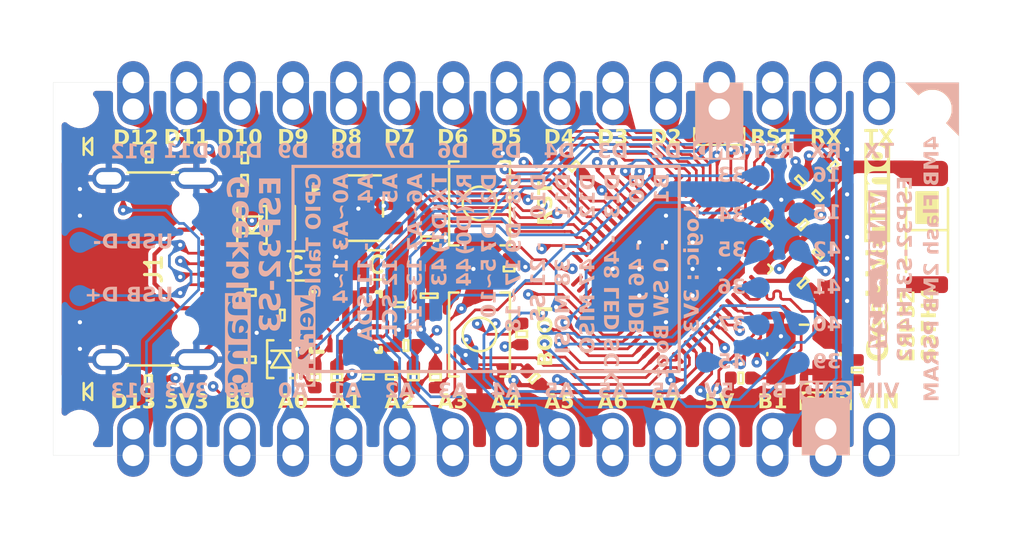
<source format=kicad_pcb>
(kicad_pcb (version 20241229) (generator "pcbnew") (generator_version "9.0")
  (title_block (rev "1") (company "Geekble") (comment 4 "SooDragon"))
  (layers (0 "F.Cu" signal) (4 "In1.Cu" power) (6 "In2.Cu" power) (2 "B.Cu" signal) (13 "F.Paste" user) (15 "B.Paste" user) (5 "F.SilkS" user "F.Silkscreen") (7 "B.SilkS" user "B.Silkscreen") (1 "F.Mask" user) (3 "B.Mask" user) (25 "Edge.Cuts" user))
  (net 0 "")
  (net 1 "Net-(ANT1-PadFeed)")
  (net 3 "GND")
  (net 4 "/CHIP_PU")
  (net 5 "+3V3")
  (net 6 "/D13")
  (net 7 "/B0")
  (net 8 "/A0")
  (net 9 "/A1")
  (net 10 "/A2")
  (net 11 "/A3")
  (net 12 "/A4")
  (net 13 "/A5")
  (net 14 "Net-(J1-CC2)")
  (net 15 "Net-(J1-D1+)")
  (net 17 "Net-(J1-D1-)")
  (net 19 "Net-(J1-CC1)")
  (net 20 "Net-(LED1-PadA)")
  (net 21 "Net-(LED2-PadA)")
  (net 22 "/USB_N")
  (net 23 "/USB_P")
  (net 24 "/A6")
  (net 25 "/GPIO15")
  (net 26 "VIN")
  (net 27 "/GPIO16")
  (net 28 "/A7")
  (net 29 "/B1")
  (net 30 "/D12")
  (net 31 "/D11")
  (net 32 "/D10")
  (net 33 "/D9")
  (net 34 "/D8")
  (net 35 "/D7")
  (net 36 "/D6")
  (net 37 "/GPIO45")
  (net 38 "/D5")
  (net 39 "/D4")
  (net 40 "/GPIO42")
  (net 41 "/D3")
  (net 42 "/GPIO35")
  (net 43 "/GPIO41")
  (net 44 "/D2")
  (net 45 "/GPIO34")
  (net 46 "/GPIO40")
  (net 47 "/GPIO39")
  (net 48 "/GPIO37")
  (net 49 "/GPIO33")
  (net 50 "/GPIO36")
  (net 51 "/GPIO44{slash}RX")
  (net 52 "/GPIO43{slash}TX")
  (net 53 "Net-(U2-LNA_IN)")
  (net 54 "Net-(C7-Pad2)")
  (net 55 "Net-(U2-XTAL_P)")
  (net 56 "Net-(U2-XTAL_N)")
  (net 57 "/TX")
  (net 66 "Net-(C6-Pad2)")
  (net 67 "+5V")
  (net 68 "Net-(D2-PadA)")
  (net 69 "Net-(U1-VAUX)")
  (net 70 "Net-(U1-L2)")
  (net 71 "Net-(U1-L1)")
  (net 72 "Net-(U1-EN)")
  (net 73 "Net-(U1-PG)")
  (footprint "Connectors:1x1_P2.54_CastellatedPad" (layer "F.Cu") (at 42.97 28.49 90)
    (property "Reference" "H29" (hide yes))
    (property "Value" "MountingHole_Pad" (hide yes))
  )
  (footprint "Connectors:1x1_P2.54_CastellatedPad" (layer "F.Cu") (at 53.142 28.49 90)
    (property "Reference" "H33" (hide yes))
    (property "Value" "MountingHole_Pad" (hide yes))
  )
  (footprint "Diodes:LED_0603_White" (layer "F.Cu") (at 30.651 30.268)
    (property "Reference" "LED2" (hide yes))
    (property "Value" "LED,0603,White")
  )
  (footprint "Capacitors:C_0402" (layer "F.Cu") (at 45.81999 39.76001)
    (property "Reference" "C3" (hide yes))
    (property "Value" "100nF,50V")
  )
  (footprint "Resistors:R_0402" (layer "F.Cu") (at 46.16999 41.26001 90)
    (property "Reference" "R1" (hide yes))
    (property "Value" "10KR,1%")
  )
  (footprint "Connectors:1x1_P2.54_CastellatedPad" (layer "F.Cu") (at 32.81 28.49 90)
    (property "Reference" "H25" (hide yes))
    (property "Value" "MountingHole_Pad" (hide yes))
  )
  (footprint "Capacitors:C_0402" (layer "F.Cu") (at 50.73 36.11 90)
    (property "Reference" "C5" (hide yes))
    (property "Value" "100nF,50V")
  )
  (footprint "Connectors:1x1_P2.54_CastellatedPad" (layer "F.Cu") (at 35.35 28.49 90)
    (property "Reference" "H26" (hide yes))
    (property "Value" "MountingHole_Pad" (hide yes))
  )
  (footprint "Capacitors:C_0402" (layer "F.Cu") (at 39.91999 38.31001)
    (property "Reference" "C8" (hide yes))
    (property "Value" "1uF,25V")
  )
  (footprint "Marks:ToolingHole_JLCPCB" (layer "F.Cu") (at 30.27 28.49)
    (property "Reference" "TH3" (hide yes))
    (property "Value" "ToolingHole" (hide yes))
  )
  (footprint "Connectors:1x1_P2.54_CastellatedPad" (layer "F.Cu") (at 60.75 28.49 90)
    (property "Reference" "H36" (hide yes))
    (property "Value" "MountingHole_Pad" (hide yes))
  )
  (footprint "Inductors_Chokes_Transformers:FTC201612S" (layer "F.Cu") (at 40.51999 33.91001)
    (property "Reference" "L3" (hide yes))
    (property "Value" "1.5uH,4A,40mR")
  )
  (footprint "Resistors:R_0402" (layer "F.Cu") (at 38.39499 37.23501 -90)
    (property "Reference" "R3" (hide yes))
    (property "Value" "5.1KR,1%")
  )
  (footprint "Connectors:1x1_P2.54_CastellatedPad" (layer "F.Cu") (at 40.43 43.73 -90)
    (property "Reference" "H8" (hide yes))
    (property "Value" "MountingHole_Pad" (hide yes))
  )
  (footprint "Embedded_Processors_Controllers:QFN-56-1EP_7x7mm_P0.4mm_EP5.6x5.6mm" (layer "F.Cu") (at 58.209959 36.110015 -135)
    (property "Reference" "U2" (hide yes))
    (property "Value" "ESP32-S3FH4R2")
  )
  (footprint "Resistors:R_0402" (layer "F.Cu") (at 42.51999 41.26001 -90)
    (property "Reference" "R8" (hide yes))
    (property "Value" "100KR,1%")
  )
  (footprint "Connectors:1x1_P2.54_CastellatedPad" (layer "F.Cu") (at 55.676 28.49 90)
    (property "Reference" "H34" (hide yes))
    (property "Value" "MountingHole_Pad" (hide yes))
  )
  (footprint "Capacitors:C_0402" (layer "F.Cu") (at 66.1761 31.218 -45)
    (property "Reference" "C1" (hide yes))
    (property "Value" "2pF,50V")
  )
  (footprint "Connectors:1x1_P2.54_CastellatedPad" (layer "F.Cu") (at 32.81 43.73 -90)
    (property "Reference" "H5" (hide yes))
    (property "Value" "MountingHole_Pad" (hide yes))
  )
  (footprint "Connectors:1x1_P2.54_CastellatedPad" (layer "F.Cu") (at 48.074 28.49 90)
    (property "Reference" "H31" (hide yes))
    (property "Value" "MountingHole_Pad" (hide yes))
  )
  (footprint "Capacitors:C_0805" (layer "F.Cu") (at 44.41999 35.92001)
    (property "Reference" "C17" (hide yes))
    (property "Value" "47uF,10V,0805")
  )
  (footprint "Marks:ToolingHole_JLCPCB" (layer "F.Cu") (at 70.91 28.49)
    (property "Reference" "TH4" (hide yes))
    (property "Value" "ToolingHole" (hide yes))
  )
  (footprint "Power_Management_ICs:SOT-23-5" (layer "F.Cu") (at 43.81999 33.21001 180)
    (property "Reference" "U3" (hide yes))
    (property "Value" "ME6217C33M5G")
  )
  (footprint "Capacitors:C_0402" (layer "F.Cu") (at 51.93 41.31 -45)
    (property "Reference" "C16" (hide yes))
    (property "Value" "100nF,50V")
  )
  (footprint "Connectors:1x1_P2.54_CastellatedPad" (layer "F.Cu") (at 68.37 43.73 -90)
    (property "Reference" "H19" (hide yes))
    (property "Value" "MountingHole_Pad" (hide yes))
  )
  (footprint "Connectors:1x1_P2.54_CastellatedPad" (layer "F.Cu") (at 48.05 43.73 -90)
    (property "Reference" "H11" (hide yes))
    (property "Value" "MountingHole_Pad" (hide yes))
  )
  (footprint "Resistors:R_0402" (layer "F.Cu") (at 38.11999 31.88501)
    (property "Reference" "R6" (hide yes))
    (property "Value" "33R,1%")
  )
  (footprint "Resistors:R_0402" (layer "F.Cu") (at 33.572 30.776)
    (property "Reference" "R10" (hide yes))
    (property "Value" "5.1KR,1%")
  )
  (footprint "Capacitors:C_0402" (layer "F.Cu") (at 53.82999 31.21001 -45)
    (property "Reference" "C14" (hide yes))
    (property "Value" "100nF,50V")
  )
  (footprint "Capacitors:C_0402" (layer "F.Cu") (at 63.036 33.951 -135)
    (property "Reference" "C7" (hide yes))
    (property "Value" "1uF,25V")
  )
  (footprint "Pushbutton_Switches_Relays:TS-1088-AR020" (layer "F.Cu") (at 49.32 39.2342 90)
    (property "Reference" "SW2")
    (property "Value" "TS-1088-AR02016")
  )
  (footprint "Pushbutton_Switches_Relays:TS-1088-AR020" (layer "F.Cu") (at 49.32 32.9858 -90)
    (property "Reference" "SW1")
    (property "Value" "TS-1088-AR02016")
  )
  (footprint "Capacitors:C_0402" (layer "F.Cu") (at 44.01999 41.26001 90)
    (property "Reference" "C9" (hide yes))
    (property "Value" "100nF,50V")
  )
  (footprint "Connectors:1x1_P2.54_CastellatedPad" (layer "F.Cu") (at 37.89 43.73 -90)
    (property "Reference" "H7" (hide yes))
    (property "Value" "MountingHole_Pad" (hide yes))
  )
  (footprint "Capacitors:C_0603" (layer "F.Cu") (at 46.94499 34.66001 90)
    (property "Reference" "C19" (hide yes))
    (property "Value" "22uF,6.3V,0603")
  )
  (footprint "Capacitors:C_0402" (layer "F.Cu") (at 65.4606 35.3988 -135)
    (property "Reference" "C10" (hide yes))
    (property "Value" "1uF,25V")
  )
  (footprint "Inductors_Chokes_Transformers:L_0402" (layer "F.Cu") (at 65.4557 32.6172 -135)
    (property "Reference" "L1" (hide yes))
    (property "Value" "2.7nH,800mA,120mR")
  )
  (footprint "Power_Management_ICs:RNM0015A" (layer "F.Cu") (at 42.945 38.63501 90)
    (property "Reference" "U1" (hide yes))
    (property "Value" "TPS630701RNMR" (hide yes))
  )
  (footprint "Capacitors:C_0603" (layer "F.Cu") (at 46.91999 37.38501 -90)
    (property "Reference" "C18" (hide yes))
    (property "Value" "22uF,6.3V,0603")
  )
  (footprint "Capacitors:C_0402" (layer "F.Cu") (at 61.77999 41.31001)
    (property "Reference" "C13" (hide yes))
    (property "Value" "15pF,50V")
  )
  (footprint "Connectors:1x1_P2.54_CastellatedPad" (layer "F.Cu") (at 58.21 28.49 90)
    (property "Reference" "H35" (hide yes))
    (property "Value" "MountingHole_Pad" (hide yes))
  )
  (footprint "Capacitors:C_0805" (layer "F.Cu") (at 40.56999 35.96001 180)
    (property "Reference" "C6" (hide yes))
    (property "Value" "22uF,25V,0805")
  )
  (footprint "Resistors:R_0402" (layer "F.Cu") (at 38.13 30.81)
    (property "Reference" "R5" (hide yes))
    (property "Value" "33R,1%")
  )
  (footprint "Connectors:1x1_P2.54_CastellatedPad" (layer "F.Cu") (at 50.608 28.49 90)
    (property "Reference" "H32" (hide yes))
    (property "Value" "MountingHole_Pad" (hide yes))
  )
  (footprint "Connectors:1x1_P2.54_CastellatedPad" (layer "F.Cu") (at 55.67 43.73 -90)
    (property "Reference" "H14" (hide yes))
    (property "Value" "MountingHole_Pad" (hide yes))
  )
  (footprint "Connectors:1x1_P2.54_CastellatedPad" (layer "F.Cu") (at 63.29 28.49 90)
    (property "Reference" "H37" (hide yes))
    (property "Value" "MountingHole_Pad" (hide yes))
  )
  (footprint "Connectors:1x1_P2.54_CastellatedPad" (layer "F.Cu") (at 40.43 28.49 90)
    (property "Reference" "H28" (hide yes))
    (property "Value" "MountingHole_Pad" (hide yes))
  )
  (footprint "Connectors:1x1_P2.54_CastellatedPad" (layer "F.Cu") (at 53.118 43.73 -90)
    (property "Reference" "H13" (hide yes))
    (property "Value" "MountingHole_Pad" (hide yes))
  )
  (footprint "RadioFrequencyChip_Antenna:ANT_5020" (layer "F.Cu") (at 70.656 34.2574 -90)
    (property "Reference" "ANT1" (hide yes))
    (property "Value" "KH-5020D245H05")
  )
  (footprint "Connectors:1x1_P2.54_CastellatedPad" (layer "F.Cu") (at 42.97 43.73 -90)
    (property "Reference" "H9" (hide yes))
    (property "Value" "MountingHole_Pad" (hide yes))
  )
  (footprint "Connectors:1x1_P2.54_CastellatedPad" (layer "F.Cu") (at 60.75 43.73 -90)
    (property "Reference" "H16" (hide yes))
    (property "Value" "MountingHole_Pad" (hide yes))
  )
  (footprint "Connectors:1x1_P2.54_CastellatedPad" (layer "F.Cu") (at 63.29 43.73 -90)
    (property "Reference" "H17" (hide yes))
    (property "Value" "MountingHole_Pad" (hide yes))
  )
  (footprint "Capacitors:C_0402" (layer "F.Cu") (at 67.33 40.93 90)
    (property "Reference" "C12" (hide yes))
    (property "Value" "15pF,50V")
  )
  (footprint "Diodes:SOD-323F" (layer "F.Cu") (at 38.46999 34.01001 90)
    (property "Reference" "D1" (hide yes))
    (property "Value" "1N5819WS")
  )
  (footprint "Capacitors:C_0402" (layer "F.Cu") (at 45.51999 37.81001 90)
    (property "Reference" "C15" (hide yes))
    (property "Value" "10uF,10V")
  )
  (footprint "Connectors:1x1_P2.54_CastellatedPad" (layer "F.Cu") (at 68.37 28.49 90)
    (property "Reference" "H39" (hide yes))
    (property "Value" "MountingHole_Pad" (hide yes))
  )
  (footprint "Connectors:1x1_P2.54_CastellatedPad" (layer "F.Cu") (at 58.186 43.73 -90)
    (property "Reference" "H15" (hide yes))
    (property "Value" "MountingHole_Pad" (hide yes))
  )
  (footprint "Resistors:R_0402" (layer "F.Cu") (at 51.32999 39.21001 -90)
    (property "Reference" "R11" (hide yes))
    (property "Value" "499R,1%")
  )
  (footprint "Inductors_Chokes_Transformers:L_0402" (layer "F.Cu") (at 64.63 31.91 -135)
    (property "Reference" "L2" (hide yes))
    (property "Value" "2.7nH,800mA,120mR")
  )
  (footprint "Resistors:R_0402" (layer "F.Cu") (at 41.46999 41.26001 -90)
    (property "Reference" "R7" (hide yes))
    (property "Value" "10KR,1%")
  )
  (footprint "Connectors:1x1_P2.54_CastellatedPad" (layer "F.Cu") (at 45.51 28.49 90)
    (property "Reference" "H30" (hide yes))
    (property "Value" "MountingHole_Pad" (hide yes))
  )
  (footprint "Capacitors:C_0402" (layer "F.Cu") (at 45.11999 41.26001 90)
    (property "Reference" "C4" (hide yes))
    (property "Value" "10uF,10V")
  )
  (footprint "Diodes:SOD-323F" (layer "F.Cu") (at 39.89499 40.41001 -90)
    (property "Reference" "D2" (hide yes))
    (property "Value" "1N5819WS")
  )
  (footprint "Resistors:R_0402" (layer "F.Cu") (at 33.5452 41.444 180)
    (property "Reference" "R9" (hide yes))
    (property "Value" "5.1KR,1%")
  )
  (footprint "Connectors:1x1_P2.54_CastellatedPad" (layer "F.Cu") (at 65.83 28.49 90)
    (property "Reference" "H38" (hide yes))
    (property "Value" "MountingHole_Pad" (hide yes))
  )
  (footprint "Capacitors:C_0402" (layer "F.Cu") (at 64.7445 34.0073 135)
    (property "Reference" "C2" (hide yes))
    (property "Value" "1pF,50V")
  )
  (footprint "Marks:SooDragonKOR_Mask_3.8x1.4" (layer "F.Cu") (at 31.53999 36.10001 90)
    (property "Reference" "Logo1" (hide yes))
    (property "Value" "Geekble_Logo" (hide yes))
  )
  (footprint "Resistors:R_0402" (layer "F.Cu") (at 47.21999 41.26001 -90)
    (property "Reference" "R2" (hide yes))
    (property "Value" "10KR,1%")
  )
  (footprint "Capacitors:C_0402" (layer "F.Cu") (at 64.7494 36.7704 135)
    (property "Reference" "C11" (hide yes))
    (property "Value" "10nF,50V")
  )
  (footprint "Connectors:1x1_P2.54_CastellatedPad" (layer "F.Cu") (at 65.83 43.73 -90)
    (property "Reference" "H18" (hide yes))
    (property "Value" "MountingHole_Pad" (hide yes))
  )
  (footprint "Connectors:1x1_P2.54_CastellatedPad" (layer "F.Cu") (at 50.59 43.73 -90)
    (property "Reference" "H12" (hide yes))
    (property "Value" "MountingHole_Pad" (hide yes))
  )
  (footprint "Marks:ToolingHole_JLCPCB" (layer "F.Cu") (at 70.91 43.73)
    (property "Reference" "TH2" (hide yes))
    (property "Value" "ToolingHole" (hide yes))
  )
  (footprint "Connectors:USB_DIP,8.94x7.3mm" (layer "F.Cu") (at 34.1897 36.11 -90)
    (property "Reference" "J1")
    (property "Value" "USB_C_Receptacle_USB2.0_DIP")
  )
  (footprint "Connectors:1x1_P2.54_CastellatedPad" (layer "F.Cu") (at 35.35 43.73 -90)
    (property "Reference" "H6" (hide yes))
    (property "Value" "MountingHole_Pad" (hide yes))
  )
  (footprint "Crystals:SMD-3225_4P" (layer "F.Cu") (at 64.79 40.168 180)
    (property "Reference" "Y1" (hide yes))
    (property "Value" "40MHz" (hide yes))
  )
  (footprint "Connectors:1x1_P2.54_CastellatedPad" (layer "F.Cu") (at 45.51 43.73 -90)
    (property "Reference" "H10" (hide yes))
    (property "Value" "MountingHole_Pad" (hide yes))
  )
  (footprint "Connectors:1x1_P2.54_CastellatedPad" (layer "F.Cu") (at 37.89 28.49 90)
    (property "Reference" "H27" (hide yes))
    (property "Value" "MountingHole_Pad" (hide yes))
  )
  (footprint "Resistors:R_0402" (layer "F.Cu") (at 38.39499 40.43501 -90)
    (property "Reference" "R4" (hide yes))
    (property "Value" "5.1KR,1%")
  )
  (footprint "Marks:ToolingHole_JLCPCB" (layer "F.Cu") (at 30.27 43.73)
    (property "Reference" "TH1" (hide yes))
    (property "Value" "ToolingHole" (hide yes))
  )
  (footprint "Diodes:LED_0603_Red" (layer "F.Cu") (at 30.651 41.952)
    (property "Reference" "LED1" (hide yes))
    (property "Value" "LED,0603,Red")
  )
  (footprint "Connectors:1x1_1.0piPad_SMD" (layer "B.Cu") (at 62.655 33.443 180)
    (property "Reference" "H21" (hide yes))
    (property "Value" "MountingHole_Pad" (hide yes))
  )
  (footprint "Connectors:1x1_1.0piPad_SMD" (layer "B.Cu") (at 64.56 33.443 180)
    (property "Reference" "H3" (hide yes))
    (property "Value" "MountingHole_Pad" (hide yes))
  )
  (footprint "Connectors:1x1_1.0piPad_SMD" (layer "B.Cu") (at 62.655 36.999 180)
    (property "Reference" "H23" (hide yes))
    (property "Value" "MountingHole_Pad" (hide yes))
  )
  (footprint "Connectors:1x1_1.0piPad_SMD" (layer "B.Cu") (at 64.56 31.665 180)
    (property "Reference" "H4" (hide yes))
    (property "Value" "MountingHole_Pad" (hide yes))
  )
  (footprint "Connectors:1x1_1.0piPad_SMD" (layer "B.Cu") (at 64.56 40.555 180)
    (property "Reference" "H40" (hide yes))
    (property "Value" "MountingHole_Pad" (hide yes))
  )
  (footprint "Connectors:1x1_1.0piPad_SMD" (layer "B.Cu") (at 30.26999 37.38001 180)
    (property "Reference" "H2" (hide yes))
    (property "Value" "MountingHole_Pad" (hide yes))
  )
  (footprint "Connectors:1x1_1.0piPad_SMD" (layer "B.Cu") (at 62.655 38.777 180)
    (property "Reference" "H24" (hide yes))
    (property "Value" "MountingHole_Pad" (hide yes))
  )
  (footprint "Connectors:1x1_1.0piPad_SMD" (layer "B.Cu") (at 64.56 36.999 180)
    (property "Reference" "H42" (hide yes))
    (property "Value" "MountingHole_Pad" (hide yes))
  )
  (footprint "Connectors:1x1_1.0piPad_SMD" (layer "B.Cu") (at 64.56 35.221 180)
    (property "Reference" "H43" (hide yes))
    (property "Value" "MountingHole_Pad" (hide yes))
  )
  (footprint "Connectors:1x1_1.0piPad_SMD" (layer "B.Cu") (at 64.56 38.777 180)
    (property "Reference" "H41" (hide yes))
    (property "Value" "MountingHole_Pad" (hide yes))
  )
  (footprint "Connectors:1x1_1.0piPad_SMD" (layer "B.Cu") (at 30.26999 34.84 180)
    (property "Reference" "H1" (hide yes))
    (property "Value" "MountingHole_Pad" (hide yes))
  )
  (footprint "Connectors:1x1_1.0piPad_SMD" (layer "B.Cu") (at 62.655 31.665 180)
    (property "Reference" "H20" (hide yes))
    (property "Value" "MountingHole_Pad" (hide yes))
  )
  (footprint "Connectors:1x1_1.0piPad_SMD" (layer "B.Cu") (at 62.655 35.221 180)
    (property "Reference" "H22" (hide yes))
    (property "Value" "MountingHole_Pad" (hide yes))
  )
  (footprint "Connectors:1x1_1.0piPad_SMD" (layer "B.Cu") (at 60.11499 40.55501 180)
    (property "Reference" "H44" (hide yes))
    (property "Value" "MountingHole_Pad" (hide yes))
  )
  (gr_poly (pts (xy 71.29363 27.64335) (xy 71.2804 27.64335) (xy 71.2804 27.63673) (xy 71.27379 27.63673) (xy 71.27379 27.63011) (xy 71.24733 27.63011) (xy 71.24733 27.6235) (xy 71.22749 27.6235) (xy 71.22749 27.61027) (xy 71.19441 27.61027) (xy 71.19441 27.60366) (xy 71.15473 27.60366) (xy 71.15473 27.59043) (xy 71.11504 27.59043) (xy 71.11504 27.58381) (xy 71.10843 27.58381) (xy 71.10843 27.5772) (xy 71.05551 27.5772) (xy 71.05551 27.57058) (xy 70.76447 27.57058) (xy 70.76447 27.5772) (xy 70.71155 27.5772) (xy 70.71155 27.58381) (xy 70.70494 27.58381) (xy 70.70494 27.59043) (xy 70.66525 27.59043) (xy 70.66525 27.60366) (xy 70.62556 27.60366) (xy 70.62556 27.61027) (xy 70.59249 27.61027) (xy 70.59249 27.6235) (xy 70.57265 27.6235) (xy 70.57265 27.63011) (xy 70.54619 27.63011) (xy 70.54619 27.63673) (xy 70.53957 27.63673) (xy 70.53957 27.64335) (xy 70.51973 27.64335) (xy 70.51973 27.64996) (xy 70.51311 27.64996) (xy 70.51311 27.65657) (xy 70.49988 27.65657) (xy 70.49988 27.66319) (xy 70.48004 27.66319) (xy 70.48004 27.6698) (xy 70.47343 27.6698) (xy 70.47343 27.67642) (xy 70.45358 27.67642) (xy 70.45358 27.68303) (xy 70.44035 27.68303) (xy 70.44035 27.68965) (xy 70.43374 27.68965) (xy 70.43374 27.69626) (xy 70.42712 27.69626) (xy 70.42712 27.70288) (xy 70.42051 27.70288) (xy 70.42051 27.70949) (xy 70.40066 27.70949) (xy 70.40066 27.7161) (xy 70.39405 27.7161) (xy 70.39405 27.72272) (xy 70.38744 27.72272) (xy 70.38744 27.72933) (xy 70.36759 27.72933) (xy 70.36759 27.73595) (xy 70.36098 27.73595) (xy 70.36098 27.74918) (xy 70.34113 27.74918) (xy 70.34113 27.75579) (xy 70.33452 27.75579) (xy 70.33452 27.76241) (xy 70.3279 27.76241) (xy 70.3279 27.76902) (xy 70.32129 27.76902) (xy 70.32129 27.77564) (xy 70.31468 27.77564) (xy 70.31468 27.78225) (xy 70.30806 27.78225) (xy 70.30806 27.78886) (xy 70.30145 27.78886) (xy 70.30145 27.79548) (xy 70.29483 27.79548) (xy 70.29483 27.8021) (xy 70.28822 27.8021) (xy 70.28822 27.80871) (xy 70.2816 27.80871) (xy 70.2816 27.81532) (xy 70.26176 27.81532) (xy 70.26176 27.82194) (xy 70.25515 27.82194) (xy 70.25515 27.82855) (xy 70.24853 27.82855) (xy 70.24853 27.83517) (xy 70.2353 27.83517) (xy 70.2353 27.82855) (xy 70.22869 27.82855) (xy 70.22869 27.82194) (xy 70.22207 27.82194) (xy 70.22207 27.81532) (xy 70.21546 27.81532) (xy 70.21546 27.80871) (xy 70.20884 27.80871) (xy 70.20884 27.8021) (xy 70.20223 27.8021) (xy 70.20223 27.79548) (xy 70.19561 27.79548) (xy 70.19561 27.78886) (xy 70.189 27.78886) (xy 70.189 27.78225) (xy 70.18238 27.78225) (xy 70.18238 27.77564) (xy 70.17577 27.77564) (xy 70.17577 27.76902) (xy 70.16915 27.76902) (xy 70.16915 27.76241) (xy 70.16254 27.76241) (xy 70.16254 27.75579) (xy 70.15593 27.75579) (xy 70.15593 27.74918) (xy 70.14931 27.74918) (xy 70.14931 27.74256) (xy 70.1427 27.74256) (xy 70.1427 27.73595) (xy 70.13608 27.73595) (xy 70.13608 27.72933) (xy 70.12947 27.72933) (xy 70.12947 27.72272) (xy 70.12285 27.72272) (xy 70.12285 27.7161) (xy 70.11624 27.7161) (xy 70.11624 27.70949) (xy 70.10962 27.70949) (xy 70.10962 27.70288) (xy 70.10301 27.70288) (xy 70.10301 27.69626) (xy 70.0964 27.69626) (xy 70.0964 27.68965) (xy 70.08978 27.68965) (xy 70.08978 27.68303) (xy 70.08316 27.68303) (xy 70.08316 27.67642) (xy 70.07655 27.67642) (xy 70.07655 27.6698) (xy 70.06994 27.6698) (xy 70.06994 27.66319) (xy 70.06332 27.66319) (xy 70.06332 27.65657) (xy 70.05671 27.65657) (xy 70.05671 27.64996) (xy 70.05009 27.64996) (xy 70.05009 27.64335) (xy 70.04348 27.64335) (xy 70.04348 27.63673) (xy 70.03686 27.63673) (xy 70.03686 27.63011) (xy 70.03025 27.63011) (xy 70.03025 27.6235) (xy 70.02363 27.6235) (xy 70.02363 27.61689) (xy 70.01702 27.61689) (xy 70.01702 27.61027) (xy 70.0104 27.61027) (xy 70.0104 27.60366) (xy 70.00379 27.60366) (xy 70.00379 27.59704) (xy 69.99718 27.59704) (xy 69.99718 27.59043) (xy 69.99056 27.59043) (xy 69.99056 27.58381) (xy 69.98395 27.58381) (xy 69.98395 27.5772) (xy 69.97733 27.5772) (xy 69.97733 27.57058) (xy 69.97072 27.57058) (xy 69.97072 27.56397) (xy 69.9641 27.56397) (xy 69.9641 27.55735) (xy 69.95749 27.55735) (xy 69.95749 27.55074) (xy 69.95087 27.55074) (xy 69.95087 27.54413) (xy 69.94426 27.54413) (xy 69.94426 27.53751) (xy 69.93765 27.53751) (xy 69.93765 27.5309) (xy 69.93103 27.5309) (xy 69.93103 27.52428) (xy 69.92441 27.52428) (xy 69.92441 27.51767) (xy 69.9178 27.51767) (xy 69.9178 27.51105) (xy 69.91119 27.51105) (xy 69.91119 27.50444) (xy 69.90457 27.50444) (xy 69.90457 27.49782) (xy 69.89796 27.49782) (xy 69.89796 27.49121) (xy 69.89134 27.49121) (xy 69.89134 27.4846) (xy 69.88473 27.4846) (xy 69.88473 27.47798) (xy 69.87811 27.47798) (xy 69.87811 27.47136) (xy 69.8715 27.47136) (xy 69.8715 27.46475) (xy 69.86488 27.46475) (xy 69.86488 27.45814) (xy 69.85827 27.45814) (xy 69.85827 27.45152) (xy 69.85165 27.45152) (xy 69.85165 27.44491) (xy 69.84504 27.44491) (xy 69.84504 27.43829) (xy 69.83843 27.43829) (xy 69.83843 27.43168) (xy 69.83181 27.43168) (xy 69.83181 27.42506) (xy 69.8252 27.42506) (xy 69.8252 27.41845) (xy 69.81858 27.41845) (xy 69.81858 27.41183) (xy 69.81197 27.41183) (xy 69.81197 27.40522) (xy 69.80535 27.40522) (xy 69.80535 27.3986) (xy 69.79874 27.3986) (xy 69.79874 27.39199) (xy 69.79212 27.39199) (xy 69.79212 27.38538) (xy 69.78551 27.38538) (xy 69.78551 27.37876) (xy 69.7789 27.37876) (xy 69.7789 27.37215) (xy 69.77228 27.37215) (xy 69.77228 27.36553) (xy 69.76566 27.36553) (xy 69.76566 27.35892) (xy 69.75905 27.35892) (xy 69.75905 27.3523) (xy 69.75244 27.3523) (xy 69.75244 27.34569) (xy 69.74582 27.34569) (xy 69.74582 27.33907) (xy 69.73921 27.33907) (xy 69.73921 27.33246) (xy 69.73259 27.33246) (xy 69.73259 27.32585) (xy 69.72598 27.32585) (xy 69.72598 27.31923) (xy 69.71936 27.31923) (xy 69.71936 27.31261) (xy 69.71275 27.31261) (xy 69.71275 27.306) (xy 69.70613 27.306) (xy 69.70613 27.29939) (xy 69.69952 27.29939) (xy 69.69952 27.29277) (xy 69.6929 27.29277) (xy 69.6929 27.28616) (xy 69.68629 27.28616) (xy 69.68629 27.27954) (xy 69.67968 27.27954) (xy 69.67968 27.27293) (xy 69.67306 27.27293) (xy 69.67306 27.26631) (xy 69.66645 27.26631) (xy 69.66645 27.2597) (xy 69.65983 27.2597) (xy 69.65983 27.25308) (xy 69.65322 27.25308) (xy 69.65322 27.24647) (xy 69.6466 27.24647) (xy 69.6466 27.23985) (xy 69.63999 27.23985) (xy 69.63999 27.23324) (xy 69.63337 27.23324) (xy 69.63337 27.22663) (xy 69.62676 27.22663) (xy 69.62676 27.22001) (xy 72.17999 27.22001) (xy 72.17999 29.77324) (xy 72.17337 29.77324) (xy 72.17337 29.76663) (xy 72.16676 29.76663) (xy 72.16676 29.76001) (xy 72.16015 29.76001) (xy 72.16015 29.7534) (xy 72.15353 29.7534) (xy 72.15353 29.74678) (xy 72.14691 29.74678) (xy 72.14691 29.74017) (xy 72.1403 29.74017) (xy 72.1403 29.73355) (xy 72.13369 29.73355) (xy 72.13369 29.72694) (xy 72.12707 29.72694) (xy 72.12707 29.72032) (xy 72.12046 29.72032) (xy 72.12046 29.71371) (xy 72.11384 29.71371) (xy 72.11384 29.7071) (xy 72.10723 29.7071) (xy 72.10723 29.70048) (xy 72.10061 29.70048) (xy 72.10061 29.69386) (xy 72.094 29.69386) (xy 72.094 29.68725) (xy 72.08738 29.68725) (xy 72.08738 29.68064) (xy 72.08077 29.68064) (xy 72.08077 29.67402) (xy 72.07415 29.67402) (xy 72.07415 29.66741) (xy 72.06754 29.66741) (xy 72.06754 29.66079) (xy 72.06093 29.66079) (xy 72.06093 29.65418) (xy 72.05431 29.65418) (xy 72.05431 29.64756) (xy 72.0477 29.64756) (xy 72.0477 29.64095) (xy 72.04108 29.64095) (xy 72.04108 29.63433) (xy 72.03447 29.63433) (xy 72.03447 29.62772) (xy 72.02785 29.62772) (xy 72.02785 29.6211) (xy 72.02124 29.6211) (xy 72.02124 29.61449) (xy 72.01462 29.61449) (xy 72.01462 29.60788) (xy 72.00801 29.60788) (xy 72.00801 29.60126) (xy 72.0014 29.60126) (xy 72.0014 29.59465) (xy 71.99478 29.59465) (xy 71.99478 29.58803) (xy 71.98816 29.58803) (xy 71.98816 29.58142) (xy 71.98155 29.58142) (xy 71.98155 29.5748) (xy 71.97494 29.5748) (xy 71.97494 29.56819) (xy 71.96832 29.56819) (xy 71.96832 29.56157) (xy 71.96171 29.56157) (xy 71.96171 29.55496) (xy 71.95509 29.55496) (xy 71.95509 29.54835) (xy 71.94848 29.54835) (xy 71.94848 29.54173) (xy 71.94186 29.54173) (xy 71.94186 29.53511) (xy 71.93525 29.53511) (xy 71.93525 29.5285) (xy 71.92863 29.5285) (xy 71.92863 29.52189) (xy 71.92202 29.52189) (xy 71.92202 29.51527) (xy 71.9154 29.51527) (xy 71.9154 29.50866) (xy 71.90879 29.50866) (xy 71.90879 29.50204) (xy 71.90218 29.50204) (xy 71.90218 29.49543) (xy 71.89556 29.49543) (xy 71.89556 29.48881) (xy 71.88895 29.48881) (xy 71.88895 29.4822) (xy 71.88233 29.4822) (xy 71.88233 29.47558) (xy 71.87572 29.47558) (xy 71.87572 29.46897) (xy 71.8691 29.46897) (xy 71.8691 29.46235) (xy 71.86249 29.46235) (xy 71.86249 29.45574) (xy 71.85587 29.45574) (xy 71.85587 29.44913) (xy 71.84926 29.44913) (xy 71.84926 29.44251) (xy 71.84265 29.44251) (xy 71.84265 29.4359) (xy 71.83603 29.4359) (xy 71.83603 29.42928) (xy 71.82941 29.42928) (xy 71.82941 29.42267) (xy 71.8228 29.42267) (xy 71.8228 29.41605) (xy 71.81619 29.41605) (xy 71.81619 29.40944) (xy 71.80957 29.40944) (xy 71.80957 29.40282) (xy 71.80296 29.40282) (xy 71.80296 29.39621) (xy 71.79634 29.39621) (xy 71.79634 29.3896) (xy 71.78973 29.3896) (xy 71.78973 29.38298) (xy 71.78311 29.38298) (xy 71.78311 29.37636) (xy 71.7765 29.37636) (xy 71.7765 29.36975) (xy 71.76988 29.36975) (xy 71.76988 29.36314) (xy 71.76327 29.36314) (xy 71.76327 29.35652) (xy 71.75665 29.35652) (xy 71.75665 29.34991) (xy 71.75004 29.34991) (xy 71.75004 29.34329) (xy 71.74343 29.34329) (xy 71.74343 29.33668) (xy 71.73681 29.33668) (xy 71.73681 29.33006) (xy 71.7302 29.33006) (xy 71.7302 29.32345) (xy 71.72358 29.32345) (xy 71.72358 29.31683) (xy 71.71697 29.31683) (xy 71.71697 29.31022) (xy 71.71035 29.31022) (xy 71.71035 29.3036) (xy 71.70374 29.3036) (xy 71.70374 29.29699) (xy 71.69712 29.29699) (xy 71.69712 29.29038) (xy 71.69051 29.29038) (xy 71.69051 29.28376) (xy 71.6839 29.28376) (xy 71.6839 29.27715) (xy 71.67728 29.27715) (xy 71.67728 29.27053) (xy 71.67066 29.27053) (xy 71.67066 29.26392) (xy 71.66405 29.26392) (xy 71.66405 29.2573) (xy 71.65744 29.2573) (xy 71.65744 29.25069) (xy 71.65082 29.25069) (xy 71.65082 29.24407) (xy 71.64421 29.24407) (xy 71.64421 29.23746) (xy 71.63759 29.23746) (xy 71.63759 29.23085) (xy 71.63098 29.23085) (xy 71.63098 29.22423) (xy 71.62436 29.22423) (xy 71.62436 29.21761) (xy 71.61775 29.21761) (xy 71.61775 29.211) (xy 71.61113 29.211) (xy 71.61113 29.20439) (xy 71.60452 29.20439) (xy 71.60452 29.19777) (xy 71.5979 29.19777) (xy 71.5979 29.19116) (xy 71.59129 29.19116) (xy 71.59129 29.18454) (xy 71.58468 29.18454) (xy 71.58468 29.17793) (xy 71.57806 29.17793) (xy 71.57806 29.17131) (xy 71.57145 29.17131) (xy 71.57145 29.1647) (xy 71.56483 29.1647) (xy 71.56483 29.15147) (xy 71.57145 29.15147) (xy 71.57145 29.14485) (xy 71.57806 29.14485) (xy 71.57806 29.12501) (xy 71.58468 29.12501) (xy 71.58468 29.1184) (xy 71.59129 29.1184) (xy 71.59129 29.11178) (xy 71.5979 29.11178) (xy 71.5979 29.10517) (xy 71.60452 29.10517) (xy 71.60452 29.09855) (xy 71.61113 29.09855) (xy 71.61113 29.09194) (xy 71.61775 29.09194) (xy 71.61775 29.08532) (xy 71.62436 29.08532) (xy 71.62436 29.07871) (xy 71.63098 29.07871) (xy 71.63098 29.0721) (xy 71.63759 29.0721) (xy 71.63759 29.05225) (xy 71.65082 29.05225) (xy 71.65082 29.03902) (xy 71.66405 29.03902) (xy 71.66405 29.03241) (xy 71.67066 29.03241) (xy 71.67066 29.01256) (xy 71.67728 29.01256) (xy 71.67728 29.00595) (xy 71.6839 29.00595) (xy 71.6839 28.99933) (xy 71.69051 28.99933) (xy 71.69051 28.97949) (xy 71.69712 28.97949) (xy 71.69712 28.97288) (xy 71.70374 28.97288) (xy 71.70374 28.96626) (xy 71.71035 28.96626) (xy 71.71035 28.95965) (xy 71.71697 28.95965) (xy 71.71697 28.94642) (xy 71.72358 28.94642) (xy 71.72358 28.92657) (xy 71.7302 28.92657) (xy 71.7302 28.91996) (xy 71.73681 28.91996) (xy 71.73681 28.90011) (xy 71.74343 28.90011) (xy 71.74343 28.88689) (xy 71.75004 28.88689) (xy 71.75004 28.88027) (xy 71.75665 28.88027) (xy 71.75665 28.86043) (xy 71.76327 28.86043) (xy 71.76327 28.85381) (xy 71.76988 28.85381) (xy 71.76988 28.82735) (xy 71.7765 28.82735) (xy 71.7765 28.80751) (xy 71.78973 28.80751) (xy 71.78973 28.77444) (xy 71.79634 28.77444) (xy 71.79634 28.73475) (xy 71.80957 28.73475) (xy 71.80957 28.69506) (xy 71.81619 28.69506) (xy 71.81619 28.68845) (xy 71.8228 28.68845) (xy 71.8228 28.63553) (xy 71.82941 28.63553) (xy 71.82941 28.34449) (xy 71.8228 28.34449) (xy 71.8228 28.29157) (xy 71.81619 28.29157) (xy 71.81619 28.28496) (xy 71.80957 28.28496) (xy 71.80957 28.24527) (xy 71.79634 28.24527) (xy 71.79634 28.20558) (xy 71.78973 28.20558) (xy 71.78973 28.17251) (xy 71.7765 28.17251) (xy 71.7765 28.15267) (xy 71.76988 28.15267) (xy 71.76988 28.12621) (xy 71.76327 28.12621) (xy 71.76327 28.1196) (xy 71.75665 28.1196) (xy 71.75665 28.09975) (xy 71.75004 28.09975) (xy 71.75004 28.09314) (xy 71.74343 28.09314) (xy 71.74343 28.07991) (xy 71.73681 28.07991) (xy 71.73681 28.06006) (xy 71.7302 28.06006) (xy 71.7302 28.05345) (xy 71.72358 28.05345) (xy 71.72358 28.0336) (xy 71.71697 28.0336) (xy 71.71697 28.02038) (xy 71.71035 28.02038) (xy 71.71035 28.01376) (xy 71.70374 28.01376) (xy 71.70374 28.00715) (xy 71.69712 28.00715) (xy 71.69712 28.00053) (xy 71.69051 28.00053) (xy 71.69051 27.98069) (xy 71.6839 27.98069) (xy 71.6839 27.97407) (xy 71.67728 27.97407) (xy 71.67728 27.96746) (xy 71.67066 27.96746) (xy 71.67066 27.94761) (xy 71.66405 27.94761) (xy 71.66405 27.941) (xy 71.65082 27.941) (xy 71.65082 27.92777) (xy 71.63759 27.92777) (xy 71.63759 27.90793) (xy 71.63098 27.90793) (xy 71.63098 27.90131) (xy 71.62436 27.90131) (xy 71.62436 27.8947) (xy 71.61775 27.8947) (xy 71.61775 27.88808) (xy 71.61113 27.88808) (xy 71.61113 27.88147) (xy 71.60452 27.88147) (xy 71.60452 27.87485) (xy 71.5979 27.87485) (xy 71.5979 27.86824) (xy 71.59129 27.86824) (xy 71.59129 27.86163) (xy 71.58468 27.86163) (xy 71.58468 27.85501) (xy 71.57806 27.85501) (xy 71.57806 27.8484) (xy 71.57145 27.8484) (xy 71.57145 27.84178) (xy 71.56483 27.84178) (xy 71.56483 27.83517) (xy 71.55822 27.83517) (xy 71.55822 27.82855) (xy 71.5516 27.82855) (xy 71.5516 27.82194) (xy 71.54499 27.82194) (xy 71.54499 27.81532) (xy 71.53837 27.81532) (xy 71.53837 27.80871) (xy 71.53176 27.80871) (xy 71.53176 27.8021) (xy 71.52515 27.8021) (xy 71.52515 27.79548) (xy 71.51853 27.79548) (xy 71.51853 27.78886) (xy 71.51191 27.78886) (xy 71.51191 27.78225) (xy 71.5053 27.78225) (xy 71.5053 27.77564) (xy 71.49869 27.77564) (xy 71.49869 27.76902) (xy 71.49207 27.76902) (xy 71.49207 27.76241) (xy 71.47223 27.76241) (xy 71.47223 27.74918) (xy 71.459 27.74918) (xy 71.459 27.73595) (xy 71.45238 27.73595) (xy 71.45238 27.72933) (xy 71.43254 27.72933) (xy 71.43254 27.72272) (xy 71.42593 27.72272) (xy 71.42593 27.7161) (xy 71.41931 27.7161) (xy 71.41931 27.70949) (xy 71.39947 27.70949) (xy 71.39947 27.70288) (xy 71.39285 27.70288) (xy 71.39285 27.69626) (xy 71.38624 27.69626) (xy 71.38624 27.68965) (xy 71.37962 27.68965) (xy 71.37962 27.68303) (xy 71.3664 27.68303) (xy 71.3664 27.67642) (xy 71.34655 27.67642) (xy 71.34655 27.6698) (xy 71.33994 27.6698) (xy 71.33994 27.66319) (xy 71.32009 27.66319) (xy 71.32009 27.65657) (xy 71.30686 27.65657) (xy 71.30686 27.64996) (xy 71.30025 27.64996) (xy 71.30025 27.64335)) (fill yes) (layer "F.SilkS"))
  (gr_rect (start 64.68699 42.84101) (end 66.97299 45.00001) (fill yes) (layer "F.SilkS"))
  (gr_poly (pts (xy 61.89299 29.37901) (xy 59.60699 29.37901) (xy 59.60699 27.220009) (xy 61.89299 27.220009)) (fill yes) (layer "F.SilkS"))
  (gr_poly (pts (xy 61.89299 30.01401) (xy 59.60699 30.01401) (xy 59.60699 27.220009) (xy 61.89299 27.220009)) (fill yes) (layer "B.SilkS"))
  (gr_poly (pts (xy 71.75665 28.106371) (xy 71.75665 28.119601) (xy 71.76327 28.119601) (xy 71.763271 28.12621) (xy 71.769891 28.12621) (xy 71.769891 28.15267) (xy 71.7765 28.152671) (xy 71.7765 28.172511) (xy 71.789731 28.17251) (xy 71.78973 28.20559) (xy 71.79634 28.20559) (xy 71.79634 28.24527) (xy 71.80957 28.24527) (xy 71.80957 28.28496) (xy 71.81619 28.28496) (xy 71.81619 28.29157) (xy 71.8228 28.29157) (xy 71.8228 28.34449) (xy 71.82942 28.34449) (xy 71.82942 28.63553) (xy 71.8228 28.63553) (xy 71.8228 28.68845) (xy 71.81619 28.68845) (xy 71.81619 28.69506) (xy 71.80957 28.69506) (xy 71.80957 28.73475) (xy 71.79634 28.73475) (xy 71.79634 28.774439) (xy 71.789731 28.77444) (xy 71.789731 28.80751) (xy 71.7765 28.807509) (xy 71.7765 28.827349) (xy 71.769891 28.82735) (xy 71.769891 28.85381) (xy 71.763271 28.85381) (xy 71.763271 28.86043) (xy 71.756651 28.86043) (xy 71.756651 28.88027) (xy 71.750041 28.88027) (xy 71.750041 28.88689) (xy 71.743431 28.88689) (xy 71.743431 28.90012) (xy 71.73681 28.900121) (xy 71.73681 28.919961) (xy 71.7302 28.919961) (xy 71.730201 28.92657) (xy 71.72358 28.926571) (xy 71.72358 28.946421) (xy 71.71697 28.946421) (xy 71.71697 28.959651) (xy 71.71035 28.959651) (xy 71.71035 28.966261) (xy 71.70374 28.966261) (xy 71.70374 28.97288) (xy 71.69712 28.97288) (xy 71.69712 28.979491) (xy 71.69051 28.979491) (xy 71.69051 28.99934) (xy 71.6839 28.99934) (xy 71.6839 29.00595) (xy 71.67728 29.00595) (xy 71.67728 29.01256) (xy 71.67067 29.01256) (xy 71.67067 29.03241) (xy 71.66405 29.03241) (xy 71.66405 29.03902) (xy 71.65082 29.03902) (xy 71.65082 29.05887) (xy 71.64421 29.05887) (xy 71.64421 29.06548) (xy 71.63759 29.06548) (xy 71.63759 29.0721) (xy 71.63098 29.0721) (xy 71.63098 29.07871) (xy 71.62436 29.07871) (xy 71.62436 29.08532) (xy 71.61775 29.08532) (xy 71.61775 29.09194) (xy 71.61114 29.09194) (xy 71.61114 29.09855) (xy 71.60452 29.09855) (xy 71.60452 29.10517) (xy 71.5979 29.10517) (xy 71.5979 29.11178) (xy 71.59129 29.11178) (xy 71.59129 29.1184) (xy 71.58468 29.1184) (xy 71.58468 29.13824) (xy 71.57806 29.13824) (xy 71.57806 29.14485) (xy 71.57145 29.14485) (xy 71.57145 29.15147) (xy 71.56483 29.15147) (xy 71.56483 29.1647) (xy 71.57145 29.1647) (xy 71.57145 29.17131) (xy 71.57806 29.17131) (xy 71.57806 29.17793) (xy 71.58468 29.17793) (xy 71.58468 29.18454) (xy 71.59129 29.18454) (xy 71.59129 29.19116) (xy 71.5979 29.19116) (xy 71.5979 29.19777) (xy 71.60452 29.19777) (xy 71.60452 29.20439) (xy 71.61114 29.20439) (xy 71.61114 29.211) (xy 71.61775 29.211) (xy 71.61775 29.21762) (xy 71.62436 29.21762) (xy 71.62436 29.22423) (xy 71.63098 29.22423) (xy 71.63098 29.23085) (xy 71.63759 29.23085) (xy 71.63759 29.23746) (xy 71.64421 29.23746) (xy 71.64421 29.24407) (xy 71.65082 29.24407) (xy 71.65082 29.25069) (xy 71.65744 29.25069) (xy 71.65744 29.2573) (xy 71.66405 29.2573) (xy 71.66405 29.26392) (xy 71.67067 29.26392) (xy 71.67067 29.27053) (xy 71.67728 29.27053) (xy 71.67728 29.27715) (xy 71.6839 29.27715) (xy 71.6839 29.28376) (xy 71.69051 29.28376) (xy 71.69051 29.29038) (xy 71.69712 29.29038) (xy 71.69712 29.29699) (xy 71.70374 29.29699) (xy 71.70374 29.3036) (xy 71.71035 29.3036) (xy 71.71035 29.31022) (xy 71.71697 29.31022) (xy 71.71697 29.31684) (xy 71.72358 29.31684) (xy 71.72358 29.32345) (xy 71.7302 29.32345) (xy 71.7302 29.33006) (xy 71.73681 29.33006) (xy 71.73681 29.33668) (xy 71.74343 29.33668) (xy 71.74343 29.34329) (xy 71.75004 29.34329) (xy 71.75004 29.34991) (xy 71.75665 29.34991) (xy 71.75665 29.35652) (xy 71.76327 29.35652) (xy 71.76327 29.36314) (xy 71.76989 29.36314) (xy 71.76989 29.36975) (xy 71.7765 29.36975) (xy 71.7765 29.37637) (xy 71.78311 29.37637) (xy 71.78311 29.38298) (xy 71.78973 29.38298) (xy 71.78973 29.3896) (xy 71.79634 29.3896) (xy 71.79634 29.39621) (xy 71.80296 29.39621) (xy 71.80296 29.40282) (xy 71.80957 29.40282) (xy 71.80957 29.40944) (xy 71.81619 29.40944) (xy 71.81619 29.41605) (xy 71.8228 29.41605) (xy 71.8228 29.42267) (xy 71.82942 29.42267) (xy 71.82942 29.42928) (xy 71.83603 29.42928) (xy 71.83603 29.4359) (xy 71.84265 29.4359) (xy 71.84265 29.44251) (xy 71.84926 29.44251) (xy 71.84926 29.44913) (xy 71.85587 29.44913) (xy 71.85587 29.45574) (xy 71.86249 29.45574) (xy 71.86249 29.46235) (xy 71.8691 29.46235) (xy 71.8691 29.46897) (xy 71.87572 29.46897) (xy 71.87572 29.47559) (xy 71.88233 29.47559) (xy 71.88233 29.4822) (xy 71.88895 29.4822) (xy 71.88895 29.48881) (xy 71.89556 29.48881) (xy 71.89556 29.49543) (xy 71.90218 29.49543) (xy 71.90218 29.50204) (xy 71.90879 29.50204) (xy 71.90879 29.50866) (xy 71.9154 29.50866) (xy 71.9154 29.51527) (xy 71.92202 29.51527) (xy 71.92202 29.52189) (xy 71.92864 29.52189) (xy 71.92864 29.5285) (xy 71.93525 29.5285) (xy 71.93525 29.53512) (xy 71.94186 29.53512) (xy 71.94186 29.54173) (xy 71.94848 29.54173) (xy 71.94848 29.54835) (xy 71.95509 29.54835) (xy 71.95509 29.55496) (xy 71.96171 29.55496) (xy 71.96171 29.56157) (xy 71.96832 29.56157) (xy 71.96832 29.56819) (xy 71.97494 29.56819) (xy 71.97494 29.5748) (xy 71.98155 29.5748) (xy 71.98155 29.58142) (xy 71.98817 29.58142) (xy 71.98817 29.58803) (xy 71.99478 29.58803) (xy 71.99478 29.59465) (xy 72.0014 29.59465) (xy 72.0014 29.60126) (xy 72.00801 29.60126) (xy 72.00801 29.60788) (xy 72.01462 29.60788) (xy 72.01462 29.61449) (xy 72.02124 29.61449) (xy 72.02124 29.6211) (xy 72.02785 29.6211) (xy 72.02785 29.62772) (xy 72.03447 29.62772) (xy 72.03447 29.63434) (xy 72.04108 29.63434) (xy 72.04108 29.64095) (xy 72.0477 29.64095) (xy 72.0477 29.64756) (xy 72.05431 29.64756) (xy 72.05431 29.65418) (xy 72.06093 29.65418) (xy 72.06093 29.66079) (xy 72.06754 29.66079) (xy 72.06754 29.66741) (xy 72.07415 29.66741) (xy 72.07415 29.67402) (xy 72.08077 29.67402) (xy 72.08077 29.68064) (xy 72.08739 29.68064) (xy 72.08739 29.68725) (xy 72.094 29.68725) (xy 72.094 29.69387) (xy 72.10061 29.69387) (xy 72.10061 29.70048) (xy 72.10723 29.70048) (xy 72.10723 29.7071) (xy 72.11384 29.7071) (xy 72.11384 29.71371) (xy 72.12046 29.71371) (xy 72.12046 29.72032) (xy 72.12707 29.72032) (xy 72.12707 29.72694) (xy 72.13369 29.72694) (xy 72.13369 29.73355) (xy 72.1403 29.73355) (xy 72.1403 29.74017) (xy 72.14692 29.74017) (xy 72.14692 29.74678) (xy 72.15353 29.74678) (xy 72.15353 29.7534) (xy 72.16015 29.7534) (xy 72.16015 29.76001) (xy 72.16676 29.76001) (xy 72.16676 29.76663) (xy 72.17337 29.76663) (xy 72.17337 29.77324) (xy 72.17999 29.77324) (xy 72.17999 27.22001) (xy 69.62676 27.22001) (xy 69.62676 27.22663) (xy 69.63337 27.22663) (xy 69.63337 27.23324) (xy 69.63999 27.23324) (xy 69.63999 27.23985) (xy 69.6466 27.23985) (xy 69.6466 27.24647) (xy 69.65322 27.24647) (xy 69.65322 27.25309) (xy 69.65983 27.25309) (xy 69.65983 27.2597) (xy 69.66645 27.2597) (xy 69.66645 27.26631) (xy 69.67306 27.26631) (xy 69.67306 27.27293) (xy 69.67968 27.27293) (xy 69.67968 27.27954) (xy 69.68629 27.27954) (xy 69.68629 27.28616) (xy 69.6929 27.28616) (xy 69.6929 27.29277) (xy 69.69952 27.29277) (xy 69.69952 27.29939) (xy 69.70614 27.29939) (xy 69.70614 27.306) (xy 69.71275 27.306) (xy 69.71275 27.31262) (xy 69.71936 27.31262) (xy 69.71936 27.31923) (xy 69.72598 27.31923) (xy 69.72598 27.32585) (xy 69.73259 27.32585) (xy 69.73259 27.33246) (xy 69.73921 27.33246) (xy 69.73921 27.33907) (xy 69.74582 27.33907) (xy 69.74582 27.34569) (xy 69.75244 27.34569) (xy 69.75244 27.3523) (xy 69.75905 27.3523) (xy 69.75905 27.35892) (xy 69.76567 27.35892) (xy 69.76567 27.36553) (xy 69.77228 27.36553) (xy 69.77228 27.37215) (xy 69.7789 27.37215) (xy 69.7789 27.37876) (xy 69.78551 27.37876) (xy 69.78551 27.38538) (xy 69.79212 27.38538) (xy 69.79212 27.39199) (xy 69.79874 27.39199) (xy 69.79874 27.3986) (xy 69.80535 27.3986) (xy 69.80535 27.40522) (xy 69.81197 27.40522) (xy 69.81197 27.41184) (xy 69.81858 27.41184) (xy 69.81858 27.41845) (xy 69.8252 27.41845) (xy 69.8252 27.42506) (xy 69.83181 27.42506) (xy 69.83181 27.43168) (xy 69.83843 27.43168) (xy 69.83843 27.43829) (xy 69.84504 27.43829) (xy 69.84504 27.44491) (xy 69.85165 27.44491) (xy 69.85165 27.45152) (xy 69.85827 27.45152) (xy 69.85827 27.45814) (xy 69.86489 27.45814) (xy 69.86489 27.46475) (xy 69.8715 27.46475) (xy 69.8715 27.47137) (xy 69.87811 27.47137) (xy 69.87811 27.47798) (xy 69.88473 27.47798) (xy 69.88473 27.4846) (xy 69.89134 27.4846) (xy 69.89134 27.49121) (xy 69.89796 27.49121) (xy 69.89796 27.49782) (xy 69.90457 27.49782) (xy 69.90457 27.50444) (xy 69.91119 27.50444) (xy 69.91119 27.51105) (xy 69.9178 27.51105) (xy 69.9178 27.51767) (xy 69.92442 27.51767) (xy 69.92442 27.52428) (xy 69.93103 27.52428) (xy 69.93103 27.5309) (xy 69.93765 27.5309) (xy 69.93765 27.53751) (xy 69.94426 27.53751) (xy 69.94426 27.54413) (xy 69.95087 27.54413) (xy 69.95087 27.55074) (xy 69.95749 27.55074) (xy 69.95749 27.55735) (xy 69.9641 27.55735) (xy 69.9641 27.56397) (xy 69.97072 27.56397) (xy 69.97072 27.57059) (xy 69.97733 27.57059) (xy 69.97733 27.5772) (xy 69.98395 27.5772) (xy 69.98395 27.58381) (xy 69.99056 27.58381) (xy 69.99056 27.59043) (xy 69.99718 27.59043) (xy 69.99718 27.59704) (xy 70.00379 27.59704) (xy 70.00379 27.60366) (xy 70.0104 27.60366) (xy 70.0104 27.61027) (xy 70.01702 27.61027) (xy 70.01702 27.61689) (xy 70.02364 27.61689) (xy 70.02364 27.6235) (xy 70.03025 27.6235) (xy 70.03025 27.63012) (xy 70.03686 27.63012) (xy 70.03686 27.63673) (xy 70.04348 27.63673) (xy 70.04348 27.64335) (xy 70.05009 27.64335) (xy 70.05009 27.64996) (xy 70.05671 27.64996) (xy 70.05671 27.65657) (xy 70.06332 27.65657) (xy 70.06332 27.66319) (xy 70.06994 27.66319) (xy 70.06994 27.6698) (xy 70.07655 27.6698) (xy 70.07655 27.67642) (xy 70.08317 27.67642) (xy 70.08317 27.68303) (xy 70.08978 27.68303) (xy 70.08978 27.68965) (xy 70.0964 27.68965) (xy 70.0964 27.69626) (xy 70.10301 27.69626) (xy 70.10301 27.70288) (xy 70.10962 27.70288) (xy 70.10962 27.70949) (xy 70.11624 27.70949) (xy 70.11624 27.7161) (xy 70.12285 27.7161) (xy 70.12285 27.72272) (xy 70.12947 27.72272) (xy 70.12947 27.72934) (xy 70.13608 27.72934) (xy 70.13608 27.73595) (xy 70.1427 27.73595) (xy 70.1427 27.74256) (xy 70.14931 27.74256) (xy 70.14931 27.74918) (xy 70.15593 27.74918) (xy 70.15593 27.75579) (xy 70.16254 27.75579) (xy 70.16254 27.76241) (xy 70.16915 27.76241) (xy 70.16915 27.76902) (xy 70.17577 27.76902) (xy 70.17577 27.77564) (xy 70.18239 27.77564) (xy 70.18239 27.78225) (xy 70.189 27.78225) (xy 70.189 27.78887) (xy 70.19561 27.78887) (xy 70.19561 27.79548) (xy 70.20223 27.79548) (xy 70.20223 27.8021) (xy 70.20884 27.8021) (xy 70.20884 27.80871) (xy 70.21546 27.80871) (xy 70.21546 27.81532) (xy 70.22207 27.81532) (xy 70.22207 27.82194) (xy 70.22869 27.82194) (xy 70.22869 27.82855) (xy 70.2353 27.82855) (xy 70.2353 27.83517) (xy 70.24853 27.83517) (xy 70.24853 27.82855) (xy 70.25515 27.82855) (xy 70.25515 27.82194) (xy 70.27499 27.82194) (xy 70.27499 27.81532) (xy 70.2816 27.81532) (xy 70.2816 27.80871) (xy 70.28822 27.80871) (xy 70.28822 27.8021) (xy 70.29483 27.8021) (xy 70.29483 27.79548) (xy 70.30145 27.79548) (xy 70.30145 27.78887) (xy 70.30806 27.78887) (xy 70.30806 27.78225) (xy 70.31468 27.78225) (xy 70.31468 27.77564) (xy 70.32129 27.77564) (xy 70.32129 27.76902) (xy 70.3279 27.76902) (xy 70.3279 27.76241) (xy 70.34775 27.76241) (xy 70.34775 27.74918) (xy 70.36098 27.74918) (xy 70.36098 27.73595) (xy 70.36759 27.73595) (xy 70.36759 27.72934) (xy 70.38744 27.72934) (xy 70.38744 27.72272) (xy 70.39405 27.72272) (xy 70.39405 27.7161) (xy 70.400669 27.7161) (xy 70.400669 27.70949) (xy 70.420509 27.70949) (xy 70.420509 27.70288) (xy 70.42712 27.70288) (xy 70.42712 27.69626) (xy 70.433739 27.69626) (xy 70.433739 27.68965) (xy 70.440349 27.68965) (xy 70.440349 27.68303) (xy 70.453579 27.68303) (xy 70.453579 27.67642) (xy 70.473429 27.67642) (xy 70.47343 27.669799) (xy 70.480039 27.6698) (xy 70.480039 27.66319) (xy 70.49989 27.663189) (xy 70.49989 27.656569) (xy 70.51311 27.656569) (xy 70.51311 27.649959) (xy 70.51973 27.649959) (xy 70.51973 27.643349) (xy 70.53957 27.643349) (xy 70.53957 27.636729) (xy 70.54619 27.636729) (xy 70.546191 27.63012) (xy 70.572651 27.63012) (xy 70.572651 27.6235) (xy 70.592491 27.6235) (xy 70.59249 27.610269) (xy 70.62556 27.610269) (xy 70.625561 27.60366) (xy 70.66525 27.60366) (xy 70.66525 27.59043) (xy 70.70494 27.59043) (xy 70.70494 27.58381) (xy 70.71155 27.58381) (xy 70.71155 27.5772) (xy 70.76447 27.5772) (xy 70.76447 27.57059) (xy 71.05551 27.57059) (xy 71.05551 27.5772) (xy 71.10843 27.5772) (xy 71.10843 27.58381) (xy 71.11504 27.58381) (xy 71.11504 27.59043) (xy 71.15473 27.59043) (xy 71.15473 27.60366) (xy 71.194419 27.60366) (xy 71.19442 27.610269) (xy 71.22749 27.610269) (xy 71.227489 27.6235) (xy 71.247329 27.6235) (xy 71.247329 27.63012) (xy 71.273789 27.63012) (xy 71.27379 27.636729) (xy 71.280399 27.63673) (xy 71.280399 27.64335) (xy 71.30025 27.643349) (xy 71.30025 27.649959) (xy 71.30686 27.649959) (xy 71.30686 27.656569) (xy 71.32009 27.656569) (xy 71.32009 27.663189) (xy 71.339941 27.66319) (xy 71.339941 27.6698) (xy 71.34655 27.669799) (xy 71.346551 27.67642) (xy 71.366401 27.67642) (xy 71.366401 27.68303) (xy 71.379621 27.68303) (xy 71.379621 27.68965) (xy 71.386241 27.68965) (xy 71.386241 27.69626) (xy 71.392851 27.69626) (xy 71.392851 27.70288) (xy 71.399471 27.70288) (xy 71.399471 27.70949) (xy 71.419311 27.70949) (xy 71.419311 27.7161) (xy 71.42593 27.7161) (xy 71.42593 27.72272) (xy 71.43254 27.72272) (xy 71.43254 27.72934) (xy 71.45239 27.72934) (xy 71.45239 27.73595) (xy 71.459 27.73595) (xy 71.459 27.74918) (xy 71.47223 27.74918) (xy 71.47223 27.76241) (xy 71.49207 27.76241) (xy 71.49207 27.76902) (xy 71.49869 27.76902) (xy 71.49869 27.77564) (xy 71.5053 27.77564) (xy 71.5053 27.78225) (xy 71.51192 27.78225) (xy 71.51192 27.78887) (xy 71.51853 27.78887) (xy 71.51853 27.79548) (xy 71.52515 27.79548) (xy 71.52515 27.8021) (xy 71.53176 27.8021) (xy 71.53176 27.80871) (xy 71.53837 27.80871) (xy 71.53837 27.81532) (xy 71.54499 27.81532) (xy 71.54499 27.82194) (xy 71.5516 27.82194) (xy 71.5516 27.82855) (xy 71.55822 27.82855) (xy 71.55822 27.83517) (xy 71.56483 27.83517) (xy 71.56483 27.84178) (xy 71.57145 27.84178) (xy 71.57145 27.8484) (xy 71.57806 27.8484) (xy 71.57806 27.85501) (xy 71.58468 27.85501) (xy 71.58468 27.86163) (xy 71.59129 27.86163) (xy 71.59129 27.86824) (xy 71.5979 27.86824) (xy 71.5979 27.87485) (xy 71.60452 27.87485) (xy 71.60452 27.88147) (xy 71.61114 27.88147) (xy 71.61114 27.88809) (xy 71.61775 27.88809) (xy 71.61775 27.8947) (xy 71.62436 27.8947) (xy 71.62436 27.90131) (xy 71.63098 27.90131) (xy 71.63098 27.90793) (xy 71.63759 27.90793) (xy 71.63759 27.92777) (xy 71.65082 27.92777) (xy 71.65082 27.941) (xy 71.66405 27.941) (xy 71.66405 27.94762) (xy 71.67067 27.94762) (xy 71.67067 27.96746) (xy 71.67728 27.96746) (xy 71.67728 27.97407) (xy 71.6839 27.97407) (xy 71.6839 27.980689) (xy 71.69051 27.980689) (xy 71.69051 28.000529) (xy 71.69712 28.000529) (xy 71.69712 28.007149) (xy 71.70374 28.007149) (xy 71.70374 28.013759) (xy 71.71035 28.013759) (xy 71.71035 28.020379) (xy 71.71697 28.020379) (xy 71.71697 28.033599) (xy 71.72358 28.033599) (xy 71.72358 28.053449) (xy 71.730201 28.05345) (xy 71.7302 28.060059) (xy 71.73681 28.060059) (xy 71.736811 28.07991) (xy 71.743431 28.07991) (xy 71.743431 28.09314) (xy 71.750041 28.09314) (xy 71.750041 28.09975) (xy 71.756651 28.09975)) (fill yes) (layer "B.SilkS"))
  (gr_rect (start 40.42999 31.22051) (end 58.84499 40.99951) (stroke (width 0.153)) (fill no) (layer "B.SilkS"))
  (gr_line (start 68.36999 39.15801) (end 68.36999 41.12651) (stroke (width 0.153)) (layer "B.SilkS"))
  (gr_rect (start 64.68699 42.33301) (end 66.97299 45.00001) (fill yes) (layer "B.SilkS"))
  (gr_line (start 28.99999 27.22001) (end 28.99999 45.00001) (stroke (width 0.01)) (layer "Edge.Cuts"))
  (gr_line (start 28.99999 45.00001) (end 72.17999 45.00001) (stroke (width 0.01)) (layer "Edge.Cuts"))
  (gr_line (start 72.17999 27.22001) (end 28.99999 27.22001) (stroke (width 0.01)) (layer "Edge.Cuts"))
  (gr_line (start 72.17999 45.00001) (end 72.17999 27.22001) (stroke (width 0.01)) (layer "Edge.Cuts"))
  (gr_text "S3FH4" (at 70.78299 40.55501 90) (layer "F.SilkS") (effects (font (size 0.7 0.7) (thickness 0.153) (bold yes)) (justify left)))
  (gr_text "A7" (at 58.20999 42.46001 0) (layer "F.SilkS") (effects (font (size 0.7 0.7) (thickness 0.14) (bold yes))))
  (gr_text "A4" (at 50.58999 42.46001 0) (layer "F.SilkS") (effects (font (size 0.7 0.7) (thickness 0.14) (bold yes))))
  (gr_text "GND" (at 65.82999 42.46001 0) (layer "F.SilkS" knockout) (effects (font (size 0.7 0.7) (thickness 0.14) (bold yes))))
  (gr_text "" (at 70.90999 43.73001 0) (layer "F.SilkS") (effects (font (size 1.27 1.27))))
  (gr_text "D12" (at 32.93699 29.88701 0) (layer "F.SilkS") (effects (font (size 0.7 0.7) (thickness 0.14) (bold yes))))
  (gr_text "" (at 30.26999 43.73001 0) (layer "F.SilkS") (effects (font (size 1.27 1.27))))
  (gr_text "A0" (at 40.42999 42.46001 0) (layer "F.SilkS") (effects (font (size 0.7 0.7) (thickness 0.14) (bold yes))))
  (gr_text "A1" (at 42.96999 42.46001 0) (layer "F.SilkS") (effects (font (size 0.7 0.7) (thickness 0.14) (bold yes))))
  (gr_text "D10" (at 37.88999 29.86161 0) (layer "F.SilkS") (effects (font (size 0.7 0.7) (thickness 0.14) (bold yes))))
  (gr_text "D9" (at 40.42999 29.86161 0) (layer "F.SilkS") (effects (font (size 0.7 0.7) (thickness 0.14) (bold yes))))
  (gr_text "TX" (at 68.36999 29.86161 0) (layer "F.SilkS") (effects (font (size 0.7 0.7) (thickness 0.14) (bold yes))))
  (gr_text "D13" (at 32.80999 42.46001 0) (layer "F.SilkS") (effects (font (size 0.7 0.7) (thickness 0.14) (bold yes))))
  (gr_text "" (at 70.90999 43.73001 0) (layer "F.SilkS") (effects (font (size 1.27 1.27))))
  (gr_text "RST" (at 63.28999 29.86161 0) (layer "F.SilkS") (effects (font (size 0.7 0.7) (thickness 0.14) (bold yes))))
  (gr_text "A6" (at 55.66999 42.46001 0) (layer "F.SilkS") (effects (font (size 0.7 0.7) (thickness 0.14) (bold yes))))
  (gr_text "" (at 70.90999 28.49001 0) (layer "F.SilkS") (effects (font (size 1.27 1.27))))
  (gr_text "D7" (at 45.50999 29.86161 0) (layer "F.SilkS") (effects (font (size 0.7 0.7) (thickness 0.14) (bold yes))))
  (gr_text "ESP32" (at 69.76699 40.55501 90) (layer "F.SilkS") (effects (font (size 0.7 0.7) (thickness 0.153) (bold yes)) (justify left)))
  (gr_text "A2" (at 45.50999 42.46001 0) (layer "F.SilkS") (effects (font (size 0.7 0.7) (thickness 0.14) (bold yes))))
  (gr_text "D11" (at 35.34999 29.86161 0) (layer "F.SilkS") (effects (font (size 0.7 0.7) (thickness 0.14) (bold yes))))
  (gr_text "D2" (at 58.20999 29.86161 0) (layer "F.SilkS") (effects (font (size 0.7 0.7) (thickness 0.14) (bold yes))))
  (gr_text "A5" (at 53.12999 42.46001 0) (layer "F.SilkS") (effects (font (size 0.7 0.7) (thickness 0.14) (bold yes))))
  (gr_text "B1" (at 63.28999 42.46001 0) (layer "F.SilkS") (effects (font (size 0.7 0.7) (thickness 0.14) (bold yes))))
  (gr_text "5V" (at 60.74999 42.46001 0) (layer "F.SilkS") (effects (font (size 0.7 0.7) (thickness 0.14) (bold yes))))
  (gr_text "" (at 70.90999 28.49001 0) (layer "F.SilkS") (effects (font (size 1.27 1.27))))
  (gr_text "D6" (at 48.04999 29.86161 0) (layer "F.SilkS") (effects (font (size 0.7 0.7) (thickness 0.14) (bold yes))))
  (gr_text "D4" (at 53.12999 29.86161 0) (layer "F.SilkS") (effects (font (size 0.7 0.7) (thickness 0.14) (bold yes))))
  (gr_text "" (at 30.26999 28.49001 0) (layer "F.SilkS") (effects (font (size 1.27 1.27))))
  (gr_text "3V3" (at 35.34999 42.46001 0) (layer "F.SilkS") (effects (font (size 0.7 0.7) (thickness 0.14) (bold yes))))
  (gr_text "GND" (at 60.74999 29.86161 0) (layer "F.SilkS" knockout) (effects (font (size 0.7 0.7) (thickness 0.14) (bold yes))))
  (gr_text "" (at 30.26999 43.73001 0) (layer "F.SilkS") (effects (font (size 1.27 1.27))))
  (gr_text "A3" (at 48.04999 42.46001 0) (layer "F.SilkS") (effects (font (size 0.7 0.7) (thickness 0.14) (bold yes))))
  (gr_text "D8" (at 42.96999 29.86161 0) (layer "F.SilkS") (effects (font (size 0.7 0.7) (thickness 0.14) (bold yes))))
  (gr_text "Geekble" (at 68.36999 40.55501 90) (layer "F.SilkS") (effects (font (size 1 1) (thickness 0.153) (bold yes)) (justify left)))
  (gr_text "RX" (at 65.82999 29.86161 0) (layer "F.SilkS") (effects (font (size 0.7 0.7) (thickness 0.14) (bold yes))))
  (gr_text "VIN" (at 68.36999 42.46001 0) (layer "F.SilkS") (effects (font (size 0.7 0.7) (thickness 0.14) (bold yes))))
  (gr_text "RST" (at 52.49499 32.98581 90) (layer "F.SilkS") (effects (font (size 0.7 0.7) (thickness 0.153) (bold yes))))
  (gr_text "B0" (at 37.88999 42.46001 0) (layer "F.SilkS") (effects (font (size 0.7 0.7) (thickness 0.14) (bold yes))))
  (gr_text "D3" (at 55.66999 29.86161 0) (layer "F.SilkS") (effects (font (size 0.7 0.7) (thickness 0.14) (bold yes))))
  (gr_text "D5" (at 50.58999 29.86161 0) (layer "F.SilkS") (effects (font (size 0.7 0.7) (thickness 0.14) (bold yes))))
  (gr_text "" (at 30.26999 28.49001 0) (layer "F.SilkS") (effects (font (size 1.27 1.27))))
  (gr_text "nano" (at 68.24299 34.84001 90) (layer "F.SilkS" knockout) (effects (font (size 1.2 1.2) (thickness 0.153) (bold yes)) (justify left)))
  (gr_text "BOOT" (at 52.49499 39.23421 90) (layer "F.SilkS") (effects (font (size 0.7 0.7) (thickness 0.153) (bold yes))))
  (gr_text "A3" (at 48.04999 41.95201 0) (layer "B.SilkS") (effects (font (size 0.7 0.7) (thickness 0.14) (bold yes)) (justify mirror)))
  (gr_text "Logic : 3V3" (at 59.47999 36.11001 90) (layer "B.SilkS") (effects (font (size 0.7 0.7) (thickness 0.153) (bold yes)) (justify mirror)))
  (gr_text "TX" (at 68.36999 30.52201 0) (layer "B.SilkS") (effects (font (size 0.7 0.7) (thickness 0.14) (bold yes)) (justify mirror)))
  (gr_text "D12" (at 32.80999 30.54741 0) (layer "B.SilkS") (effects (font (size 0.7 0.7) (thickness 0.14) (bold yes)) (justify mirror)))
  (gr_text "D11" (at 35.34999 30.52201 0) (layer "B.SilkS") (effects (font (size 0.7 0.7) (thickness 0.14) (bold yes)) (justify mirror)))
  (gr_text "39" (at 65.19499 40.55501 0) (layer "B.SilkS") (effects (font (size 0.7 0.7) (thickness 0.14) (bold yes)) (justify right mirror)))
  (gr_text "ver.2.3" (at 41.06499 37.43501 90) (layer "B.SilkS" knockout) (effects (font (size 0.8 0.8) (thickness 0.153) (bold yes)) (justify left mirror)))
  (gr_text "A4" (at 50.58999 41.95201 0) (layer "B.SilkS") (effects (font (size 0.7 0.7) (thickness 0.14) (bold yes)) (justify mirror)))
  (gr_text "A2" (at 45.50999 41.95201 0) (layer "B.SilkS") (effects (font (size 0.7 0.7) (thickness 0.14) (bold yes)) (justify mirror)))
  (gr_text "ESP32-S3FH4R2" (at 69.63999 36.11001 90) (layer "B.SilkS") (effects (font (size 0.7 0.7) (thickness 0.153) (bold yes)) (justify mirror)))
  (gr_text "D9" (at 40.42999 30.52201 0) (layer "B.SilkS") (effects (font (size 0.7 0.7) (thickness 0.14) (bold yes)) (justify mirror)))
  (gr_text "36" (at 62.01999 36.99901 0) (layer "B.SilkS") (effects (font (size 0.7 0.7) (thickness 0.14) (bold yes)) (justify left mirror)))
  (gr_text "B0" (at 37.88999 41.95201 0) (layer "B.SilkS") (effects (font (size 0.7 0.7) (thickness 0.14) (bold yes)) (justify mirror)))
  (gr_text "D7" (at 45.50999 30.52201 0) (layer "B.SilkS") (effects (font (size 0.7 0.7) (thickness 0.14) (bold yes)) (justify mirror)))
  (gr_text "33" (at 62.01999 31.66501 0) (layer "B.SilkS") (effects (font (size 0.7 0.7) (thickness 0.14) (bold yes)) (justify left mirror)))
  (gr_text "40" (at 65.19498 38.77702 0) (layer "B.SilkS") (effects (font (size 0.7 0.7) (thickness 0.14) (bold yes)) (justify right mirror)))
  (gr_text "USB D+" (at 34.71499 37.38001 0) (layer "B.SilkS") (effects (font (size 0.7 0.7) (thickness 0.14) (bold yes)) (justify left mirror)))
  (gr_text "5V" (at 60.74999 41.95201 0) (layer "B.SilkS") (effects (font (size 0.7 0.7) (thickness 0.14) (bold yes)) (justify mirror)))
  (gr_text "A0~A3\nA4\nA5\nA6~A7\nTX(D1)\nRX(D0)\nD2~D7\nD8~D9\nD10\nD11\nD12\nD13\nB0\nB1" (at 42.351562 31.547325 90) (layer "B.SilkS") (effects (font (size 0.7 0.7) (thickness 0.14) (bold yes)) (justify left top mirror)))
  (gr_text "35" (at 62.01999 35.22101 0) (layer "B.SilkS") (effects (font (size 0.7 0.7) (thickness 0.14) (bold yes)) (justify left mirror)))
  (gr_text "A5" (at 58.20999 41.95201 0) (layer "B.SilkS") (effects (font (size 0.7 0.7) (thickness 0.14) (bold yes)) (justify mirror)))
  (gr_text "A5" (at 55.66999 41.95201 0) (layer "B.SilkS") (effects (font (size 0.7 0.7) (thickness 0.14) (bold yes)) (justify mirror)))
  (gr_text "16" (at 65.19499 31.66501 0) (layer "B.SilkS") (effects (font (size 0.7 0.7) (thickness 0.14) (bold yes)) (justify right mirror)))
  (gr_text "B1" (at 63.28999 41.95201 0) (layer "B.SilkS") (effects (font (size 0.7 0.7) (thickness 0.14) (bold yes)) (justify mirror)))
  (gr_text "D5" (at 50.58999 30.52201 0) (layer "B.SilkS") (effects (font (size 0.7 0.7) (thickness 0.14) (bold yes)) (justify mirror)))
  (gr_text "GPIO Table" (at 41.44599 31.53801 90) (layer "B.SilkS") (effects (font (size 0.7 0.7) (thickness 0.153) (bold yes)) (justify left mirror)))
  (gr_text "nano" (at 37.76299 37.25301 90) (layer "B.SilkS" knockout) (effects (font (size 1.2 1.2) (thickness 0.153) (bold yes)) (justify left mirror)))
  (gr_text "D8" (at 42.96999 30.52201 0) (layer "B.SilkS") (effects (font (size 0.7 0.7) (thickness 0.14) (bold yes)) (justify mirror)))
  (gr_text "15" (at 65.19499 33.44301 0) (layer "B.SilkS") (effects (font (size 0.7 0.7) (thickness 0.14) (bold yes)) (justify right mirror)))
  (gr_text "- 48 LED SCK" (at 55.26999 34.48001 90) (layer "B.SilkS") (effects (font (size 0.7 0.7) (thickness 0.14) (bold yes)) (justify left top mirror)))
  (gr_text "D4" (at 53.12999 30.52201 0) (layer "B.SilkS") (effects (font (size 0.7 0.7) (thickness 0.14) (bold yes)) (justify mirror)))
  (gr_text "42" (at 65.19499 35.22101 0) (layer "B.SilkS") (effects (font (size 0.7 0.7) (thickness 0.14) (bold yes)) (justify right mirror)))
  (gr_text "VIN 3V ~ 12V" (at 68.36999 36.11001 90) (layer "B.SilkS" knockout) (effects (font (size 0.7 0.7) (thickness 0.153) (bold yes)) (justify mirror)))
  (gr_text "D6" (at 48.04999 30.52201 0) (layer "B.SilkS") (effects (font (size 0.7 0.7) (thickness 0.14) (bold yes)) (justify mirror)))
  (gr_text "GND" (at 60.74999 30.52201 0) (layer "B.SilkS" knockout) (effects (font (size 0.7 0.7) (thickness 0.14) (bold yes)) (justify mirror)))
  (gr_text "45" (at 62.01999 40.55501 0) (layer "B.SilkS") (effects (font (size 0.7 0.7) (thickness 0.14) (bold yes)) (justify left mirror)))
  (gr_text "D3" (at 55.66999 30.52201 0) (layer "B.SilkS") (effects (font (size 0.7 0.7) (thickness 0.14) (bold yes)) (justify mirror)))
  (gr_text "34" (at 62.01999 33.57001 0) (layer "B.SilkS") (effects (font (size 0.7 0.7) (thickness 0.14) (bold yes)) (justify left mirror)))
  (gr_text "VIN" (at 68.36999 41.95201 0) (layer "B.SilkS") (effects (font (size 0.7 0.7) (thickness 0.14) (bold yes)) (justify mirror)))
  (gr_text "RST" (at 63.28999 30.52201 0) (layer "B.SilkS") (effects (font (size 0.7 0.7) (thickness 0.14) (bold yes)) (justify mirror)))
  (gr_text "USB D-" (at 34.71499 34.84001 0) (layer "B.SilkS") (effects (font (size 0.7 0.7) (thickness 0.14) (bold yes)) (justify left mirror)))
  (gr_text "RX" (at 65.82999 30.52201 0) (layer "B.SilkS") (effects (font (size 0.7 0.7) (thickness 0.14) (bold yes)) (justify mirror)))
  (gr_text "GND" (at 65.82999 41.95201 0) (layer "B.SilkS" knockout) (effects (font (size 0.7 0.7) (thickness 0.14) (bold yes)) (justify mirror)))
  (gr_text "4MB Flash 2MB PSRAM" (at 70.90999 36.11001 90) (layer "B.SilkS") (effects (font (size 0.7 0.7) (thickness 0.153) (bold yes)) (justify mirror)))
  (gr_text "37" (at 62.01999 38.77701 0) (layer "B.SilkS") (effects (font (size 0.7 0.7) (thickness 0.14) (bold yes)) (justify left mirror)))
  (gr_text "A1" (at 42.96999 41.95201 0) (layer "B.SilkS") (effects (font (size 0.7 0.7) (thickness 0.14) (bold yes)) (justify mirror)))
  (gr_text "A0" (at 40.42999 41.95201 0) (layer "B.SilkS") (effects (font (size 0.7 0.7) (thickness 0.14) (bold yes)) (justify mirror)))
  (gr_text "D13" (at 32.80999 41.95201 0) (layer "B.SilkS") (effects (font (size 0.7 0.7) (thickness 0.14) (bold yes)) (justify mirror)))
  (gr_text "A5" (at 53.12999 41.95201 0) (layer "B.SilkS") (effects (font (size 0.7 0.7) (thickness 0.14) (bold yes)) (justify mirror)))
  (gr_text "D10" (at 37.88999 30.52201 0) (layer "B.SilkS") (effects (font (size 0.7 0.7) (thickness 0.14) (bold yes)) (justify mirror)))
  (gr_text "ESP32-S3" (at 39.41399 31.66501 90) (layer "B.SilkS") (effects (font (size 1 1) (thickness 0.153) (bold yes)) (justify left mirror)))
  (gr_text "Geekble" (at 37.88999 31.66501 90) (layer "B.SilkS") (effects (font (size 1 1) (thickness 0.153) (bold yes)) (justify left mirror)))
  (gr_text "D2" (at 58.20999 30.52201 0) (layer "B.SilkS") (effects (font (size 0.7 0.7) (thickness 0.14) (bold yes)) (justify mirror)))
  (gr_text "3V3" (at 35.34999 41.95201 0) (layer "B.SilkS") (effects (font (size 0.7 0.7) (thickness 0.14) (bold yes)) (justify mirror)))
  (gr_text "- 1~4\n- 11 SDA\n- 12 SCL\n- 13~14\n- 43\n- 44\n- 5~10\n- 17~18\n- 21 SS\n- 38 MOSI\n- 47 MISO\n\n- 46 JDB\n- 0 SW Boot" (at 42.33499 34.84001 90) (layer "B.SilkS") (effects (font (size 0.7 0.7) (thickness 0.14) (bold yes)) (justify left top mirror)))
  (gr_text "41" (at 65.19498 36.99902 0) (layer "B.SilkS") (effects (font (size 0.7 0.7) (thickness 0.14) (bold yes)) (justify right mirror)))
  (segment (start 66.538 31.5349) (end 67.2451 31.242) (width 0.6) (layer "F.Cu") (net 1))
  (segment (start 65.7951 32.2778) (end 66.5155 31.5574) (width 0.6) (layer "F.Cu") (net 1))
  (segment (start 69.9264 31.242) (end 70.6335 31.5349) (width 0.6) (layer "F.Cu") (net 1))
  (segment (start 66.5155 31.5574) (end 66.538 31.5349) (width 0.6) (layer "F.Cu") (net 1))
  (segment (start 67.2451 31.242) (end 69.9264 31.242) (width 0.6) (layer "F.Cu") (net 1))
  (segment (start 63.7064 32.8114) (end 63.7064 33.2836) (width 0.13) (layer "F.Cu") (net 3))
  (segment (start 43.695 39.06001) (end 43.87 38.88501) (width 0.2) (layer "F.Cu") (net 3))
  (segment (start 38.89499 38.28501) (end 39.41499 38.28501) (width 0.6) (layer "F.Cu") (net 3))
  (segment (start 38.6967 39.15401) (end 38.6967 38.4833) (width 0.6) (layer "F.Cu") (net 3))
  (segment (start 49.1237 40.6737) (end 49.32 40.87) (width 0.13) (layer "F.Cu") (net 3))
  (segment (start 65.613 37.634) (end 66.846 37.634) (width 0.2) (layer "F.Cu") (net 3))
  (segment (start 47.91999 35.41001) (end 48.61998 36.11) (width 0.4) (layer "F.Cu") (net 3))
  (segment (start 46.94499 35.41001) (end 47.91999 35.41001) (width 0.4) (layer "F.Cu") (net 3))
  (segment (start 42.945 35.98502) (end 42.49499 35.53501) (width 0.2) (layer "F.Cu") (net 3))
  (segment (start 46.94499 35.41001) (end 46.94499 36.61001) (width 0.4) (layer "F.Cu") (net 3))
  (segment (start 41.19 39.36001) (end 40.63 39.92001) (width 0.2) (layer "F.Cu") (net 3))
  (segment (start 48.61998 36.11) (end 49.03 36.11) (width 0.4) (layer "F.Cu") (net 3))
  (segment (start 50.615 30.415) (end 50.43 30.6) (width 0.13) (layer "F.Cu") (net 3))
  (segment (start 38.95999 38.31001) (end 39.43999 38.31001) (width 0.13) (layer "F.Cu") (net 3))
  (segment (start 43.51999 33.21001) (end 43.54499 33.23501) (width 0.4) (layer "F.Cu") (net 3))
  (segment (start 41.55999 35.92001) (end 41.51999 35.96001) (width 1) (layer "F.Cu") (net 3))
  (segment (start 38.39499 40.94501) (end 38.90999 40.94501) (width 0.13) (layer "F.Cu") (net 3))
  (segment (start 50.25 36.11) (end 50.73 36.59) (width 0.13) (layer "F.Cu") (net 3))
  (segment (start 39.14399 40.40901) (end 39.14399 39.6013) (width 0.3) (layer "F.Cu") (net 3))
  (segment (start 44.03 40.12001) (end 43.695 39.78501) (width 0.2) (layer "F.Cu") (net 3))
  (segment (start 61.29999 41.31001) (end 61.29999 41.83001) (width 0.13) (layer "F.Cu") (net 3))
  (segment (start 66.305278 30.41) (end 66.846 30.41) (width 0.13) (layer "F.Cu") (net 3))
  (segment (start 43.3 41.81401) (end 43.86599 41.81401) (width 0.13) (layer "F.Cu") (net 3))
  (segment (start 44.36999 39.96001) (end 44.20999 40.12001) (width 0.2) (layer "F.Cu") (net 3))
  (segment (start 36.7397 32.705) (end 35.8247 31.79) (width 0.2) (layer "F.Cu") (net 3))
  (segment (start 61.29999 41.83001) (end 61.57999 42.11001) (width 0.13) (layer "F.Cu") (net 3))
  (segment (start 45.33999 39.14001) (end 45.46999 39.01001) (width 0.2) (layer "F.Cu") (net 3))
  (segment (start 42.945 38.035011) (end 42.945 35.98502) (width 0.2) (layer "F.Cu") (net 3))
  (segment (start 39.41499 38.28501) (end 39.43999 38.31001) (width 0.6) (layer "F.Cu") (net 3))
  (segment (start 43.895 38.86001) (end 44.345 38.86001) (width 0.2) (layer "F.Cu") (net 3))
  (segment (start 38.39499 37.74501) (end 38.95999 38.31001) (width 0.13) (layer "F.Cu") (net 3))
  (segment (start 43.87 38.88501) (end 43.895 38.86001) (width 0.2) (layer "F.Cu") (net 3))
  (segment (start 44.345 38.86001) (end 44.32 38.88501) (width 0.2) (layer "F.Cu") (net 3))
  (segment (start 48.66 40.21) (end 49.1237 40.6737) (width 0.13) (layer "F.Cu") (net 3))
  (segment (start 50.43 30.6) (end 50.1442 30.8858) (width 0.13) (layer "F.Cu") (net 3))
  (segment (start 38.6967 38.4833) (end 38.89499 38.28501) (width 0.6) (layer "F.Cu") (net 3))
  (segment (start 63.7064 33.2836) (end 63.3784 33.6116) (width 0.13) (layer "F.Cu") (net 3))
  (segment (start 49.03 36.11) (end 50.25 36.11) (width 0.13) (layer "F.Cu") (net 3))
  (segment (start 49.1237 40.6737) (end 51.2936 40.6737) (width 0.13) (layer "F.Cu") (net 3))
  (segment (start 42.945 38.035011) (end 42.945 38.86201) (width 0.2) (layer "F.Cu") (net 3))
  (segment (start 65.0888 37.1098) (end 65.613 37.634) (width 0.2) (layer "F.Cu") (net 3))
  (segment (start 43.153 39.07001) (end 43.58 39.07001) (width 0.2) (layer "F.Cu") (net 3))
  (segment (start 42.945 38.86201) (end 43.153 39.07001) (width 0.2) (layer "F.Cu") (net 3))
  (segment (start 64.21001 42.11001) (end 65.83 43.73) (width 0.13) (layer "F.Cu") (net 3))
  (segment (start 50.1442 30.8858) (end 49.32 30.8858) (width 0.13) (layer "F.Cu") (net 3))
  (segment (start 45.13999 39.96001) (end 45.33999 39.76001) (width 0.2) (layer "F.Cu") (net 3))
  (segment (start 44.20999 40.12001) (end 44.03 40.12001) (width 0.2) (layer "F.Cu") (net 3))
  (segment (start 44.32 38.88501) (end 43.87 38.88501) (width 0.2) (layer "F.Cu") (net 3))
  (segment (start 49.1236 40.6737) (end 49.1237 40.6737) (width 0.13) (layer "F.Cu") (net 3))
  (segment (start 42.51999 33.21001) (end 43.51999 33.21001) (width 0.4) (layer "F.Cu") (net 3))
  (segment (start 51.2936 40.6737) (end 51.5906 40.9706) (width 0.13) (layer "F.Cu") (net 3))
  (segment (start 51.916 30.7726) (end 51.5584 30.415) (width 0.13) (layer "F.Cu") (net 3))
  (segment (start 38.90999 40.94501) (end 39.29499 40.56001) (width 0.13) (layer "F.Cu") (net 3))
  (segment (start 39.29499 40.56001) (end 39.14399 40.40901) (width 0.3) (layer "F.Cu") (net 3))
  (segment (start 45.33999 39.76001) (end 45.33999 39.14001) (width 0.2) (layer "F.Cu") (net 3))
  (segment (start 41.545 39.36001) (end 41.19 39.36001) (width 0.2) (layer "F.Cu") (net 3))
  (segment (start 51.5584 30.415) (end 50.615 30.415) (width 0.13) (layer "F.Cu") (net 3))
  (segment (start 65.836689 30.878589) (end 66.305278 30.41) (width 0.13) (layer "F.Cu") (net 3))
  (segment (start 49.32 40.87) (end 49.32 41.3342) (width 0.13) (layer "F.Cu") (net 3))
  (segment (start 43.46999 35.92001) (end 41.55999 35.92001) (width 1) (layer "F.Cu") (net 3))
  (segment (start 43.695 39.78501) (end 43.695 39.06001) (width 0.2) (layer "F.Cu") (net 3))
  (segment (start 45.46999 39.01001) (end 45.46999 38.34001) (width 0.2) (layer "F.Cu") (net 3))
  (segment (start 45.11999 41.74001) (end 44.01999 41.74001) (width 0.13) (layer "F.Cu") (net 3))
  (segment (start 61.57999 42.11001) (end 64.21001 42.11001) (width 0.13) (layer "F.Cu") (net 3))
  (segment (start 67.33 41.41) (end 66.282 41.41) (width 0.2) (layer "F.Cu") (net 3))
  (segment (start 36.7397 39.515) (end 35.8247 40.43) (width 0.2) (layer "F.Cu") (net 3))
  (segment (start 44.36999 39.96001) (end 45.13999 39.96001) (width 0.2) (layer "F.Cu") (net 3))
  (segment (start 39.14399 39.6013) (end 38.6967 39.15401) (width 0.3) (layer "F.Cu") (net 3))
  (segment (start 53.3926 30.7726) (end 51.916 30.7726) (width 0.13) (layer "F.Cu") (net 3))
  (segment (start 48.66 40.21) (end 49.1236 40.6737) (width 0.13) (layer "F.Cu") (net 3))
  (via (at 56.94 37.38) (size 0.5) (drill 0.2) (layers "F.Cu" "B.Cu") (net 3))
  (via (at 59.48 36.11) (size 0.5) (drill 0.2) (layers "F.Cu" "B.Cu") (net 3))
  (via (at 45.46999 39.01001) (size 0.5) (drill 0.2) (layers "F.Cu" "B.Cu") (net 3))
  (via (at 58.21 34.84) (size 0.5) (drill 0.2) (layers "F.Cu" "B.Cu") (net 3))
  (via (at 58.21 38.65) (size 0.5) (drill 0.2) (layers "F.Cu" "B.Cu") (net 3))
  (via (at 66.846 36.618) (size 0.5) (drill 0.2) (layers "F.Cu" "B.Cu") (net 3))
  (via (at 39.29499 40.56001) (size 0.5) (drill 0.2) (layers "F.Cu" "B.Cu") (net 3))
  (via (at 44.36999 39.96001) (size 0.5) (drill 0.2) (layers "F.Cu" "B.Cu") (net 3))
  (via (at 63.69 39.318) (size 0.5) (drill 0.2) (layers "F.Cu" "B.Cu") (net 3))
  (via (at 43.58 39.07001) (size 0.5) (drill 0.2) (layers "F.Cu" "B.Cu") (net 3))
  (via (at 30.27 38.65) (size 0.5) (drill 0.2) (layers "F.Cu" "B.Cu") (net 3))
  (via (at 43.3 41.81401) (size 0.5) (drill 0.2) (layers "F.Cu" "B.Cu") (net 3))
  (via (at 58.21 37.38) (size 0.5) (drill 0.2) (layers "F.Cu" "B.Cu") (net 3))
  (via (at 40.63 39.92001) (size 0.5) (drill 0.2) (layers "F.Cu" "B.Cu") (net 3))
  (via (at 59.48 34.84) (size 0.5) (drill 0.2) (layers "F.Cu" "B.Cu") (net 3))
  (via (at 59.48 37.38) (size 0.5) (drill 0.2) (layers "F.Cu" "B.Cu") (net 3))
  (via (at 66.846 34.586) (size 0.5) (drill 0.2) (layers "F.Cu" "B.Cu") (net 3))
  (via (at 55.67 36.11) (size 0.5) (drill 0.2) (layers "F.Cu" "B.Cu") (net 3))
  (via (at 66.846 35.602) (size 0.5) (drill 0.2) (layers "F.Cu" "B.Cu") (net 3))
  (via (at 30.27 33.57) (size 0.5) (drill 0.2) (layers "F.Cu" "B.Cu") (net 3))
  (via (at 56.94 34.84) (size 0.5) (drill 0.2) (layers "F.Cu" "B.Cu") (net 3))
  (via (at 48.66 40.21) (size 0.5) (drill 0.2) (layers "F.Cu" "B.Cu") (net 3))
  (via (at 42.49499 36.41001) (size 0.5) (drill 0.2) (layers "F.Cu" "B.Cu") (net 3))
  (via (at 66.846 30.41) (size 0.5) (drill 0.2) (layers "F.Cu" "B.Cu") (net 3))
  (via (at 60.75 36.11) (size 0.5) (drill 0.2) (layers "F.Cu" "B.Cu") (net 3))
  (via (at 42.49499 35.53501) (size 0.5) (drill 0.2) (layers "F.Cu" "B.Cu") (net 3))
  (via (at 30.27 32.3) (size 0.5) (drill 0.2) (layers "F.Cu" "B.Cu") (net 3))
  (via (at 66.846 32.554) (size 0.5) (drill 0.2) (layers "F.Cu" "B.Cu") (net 3))
  (via (at 63.7064 32.8114) (size 0.5) (drill 0.2) (layers "F.Cu" "B.Cu") (net 3))
  (via (at 43.54499 33.23501) (size 0.5) (drill 0.2) (layers "F.Cu" "B.Cu") (net 3))
  (via (at 38.6967 39.15401) (size 0.5) (drill 0.2) (layers "F.Cu" "B.Cu") (net 3))
  (via (at 66.846 37.634) (size 0.5) (drill 0.2) (layers "F.Cu" "B.Cu") (net 3))
  (via (at 30.27 39.92) (size 0.5) (drill 0.2) (layers "F.Cu" "B.Cu") (net 3))
  (via (at 58.21 36.11) (size 0.5) (drill 0.2) (layers "F.Cu" "B.Cu") (net 3))
  (via (at 50.43 30.6) (size 0.5) (drill 0.2) (layers "F.Cu" "B.Cu") (net 3))
  (via (at 56.94 36.11) (size 0.5) (drill 0.2) (layers "F.Cu" "B.Cu") (net 3))
  (via (at 49.03 36.11) (size 0.5) (drill 0.2) (layers "F.Cu" "B.Cu") (net 3))
  (via (at 58.21 33.57) (size 0.5) (drill 0.2) (layers "F.Cu" "B.Cu") (net 3))
  (segment (start 64.0278 30.62122) (end 64.0278 29.2278) (width 0.13) (layer "F.Cu") (net 4))
  (segment (start 46.56499 39.76001) (end 47.28999 39.03501) (width 0.13) (layer "F.Cu") (net 4))
  (segment (start 63.27999 31.36903) (end 64.0278 30.62122) (width 0.13) (layer "F.Cu") (net 4))
  (segment (start 46.29999 39.76001) (end 46.56499 39.76001) (width 0.13) (layer "F.Cu") (net 4))
  (segment (start 51.07385 35.0858) (end 51.07205 35.084) (width 0.13) (layer "F.Cu") (net 4))
  (segment (start 46.16999 40.750011) (end 46.16999 39.89001) (width 0.13) (layer "F.Cu") (net 4))
  (segment (start 52.9986 36.11) (end 52.89498 36.11) (width 0.13) (layer "F.Cu") (net 4))
  (segment (start 51.07205 35.084) (end 50.38795 35.084) (width 0.13) (layer "F.Cu") (net 4))
  (segment (start 52.89498 36.11) (end 52.45598 35.671) (width 0.13) (layer "F.Cu") (net 4))
  (segment (start 61.8729 34.3009) (end 62.3316 33.8422) (width 0.13) (layer "F.Cu") (net 4))
  (segment (start 61.6041 34.6958) (end 61.8729 34.427) (width 0.13) (layer "F.Cu") (net 4))
  (segment (start 53.7501 36.1048) (end 53.0038 36.1048) (width 0.13) (layer "F.Cu") (net 4))
  (segment (start 64.0278 29.2278) (end 63.29 28.49) (width 0.13) (layer "F.Cu") (net 4))
  (segment (start 63.27999 31.9438) (end 63.27999 31.36903) (width 0.13) (layer "F.Cu") (net 4))
  (segment (start 62.3316 33.8422) (end 62.3316 32.89219) (width 0.13) (layer "F.Cu") (net 4))
  (segment (start 53.0038 36.1048) (end 52.9986 36.11) (width 0.13) (layer "F.Cu") (net 4))
  (segment (start 52.45598 35.671) (end 51.892435 35.671) (width 0.13) (layer "F.Cu") (net 4))
  (segment (start 51.307234 35.0858) (end 51.07385 35.0858) (width 0.13) (layer "F.Cu") (net 4))
  (segment (start 62.3316 32.89219) (end 63.27999 31.9438) (width 0.13) (layer "F.Cu") (net 4))
  (segment (start 61.8729 34.427) (end 61.8729 34.3009) (width 0.13) (layer "F.Cu") (net 4))
  (segment (start 50.38615 35.0858) (end 49.32 35.0858) (width 0.13) (layer "F.Cu") (net 4))
  (segment (start 50.38795 35.084) (end 50.38615 35.0858) (width 0.13) (layer "F.Cu") (net 4))
  (segment (start 51.307234 35.0858) (end 51.892435 35.671) (width 0.13) (layer "F.Cu") (net 4))
  (via (at 47.28999 39.03501) (size 0.5) (drill 0.2) (layers "F.Cu" "B.Cu") (net 4))
  (via (at 53.7501 36.1048) (size 0.5) (drill 0.2) (layers "F.Cu" "B.Cu") (net 4))
  (segment (start 55.4585 32.51) (end 56.2301 33.2816) (width 0.2) (layer "F.Cu") (net 5))
  (segment (start 46.309991 41.770009) (end 47.21999 40.86001) (width 0.13) (layer "F.Cu") (net 5))
  (segment (start 46.94499 33.460068) (end 46.94499 33.91001) (width 0.4) (layer "F.Cu") (net 5))
  (segment (start 54.43528 31.6494) (end 54.2694 31.6494) (width 0.2) (layer "F.Cu") (net 5))
  (segment (start 65.121189 35.738211) (end 64.842988 35.46001) (width 0.2) (layer "F.Cu") (net 5))
  (segment (start 55.145881 32.360001) (end 55.29588 32.51) (width 0.2) (layer "F.Cu") (net 5))
  (segment (start 59.6242 39.5041) (end 60.0223 39.9022) (width 0.2) (layer "F.Cu") (net 5))
  (segment (start 45.86999 42.070009) (end 45.610989 42.32901) (width 0.13) (layer "F.Cu") (net 5))
  (segment (start 47.21999 40.750011) (end 47.21999 40.48501) (width 0.13) (layer "F.Cu") (net 5))
  (segment (start 64.842988 35.46001) (end 64.26109 35.46001) (width 0.2) (layer "F.Cu") (net 5))
  (segment (start 46.109989 41.770009) (end 45.11999 40.78001) (width 0.13) (layer "F.Cu") (net 5))
  (segment (start 46.159991 41.770009) (end 45.86999 42.06001) (width 0.13) (layer "F.Cu") (net 5))
  (segment (start 51.5077 36.016) (end 51.1217 35.63) (width 0.13) (layer "F.Cu") (net 5))
  (segment (start 51.1844 41.6494) (end 52.2694 41.6494) (width 0.2) (layer "F.Cu") (net 5))
  (segment (start 51.1217 35.63) (end 50.73 35.63) (width 0.13) (layer "F.Cu") (net 5))
  (segment (start 34.82999 41.31001) (end 34.18919 41.31001) (width 0.13) (layer "F.Cu") (net 5))
  (segment (start 64.9694 30.7706) (end 65.03 30.71) (width 0.2) (layer "F.Cu") (net 5))
  (segment (start 47.21999 40.750011) (end 47.21999 39.98001) (width 0.13) (layer "F.Cu") (net 5))
  (segment (start 64.9694 31.5706) (end 64.9694 30.7706) (width 0.2) (layer "F.Cu") (net 5))
  (segment (start 47.21999 39.98001) (end 47.28999 39.91001) (width 0.13) (layer "F.Cu") (net 5))
  (segment (start 60.0223 40.9586) (end 58.9996 41.9814) (width 0.2) (layer "F.Cu") (net 5))
  (segment (start 47.31999 33.91001) (end 46.94499 33.91001) (width 0.4) (layer "F.Cu") (net 5))
  (segment (start 58.9996 41.9814) (end 52.6013 41.9814) (width 0.2) (layer "F.Cu") (net 5))
  (segment (start 45.86999 42.06001) (end 45.86999 42.070009) (width 0.13) (layer "F.Cu") (net 5))
  (segment (start 46.91999 38.13501) (end 46.524858 38.530142) (width 0.4) (layer "F.Cu") (net 5))
  (segment (start 65.1028 35.7382) (end 64.41 36.431) (width 0.4) (layer "F.Cu") (net 5))
  (segment (start 45.11999 32.26001) (end 45.744932 32.26001) (width 0.4) (layer "F.Cu") (net 5))
  (segment (start 60.0223 39.9022) (end 60.0223 40.9586) (width 0.2) (layer "F.Cu") (net 5))
  (segment (start 52.6013 41.9814) (end 52.2694 41.6494) (width 0.2) (layer "F.Cu") (net 5))
  (segment (start 45.744932 32.26001) (end 46.94499 33.460068) (width 0.4) (layer "F.Cu") (net 5))
  (segment (start 37.23899 42.32901) (end 36.61999 41.71001) (width 0.13) (layer "F.Cu") (net 5))
  (segment (start 45.610989 42.32901) (end 37.23899 42.32901) (width 0.13) (layer "F.Cu") (net 5))
  (segment (start 62.4526 36.6757) (end 64.1653 36.6757) (width 0.2) (layer "F.Cu") (net 5))
  (segment (start 64.1653 36.6757) (end 64.41 36.431) (width 0.2) (layer "F.Cu") (net 5))
  (segment (start 55.145881 32.360001) (end 54.43528 31.6494) (width 0.2) (layer "F.Cu") (net 5))
  (segment (start 47.71999 34.61001) (end 47.71999 34.31001) (width 0.4) (layer "F.Cu") (net 5))
  (segment (start 47.71999 34.31001) (end 47.31999 33.91001) (width 0.4) (layer "F.Cu") (net 5))
  (segment (start 46.524858 38.530142) (end 46.524858 38.99594) (width 0.4) (layer "F.Cu") (net 5))
  (segment (start 55.29588 32.51) (end 55.4585 32.51) (width 0.2) (layer "F.Cu") (net 5))
  (segment (start 50.945 41.41) (end 51.1844 41.6494) (width 0.2) (layer "F.Cu") (net 5))
  (segment (start 62.1698 36.9585) (end 62.4526 36.6757) (width 0.2) (layer "F.Cu") (net 5))
  (segment (start 64.26109 35.46001) (end 63.6111 36.11) (width 0.2) (layer "F.Cu") (net 5))
  (via (at 51.5077 36.016) (size 0.5) (drill 0.2) (layers "F.Cu" "B.Cu") (net 5))
  (via (at 46.524858 38.99594) (size 0.5) (drill 0.2) (layers "F.Cu" "B.Cu") (net 5))
  (via (at 34.82999 41.31001) (size 0.5) (drill 0.2) (layers "F.Cu" "B.Cu") (net 5))
  (via (at 50.945 41.41) (size 0.5) (drill 0.2) (layers "F.Cu" "B.Cu") (net 5))
  (via (at 47.71999 34.61001) (size 0.5) (drill 0.2) (layers "F.Cu" "B.Cu") (net 5))
  (via (at 55.145881 32.360001) (size 0.5) (drill 0.2) (layers "F.Cu" "B.Cu") (net 5))
  (via (at 63.6111 36.11) (size 0.5) (drill 0.2) (layers "F.Cu" "B.Cu") (net 5))
  (via (at 47.28999 39.91001) (size 0.5) (drill 0.2) (layers "F.Cu" "B.Cu") (net 5))
  (via (at 36.61999 41.71001) (size 0.5) (drill 0.2) (layers "F.Cu" "B.Cu") (net 5))
  (via (at 65.03 30.71) (size 0.5) (drill 0.2) (layers "F.Cu" "B.Cu") (net 5))
  (segment (start 46.524858 39.190532) (end 47.244336 39.91001) (width 0.4) (layer "B.Cu") (net 5))
  (segment (start 47.71999 34.61001) (end 50.10171 34.61001) (width 0.4) (layer "B.Cu") (net 5))
  (segment (start 47.71999 34.61001) (end 46.524858 35.805142) (width 0.4) (layer "B.Cu") (net 5))
  (segment (start 46.524858 35.805142) (end 46.524858 39.190532) (width 0.4) (layer "B.Cu") (net 5))
  (segment (start 50.10171 34.61001) (end 51.5077 36.016) (width 0.4) (layer "B.Cu") (net 5))
  (segment (start 47.244336 39.91001) (end 47.28999 39.91001) (width 0.4) (layer "B.Cu") (net 5))
  (segment (start 49.12251 38.06001) (end 50.17999 38.06001) (width 0.13) (layer "F.Cu") (net 6))
  (segment (start 33.87999 42.66001) (end 47.41999 42.66001) (width 0.13) (layer "F.Cu") (net 6))
  (segment (start 47.41999 42.66001) (end 48.144999 41.935001) (width 0.13) (layer "F.Cu") (net 6))
  (segment (start 32.81 43.73) (end 33.87999 42.66001) (width 0.13) (layer "F.Cu") (net 6))
  (segment (start 32.32999 32.52801) (end 34.082 30.776) (width 0.13) (layer "F.Cu") (net 6))
  (segment (start 51.85833 36.81001) (end 53.23191 36.81001) (width 0.13) (layer "F.Cu") (net 6))
  (segment (start 51.85752 36.8092) (end 51.85833 36.81001) (width 0.13) (layer "F.Cu") (net 6))
  (segment (start 55.3463 38.9244) (end 55.6785 38.9244) (width 0.13) (layer "F.Cu") (net 6))
  (segment (start 51.4308 36.8092) (end 51.85752 36.8092) (width 0.13) (layer "F.Cu") (net 6))
  (segment (start 48.144999 41.935001) (end 48.144999 39.037521) (width 0.13) (layer "F.Cu") (net 6))
  (segment (start 48.144999 39.037521) (end 49.12251 38.06001) (width 0.13) (layer "F.Cu") (net 6))
  (segment (start 55.6785 38.9244) (end 55.9472 38.6556) (width 0.13) (layer "F.Cu") (net 6))
  (segment (start 32.32999 33.31001) (end 32.32999 32.52801) (width 0.13) (layer "F.Cu") (net 6))
  (segment (start 50.17999 38.06001) (end 51.4308 36.8092) (width 0.13) (layer "F.Cu") (net 6))
  (segment (start 53.23191 36.81001) (end 55.3463 38.9244) (width 0.13) (layer "F.Cu") (net 6))
  (via (at 32.32999 33.31001) (size 0.5) (drill 0.2) (layers "F.Cu" "B.Cu") (net 6))
  (segment (start 33.44499 39.58831) (end 33.44499 43.09501) (width 0.13) (layer "B.Cu") (net 6))
  (segment (start 35.93 37.1033) (end 33.44499 39.58831) (width 0.13) (layer "B.Cu") (net 6))
  (segment (start 35.2214 33.94) (end 35.93 34.6486) (width 0.13) (layer "B.Cu") (net 6))
  (segment (start 33.44499 43.09501) (end 32.81 43.73) (width 0.13) (layer "B.Cu") (net 6))
  (segment (start 32.32999 33.31001) (end 34.36651 33.31001) (width 0.13) (layer "B.Cu") (net 6))
  (segment (start 34.36651 33.31001) (end 34.9965 33.94) (width 0.13) (layer "B.Cu") (net 6))
  (segment (start 35.93 34.6486) (end 35.93 37.1033) (width 0.13) (layer "B.Cu") (net 6))
  (segment (start 34.9965 33.94) (end 35.2214 33.94) (width 0.13) (layer "B.Cu") (net 6))
  (segment (start 62.563335 39.543355) (end 62.725 39.38169) (width 0.13) (layer "F.Cu") (net 7))
  (segment (start 62.54 40.56001) (end 62.563335 40.536675) (width 0.13) (layer "F.Cu") (net 7))
  (segment (start 61.83512 38.123) (end 61.637214 38.123) (width 0.13) (layer "F.Cu") (net 7))
  (segment (start 61.637214 38.123) (end 61.32127 37.807056) (width 0.13) (layer "F.Cu") (net 7))
  (segment (start 62.563335 40.536675) (end 62.563335 39.543355) (width 0.13) (layer "F.Cu") (net 7))
  (segment (start 62.725 38.72332) (end 62.22138 38.2197) (width 0.13) (layer "F.Cu") (net 7))
  (segment (start 62.725 39.38169) (end 62.725 38.72332) (width 0.13) (layer "F.Cu") (net 7))
  (segment (start 61.93182 38.2197) (end 61.83512 38.123) (width 0.13) (layer "F.Cu") (net 7))
  (segment (start 62.22138 38.2197) (end 61.93182 38.2197) (width 0.13) (layer "F.Cu") (net 7))
  (via (at 62.54 40.56001) (size 0.5) (drill 0.2) (layers "F.Cu" "B.Cu") (net 7))
  (segment (start 62.42999 31.02411) (end 62.42999 31.86051) (width 0.13) (layer "F.Cu") (net 8))
  (segment (start 62.73 30.3953) (end 62.73 30.7241) (width 0.13) (layer "F.Cu") (net 8))
  (segment (start 62.73 30.7241) (end 62.42999 31.02411) (width 0.13) (layer "F.Cu") (net 8))
  (segment (start 61.6716 33.4969) (end 61.0384 34.1301) (width 0.13) (layer "F.Cu") (net 8))
  (segment (start 62.42999 31.86051) (end 61.6716 32.6189) (width 0.13) (layer "F.Cu") (net 8))
  (segment (start 61.6716 32.6189) (end 61.6716 33.4969) (width 0.13) (layer "F.Cu") (net 8))
  (via (at 62.73 30.3953) (size 0.5) (drill 0.2) (layers "F.Cu" "B.Cu") (net 8))
  (segment (start 43.54499 37.83501) (end 43.54499 36.03501) (width 0.13) (layer "B.Cu") (net 8))
  (segment (start 51.157885 31.57901) (end 52.226195 31.57901) (width 0.13) (layer "B.Cu") (net 8))
  (segment (start 62.73 30.38168) (end 62.73 30.3953) (width 0.13) (layer "B.Cu") (net 8))
  (segment (start 40.43 43.73) (end 40.43 40.95) (width 0.13) (layer "B.Cu") (net 8))
  (segment (start 52.226195 31.57901) (end 54.288205 29.517) (width 0.13) (layer "B.Cu") (net 8))
  (segment (start 60.1433 29.535) (end 61.88332 29.535) (width 0.13) (layer "B.Cu") (net 8))
  (segment (start 58.35677 30.17001) (end 59.50829 30.17001) (width 0.13) (layer "B.Cu") (net 8))
  (segment (start 43.54499 36.03501) (end 46.94499 32.63501) (width 0.13) (layer "B.Cu") (net 8))
  (segment (start 54.288205 29.517) (end 57.70376 29.517) (width 0.13) (layer "B.Cu") (net 8))
  (segment (start 40.43 40.95) (end 43.54499 37.83501) (width 0.13) (layer "B.Cu") (net 8))
  (segment (start 57.70376 29.517) (end 58.35677 30.17001) (width 0.13) (layer "B.Cu") (net 8))
  (segment (start 59.50829 30.17001) (end 60.1433 29.535) (width 0.13) (layer "B.Cu") (net 8))
  (segment (start 50.101885 32.63501) (end 51.157885 31.57901) (width 0.13) (layer "B.Cu") (net 8))
  (segment (start 46.94499 32.63501) (end 50.101885 32.63501) (width 0.13) (layer "B.Cu") (net 8))
  (segment (start 61.88332 29.535) (end 62.73 30.38168) (width 0.13) (layer "B.Cu") (net 8))
  (segment (start 61.3416 32.4822) (end 61.3416 33.2613) (width 0.13) (layer "F.Cu") (net 9))
  (segment (start 62.03 31.7938) (end 61.3416 32.4822) (width 0.13) (layer "F.Cu") (net 9))
  (segment (start 61.3416 33.2613) (end 60.7556 33.8473) (width 0.13) (layer "F.Cu") (net 9))
  (segment (start 62.03 30.41) (end 62.03 31.7938) (width 0.13) (layer "F.Cu") (net 9))
  (via (at 62.03 30.41) (size 0.5) (drill 0.2) (layers "F.Cu" "B.Cu") (net 9))
  (segment (start 43.99499 37.853114) (end 43.99499 36.06001) (width 0.13) (layer "B.Cu") (net 9))
  (segment (start 60.27999 29.865) (end 61.485 29.865) (width 0.13) (layer "B.Cu") (net 9))
  (segment (start 52.363299 31.91001) (end 54.426309 29.847) (width 0.13) (layer "B.Cu") (net 9))
  (segment (start 51.29499 31.91001) (end 52.363299 31.91001) (width 0.13) (layer "B.Cu") (net 9))
  (segment (start 54.426309 29.847) (end 57.567071 29.847001) (width 0.13) (layer "B.Cu") (net 9))
  (segment (start 59.64498 30.50001) (end 60.27999 29.865) (width 0.13) (layer "B.Cu") (net 9))
  (segment (start 47.06999 32.98501) (end 50.21999 32.98501) (width 0.13) (layer "B.Cu") (net 9))
  (segment (start 43.99499 36.06001) (end 47.06999 32.98501) (width 0.13) (layer "B.Cu") (net 9))
  (segment (start 42.54499 39.303114) (end 43.99499 37.853114) (width 0.13) (layer "B.Cu") (net 9))
  (segment (start 50.21999 32.98501) (end 51.29499 31.91001) (width 0.13) (layer "B.Cu") (net 9))
  (segment (start 42.54499 43.30499) (end 42.54499 39.303114) (width 0.13) (layer "B.Cu") (net 9))
  (segment (start 61.485 29.865) (end 62.03 30.41) (width 0.13) (layer "B.Cu") (net 9))
  (segment (start 57.567071 29.847001) (end 58.22008 30.50001) (width 0.13) (layer "B.Cu") (net 9))
  (segment (start 42.97 43.73) (end 42.54499 43.30499) (width 0.13) (layer "B.Cu") (net 9))
  (segment (start 58.22008 30.50001) (end 59.64498 30.50001) (width 0.13) (layer "B.Cu") (net 9))
  (segment (start 60.7444 33.2956) (end 60.7415 33.2956) (width 0.13) (layer "F.Cu") (net 10))
  (segment (start 60.7415 33.2956) (end 60.4727 33.5644) (width 0.13) (layer "F.Cu") (net 10))
  (segment (start 61.3027 32.0544) (end 61.0116 32.3455) (width 0.13) (layer "F.Cu") (net 10))
  (segment (start 61.0116 32.3455) (end 61.0116 33.0284) (width 0.13) (layer "F.Cu") (net 10))
  (segment (start 61.0116 33.0284) (end 60.7444 33.2956) (width 0.13) (layer "F.Cu") (net 10))
  (segment (start 61.3027 30.411) (end 61.3027 32.0544) (width 0.13) (layer "F.Cu") (net 10))
  (via (at 61.3027 30.411) (size 0.5) (drill 0.2) (layers "F.Cu" "B.Cu") (net 10))
  (segment (start 44.44499 36.08501) (end 47.16999 33.36001) (width 0.13) (layer "B.Cu") (net 10))
  (segment (start 57.430381 30.177001) (end 58.08339 30.83001) (width 0.13) (layer "B.Cu") (net 10))
  (segment (start 59.78167 30.83001) (end 60.41668 30.195) (width 0.13) (layer "B.Cu") (net 10))
  (segment (start 52.47999 32.26001) (end 54.563 30.177) (width 0.13) (layer "B.Cu") (net 10))
  (segment (start 45.51 40.370285) (end 44.44499 39.305275) (width 0.13) (layer "B.Cu") (net 10))
  (segment (start 45.51 43.73) (end 45.51 40.370285) (width 0.13) (layer "B.Cu") (net 10))
  (segment (start 61.0867 30.195) (end 61.3027 30.411) (width 0.13) (layer "B.Cu") (net 10))
  (segment (start 51.456055 32.26001) (end 52.47999 32.26001) (width 0.13) (layer "B.Cu") (net 10))
  (segment (start 54.563 30.177) (end 57.430381 30.177001) (width 0.13) (layer "B.Cu") (net 10))
  (segment (start 44.44499 39.305275) (end 44.44499 36.08501) (width 0.13) (layer "B.Cu") (net 10))
  (segment (start 47.16999 33.36001) (end 50.356055 33.36001) (width 0.13) (layer "B.Cu") (net 10))
  (segment (start 50.356055 33.36001) (end 51.456055 32.26001) (width 0.13) (layer "B.Cu") (net 10))
  (segment (start 58.08339 30.83001) (end 59.78167 30.83001) (width 0.13) (layer "B.Cu") (net 10))
  (segment (start 60.41668 30.195) (end 61.0867 30.195) (width 0.13) (layer "B.Cu") (net 10))
  (segment (start 60.6473 32.8242) (end 60.1899 33.2816) (width 0.13) (layer "F.Cu") (net 11))
  (segment (start 60.6473 30.965) (end 60.6473 32.8242) (width 0.13) (layer "F.Cu") (net 11))
  (segment (start 60.63 30.9477) (end 60.6473 30.965) (width 0.13) (layer "F.Cu") (net 11))
  (segment (start 60.63 30.71) (end 60.63 30.9477) (width 0.13) (layer "F.Cu") (net 11))
  (via (at 60.63 30.71) (size 0.5) (drill 0.2) (layers "F.Cu" "B.Cu") (net 11))
  (segment (start 50.36999 33.71001) (end 50.79499 34.13501) (width 0.13) (layer "B.Cu") (net 11))
  (segment (start 44.89499 36.13501) (end 47.31999 33.71001) (width 0.13) (layer "B.Cu") (net 11))
  (segment (start 48.05 43.73) (end 46.01999 41.69999) (width 0.13) (layer "B.Cu") (net 11))
  (segment (start 46.01999 40.412171) (end 44.89499 39.287171) (width 0.13) (layer "B.Cu") (net 11))
  (segment (start 57.9467 31.16001) (end 60.17999 31.16001) (width 0.13) (layer "B.Cu") (net 11))
  (segment (start 53.99499 33.41001) (end 53.99499 31.2117) (width 0.13) (layer "B.Cu") (net 11))
  (segment (start 53.99499 31.2117) (end 54.69969 30.507) (width 0.13) (layer "B.Cu") (net 11))
  (segment (start 50.79499 34.13501) (end 53.26999 34.13501) (width 0.13) (layer "B.Cu") (net 11))
  (segment (start 46.01999 41.69999) (end 46.01999 40.412171) (width 0.13) (layer "B.Cu") (net 11))
  (segment (start 54.69969 30.507) (end 57.29369 30.507) (width 0.13) (layer "B.Cu") (net 11))
  (segment (start 57.29369 30.507) (end 57.9467 31.16001) (width 0.13) (layer "B.Cu") (net 11))
  (segment (start 44.89499 39.287171) (end 44.89499 36.13501) (width 0.13) (layer "B.Cu") (net 11))
  (segment (start 47.31999 33.71001) (end 50.36999 33.71001) (width 0.13) (layer "B.Cu") (net 11))
  (segment (start 60.17999 31.16001) (end 60.63 30.71) (width 0.13) (layer "B.Cu") (net 11))
  (segment (start 53.26999 34.13501) (end 53.99499 33.41001) (width 0.13) (layer "B.Cu") (net 11))
  (segment (start 57.3615 32.1502) (end 56.9682 31.757) (width 0.13) (layer "F.Cu") (net 12))
  (segment (start 56.9682 31.757) (end 56.9682 31.445) (width 0.13) (layer "F.Cu") (net 12))
  (via (at 56.9682 31.445) (size 0.5) (drill 0.2) (layers "F.Cu" "B.Cu") (net 12))
  (segment (start 46.35099 41.562886) (end 46.35099 40.275066) (width 0.13) (layer "B.Cu") (net 12))
  (segment (start 47.46999 34.06001) (end 50.21999 34.06001) (width 0.13) (layer "B.Cu") (net 12))
  (segment (start 56.481935 31.961) (end 56.7842 31.658735) (width 0.13) (layer "B.Cu") (net 12))
  (segment (start 56.7842 31.658735) (end 56.7842 31.6573) (width 0.13) (layer "B.Cu") (net 12))
  (segment (start 56.4805 31.961) (end 56.481935 31.961) (width 0.13) (layer "B.Cu") (net 12))
  (segment (start 46.35099 40.275067) (end 46.157095 40.081171) (width 0.13) (layer "B.Cu") (net 12))
  (segment (start 46.993114 42.20501) (end 46.35099 41.562886) (width 0.13) (layer "B.Cu") (net 12))
  (segment (start 46.157095 40.081171) (end 46.009858 39.933935) (width 0.13) (layer "B.Cu") (net 12))
  (segment (start 50.21999 34.06001) (end 50.64499 34.48501) (width 0.13) (layer "B.Cu") (net 12))
  (segment (start 46.35099 40.275066) (end 46.35099 40.275067) (width 0.13) (layer "B.Cu") (net 12))
  (segment (start 50.09998 43.73) (end 48.57499 42.20501) (width 0.13) (layer "B.Cu") (net 12))
  (segment (start 53.95649 34.48501) (end 56.4805 31.961) (width 0.13) (layer "B.Cu") (net 12))
  (segment (start 56.7842 31.6573) (end 56.9682 31.4733) (width 0.13) (layer "B.Cu") (net 12))
  (segment (start 50.64499 34.48501) (end 53.95649 34.48501) (width 0.13) (layer "B.Cu") (net 12))
  (segment (start 46.009858 39.933935) (end 46.009858 35.520142) (width 0.13) (layer "B.Cu") (net 12))
  (segment (start 48.57499 42.20501) (end 46.993114 42.20501) (width 0.13) (layer "B.Cu") (net 12))
  (segment (start 56.9682 31.4733) (end 56.9682 31.445) (width 0.13) (layer "B.Cu") (net 12))
  (segment (start 46.009858 35.520142) (end 47.46999 34.06001) (width 0.13) (layer "B.Cu") (net 12))
  (segment (start 57.0786 32.4331) (end 56.6734 32.0279) (width 0.13) (layer "F.Cu") (net 13))
  (segment (start 56.6734 32.0279) (end 56.2682 31.6227) (width 0.13) (layer "F.Cu") (net 13))
  (segment (start 56.2682 31.6227) (end 56.2682 31.445) (width 0.13) (layer "F.Cu") (net 13))
  (via (at 56.2682 31.445) (size 0.5) (drill 0.2) (layers "F.Cu" "B.Cu") (net 13))
  (segment (start 51.99801 42.61001) (end 53.118 43.73) (width 0.13) (layer "B.Cu") (net 13))
  (segment (start 47.80499 40.08331) (end 50.33169 42.61001) (width 0.13) (layer "B.Cu") (net 13))
  (segment (start 47.80499 37.90001) (end 47.80499 40.08331) (width 0.13) (layer "B.Cu") (net 13))
  (segment (start 51.74499 36.66001) (end 51.51999 36.66001) (width 0.13) (layer "B.Cu") (net 13))
  (segment (start 50.81999 37.36001) (end 48.34499 37.36001) (width 0.13) (layer "B.Cu") (net 13))
  (segment (start 56.75488 30.93) (end 57.25 30.93) (width 0.13) (layer "B.Cu") (net 13))
  (segment (start 57.25 30.93) (end 57.52999 31.20999) (width 0.13) (layer "B.Cu") (net 13))
  (segment (start 54.1474 35.0434) (end 53.3616 35.0434) (width 0.13) (layer "B.Cu") (net 13))
  (segment (start 50.33169 42.61001) (end 51.99801 42.61001) (width 0.13) (layer "B.Cu") (net 13))
  (segment (start 57.52999 31.66081) (end 54.1474 35.0434) (width 0.13) (layer "B.Cu") (net 13))
  (segment (start 56.2682 31.445) (end 56.2682 31.41668) (width 0.13) (layer "B.Cu") (net 13))
  (segment (start 48.34499 37.36001) (end 47.80499 37.90001) (width 0.13) (layer "B.Cu") (net 13))
  (segment (start 51.51999 36.66001) (end 50.81999 37.36001) (width 0.13) (layer "B.Cu") (net 13))
  (segment (start 53.3616 35.0434) (end 51.74499 36.66001) (width 0.13) (layer "B.Cu") (net 13))
  (segment (start 57.52999 31.20999) (end 57.52999 31.66081) (width 0.13) (layer "B.Cu") (net 13))
  (segment (start 56.2682 31.41668) (end 56.75488 30.93) (width 0.13) (layer "B.Cu") (net 13))
  (segment (start 36.7397 37.86) (end 37.464699 37.86) (width 0.13) (layer "F.Cu") (net 14))
  (segment (start 37.464699 37.86) (end 38.1307 38.526001) (width 0.13) (layer "F.Cu") (net 14))
  (segment (start 38.1307 39.66072) (end 38.39499 39.92501) (width 0.13) (layer "F.Cu") (net 14))
  (segment (start 38.1307 38.526001) (end 38.1307 39.66072) (width 0.13) (layer "F.Cu") (net 14))
  (segment (start 35.052 37.253) (end 35.445 36.86) (width 0.131) (layer "F.Cu") (net 15))
  (segment (start 35.052 35.729) (end 35.183 35.86) (width 0.131) (layer "F.Cu") (net 15))
  (segment (start 36.42999 30.51999) (end 37.62 31.71) (width 0.13) (layer "F.Cu") (net 15))
  (segment (start 35.183 35.86) (end 36.7397 35.86) (width 0.131) (layer "F.Cu") (net 15))
  (segment (start 35.445 36.86) (end 36.7397 36.86) (width 0.131) (layer "F.Cu") (net 15))
  (segment (start 36.42999 30.40501) (end 36.42999 30.51999) (width 0.13) (layer "F.Cu") (net 15))
  (via (at 35.052 37.253) (size 0.5) (drill 0.2) (layers "F.Cu" "B.Cu") (net 15))
  (via (at 35.052 35.729) (size 0.5) (drill 0.2) (layers "F.Cu" "B.Cu") (net 15))
  (via (at 36.42999 30.40501) (size 0.5) (drill 0.2) (layers "F.Cu" "B.Cu") (net 15))
  (segment (start 35.052 37.253) (end 35.5675 36.7375) (width 0.131) (layer "B.Cu") (net 15))
  (segment (start 35.5675 36.2445) (end 35.052 35.729) (width 0.131) (layer "B.Cu") (net 15))
  (segment (start 30.26999 37.38001) (end 34.92499 37.38001) (width 0.13) (layer "B.Cu") (net 15))
  (segment (start 35.5675 36.7375) (end 35.5675 36.2445) (width 0.131) (layer "B.Cu") (net 15))
  (segment (start 34.92499 37.38001) (end 35.052 37.253) (width 0.13) (layer "B.Cu") (net 15))
  (segment (start 36.70001 29.89001) (end 37.62 30.81) (width 0.13) (layer "F.Cu") (net 17))
  (segment (start 35.0525 36.491) (end 35.1835 36.36) (width 0.131) (layer "F.Cu") (net 17))
  (segment (start 35.1835 36.36) (end 36.7397 36.36) (width 0.131) (layer "F.Cu") (net 17))
  (segment (start 34.82999 30.07501) (end 35.01499 29.89001) (width 0.13) (layer "F.Cu") (net 17))
  (segment (start 35.01499 29.89001) (end 36.70001 29.89001) (width 0.13) (layer "F.Cu") (net 17))
  (segment (start 35.445 35.36) (end 36.7397 35.36) (width 0.131) (layer "F.Cu") (net 17))
  (segment (start 35.052 34.967) (end 35.445 35.36) (width 0.131) (layer "F.Cu") (net 17))
  (via (at 35.0525 36.491) (size 0.5) (drill 0.2) (layers "F.Cu" "B.Cu") (net 17))
  (via (at 35.052 34.967) (size 0.5) (drill 0.2) (layers "F.Cu" "B.Cu") (net 17))
  (via (at 34.82999 30.07501) (size 0.5) (drill 0.2) (layers "F.Cu" "B.Cu") (net 17))
  (segment (start 34.5365 35.4825) (end 34.5365 35.975) (width 0.131) (layer "B.Cu") (net 17))
  (segment (start 34.925 34.84) (end 35.052 34.967) (width 0.13) (layer "B.Cu") (net 17))
  (segment (start 34.5365 35.975) (end 35.0525 36.491) (width 0.131) (layer "B.Cu") (net 17))
  (segment (start 35.052 34.967) (end 34.5365 35.4825) (width 0.131) (layer "B.Cu") (net 17))
  (segment (start 30.26999 34.84) (end 34.925 34.84) (width 0.13) (layer "B.Cu") (net 17))
  (segment (start 37.74499 36.07501) (end 38.39499 36.72501) (width 0.13) (layer "F.Cu") (net 19))
  (segment (start 37.48 34.86) (end 37.74499 35.12499) (width 0.13) (layer "F.Cu") (net 19))
  (segment (start 36.7397 34.86) (end 37.48 34.86) (width 0.13) (layer "F.Cu") (net 19))
  (segment (start 37.74499 35.12499) (end 37.74499 36.07501) (width 0.13) (layer "F.Cu") (net 19))
  (segment (start 32.0408 41.952) (end 32.5488 41.444) (width 0.131) (layer "F.Cu") (net 20))
  (segment (start 31.4385 41.952) (end 32.0408 41.952) (width 0.131) (layer "F.Cu") (net 20))
  (segment (start 32.5488 41.444) (end 33.0352 41.444) (width 0.131) (layer "F.Cu") (net 20))
  (segment (start 32.5877 30.776) (end 32.0797 30.268) (width 0.131) (layer "F.Cu") (net 21))
  (segment (start 33.062 30.776) (end 32.5877 30.776) (width 0.131) (layer "F.Cu") (net 21))
  (segment (start 32.0797 30.268) (end 31.4385 30.268) (width 0.131) (layer "F.Cu") (net 21))
  (segment (start 51.119781 33.991799) (end 52.617904 33.9918) (width 0.13) (layer "F.Cu") (net 22))
  (segment (start 52.816265 33.9918) (end 53.243735 33.9918) (width 0.13) (layer "F.Cu") (net 22))
  (segment (start 52.815265 33.9908) (end 52.816265 33.9918) (width 0.13) (layer "F.Cu") (net 22))
  (segment (start 38.639999 30.81) (end 39.41998 30.81) (width 0.13) (layer "F.Cu") (net 22))
  (segment (start 48.131776 33.5149) (end 50.642882 33.5149) (width 0.13) (layer "F.Cu") (net 22))
  (segment (start 53.244735 33.9908) (end 53.8066 33.9908) (width 0.13) (layer "F.Cu") (net 22))
  (segment (start 47.860937 33.244063) (end 48.131776 33.5149) (width 0.13) (layer "F.Cu") (net 22))
  (segment (start 54.0958 34.28) (end 54.4001 34.28) (width 0.13) (layer "F.Cu") (net 22))
  (segment (start 39.89499 31.28501) (end 45.901885 31.28501) (width 0.13) (layer "F.Cu") (net 22))
  (segment (start 39.41998 30.81) (end 39.89499 31.28501) (width 0.13) (layer "F.Cu") (net 22))
  (segment (start 54.4001 34.28) (end 54.8159 34.6958) (width 0.13) (layer "F.Cu") (net 22))
  (segment (start 52.618904 33.9908) (end 52.815265 33.9908) (width 0.13) (layer "F.Cu") (net 22))
  (segment (start 52.617904 33.9918) (end 52.618904 33.9908) (width 0.13) (layer "F.Cu") (net 22))
  (segment (start 45.901885 31.28501) (end 47.860937 33.244063) (width 0.13) (layer "F.Cu") (net 22))
  (segment (start 50.642882 33.5149) (end 51.119781 33.991799) (width 0.13) (layer "F.Cu") (net 22))
  (segment (start 53.243735 33.9918) (end 53.244735 33.9908) (width 0.13) (layer "F.Cu") (net 22))
  (segment (start 53.8066 33.9908) (end 54.0958 34.28) (width 0.13) (layer "F.Cu") (net 22))
  (segment (start 53.38084 34.3228) (end 53.380839 34.3228) (width 0.13) (layer "F.Cu") (net 23))
  (segment (start 39.351461 31.91601) (end 39.417461 31.91601) (width 0.13) (layer "F.Cu") (net 23))
  (segment (start 39.549461 31.78401) (end 39.549461 31.74801) (width 0.13) (layer "F.Cu") (net 23))
  (segment (start 54.16536 34.611) (end 54.533004 34.978644) (width 0.13) (layer "F.Cu") (net 23))
  (segment (start 53.958695 34.611) (end 54.16536 34.611) (width 0.13) (layer "F.Cu") (net 23))
  (segment (start 39.681461 31.61601) (end 39.747461 31.61601) (width 0.13) (layer "F.Cu") (net 23))
  (segment (start 50.982675 34.322799) (end 53.38084 34.3228) (width 0.13) (layer "F.Cu") (net 23))
  (segment (start 39.988994 31.61601) (end 45.764781 31.61601) (width 0.13) (layer "F.Cu") (net 23))
  (segment (start 53.380839 34.3228) (end 53.38184 34.3218) (width 0.13) (layer "F.Cu") (net 23))
  (segment (start 39.747461 31.61601) (end 39.988994 31.61601) (width 0.13) (layer "F.Cu") (net 23))
  (segment (start 45.764781 31.61601) (end 48.008781 33.86001) (width 0.13) (layer "F.Cu") (net 23))
  (segment (start 39.219461 31.74801) (end 39.219461 31.78401) (width 0.13) (layer "F.Cu") (net 23))
  (segment (start 50.894888 34.23501) (end 50.982675 34.322799) (width 0.13) (layer "F.Cu") (net 23))
  (segment (start 38.898989 31.61601) (end 39.087461 31.61601) (width 0.13) (layer "F.Cu") (net 23))
  (segment (start 38.629989 31.88501) (end 38.898989 31.61601) (width 0.13) (layer "F.Cu") (net 23))
  (segment (start 53.669496 34.3218) (end 53.958695 34.611) (width 0.13) (layer "F.Cu") (net 23))
  (segment (start 53.38184 34.3218) (end 53.669496 34.3218) (width 0.13) (layer "F.Cu") (net 23))
  (segment (start 50.519888 33.86001) (end 50.894888 34.23501) (width 0.13) (layer "F.Cu") (net 23))
  (segment (start 48.008781 33.86001) (end 50.519888 33.86001) (width 0.13) (layer "F.Cu") (net 23))
  (arc (start 39.087461 31.61601) (mid 39.180799 31.654672) (end 39.219461 31.74801) (width 0.13) (layer "F.Cu") (net 23))
  (arc (start 39.219461 31.78401) (mid 39.258123 31.877348) (end 39.351461 31.91601) (width 0.13) (layer "F.Cu") (net 23))
  (arc (start 39.417461 31.91601) (mid 39.510799 31.877348) (end 39.549461 31.78401) (width 0.13) (layer "F.Cu") (net 23))
  (arc (start 39.549461 31.74801) (mid 39.588123 31.654672) (end 39.681461 31.61601) (width 0.13) (layer "F.Cu") (net 23))
  (segment (start 56.7958 32.7159) (end 55.6617 31.5818) (width 0.13) (layer "F.Cu") (net 24))
  (segment (start 55.6617 31.5818) (end 55.6617 31.0708) (width 0.13) (layer "F.Cu") (net 24))
  (via (at 55.6617 31.0708) (size 0.5) (drill 0.2) (layers "F.Cu" "B.Cu") (net 24))
  (via (at 50.075 38.71) (size 0.5) (drill 0.2) (layers "F.Cu" "B.Cu") (net 24))
  (segment (start 53.40001 42.28001) (end 50.46838 42.28001) (width 0.13) (layer "B.Cu") (net 24))
  (segment (start 54.85 43.73) (end 53.40001 42.28001) (width 0.13) (layer "B.Cu") (net 24))
  (segment (start 49.52999 41.34162) (end 49.52999 39.25501) (width 0.13) (layer "B.Cu") (net 24))
  (segment (start 50.46838 42.28001) (end 49.52999 41.34162) (width 0.13) (layer "B.Cu") (net 24))
  (segment (start 49.52999 39.25501) (end 50.075 38.71) (width 0.13) (layer "B.Cu") (net 24))
  (segment (start 55.67 43.73) (end 54.85 43.73) (width 0.13) (layer "B.Cu") (net 24))
  (segment (start 55.2578 32.875) (end 55.6114 33.2286) (width 0.13) (layer "F.Cu") (net 25))
  (segment (start 51.43 31.0149) (end 51.615 31.1999) (width 0.13) (layer "F.Cu") (net 25))
  (segment (start 55.9472 33.5644) (end 55.6614 33.2786) (width 0.13) (layer "F.Cu") (net 25))
  (segment (start 55.6114 33.2286) (end 55.6614 33.2786) (width 0.13) (layer "F.Cu") (net 25))
  (segment (start 51.615 31.1999) (end 52.9529 31.1999) (width 0.13) (layer "F.Cu") (net 25))
  (segment (start 52.9529 31.1999) (end 54.628 32.875) (width 0.13) (layer "F.Cu") (net 25))
  (segment (start 54.628 32.875) (end 55.2578 32.875) (width 0.13) (layer "F.Cu") (net 25))
  (via (at 51.43 31.0149) (size 0.5) (drill 0.2) (layers "F.Cu" "B.Cu") (net 25))
  (via (at 65.606714 33.540989) (size 0.5) (drill 0.2) (layers "F.Cu" "B.Cu") (net 25))
  (segment (start 65.606714 33.540989) (end 64.657989 33.540989) (width 0.13) (layer "B.Cu") (net 25))
  (segment (start 38.46999 32.91001) (end 38.46999 33.81001) (width 0.6) (layer "F.Cu") (net 26))
  (via (at 38.46999 33.81001) (size 0.5) (drill 0.2) (layers "F.Cu" "B.Cu") (net 26))
  (segment (start 50.715 31.5299) (end 52.8162 31.5299) (width 0.13) (layer "F.Cu") (net 27))
  (segment (start 50.53 31.3449) (end 50.715 31.5299) (width 0.13) (layer "F.Cu") (net 27))
  (segment (start 54.5763 33.29) (end 55.1071 33.29) (width 0.13) (layer "F.Cu") (net 27))
  (segment (start 52.8162 31.5299) (end 54.5763 33.29) (width 0.13) (layer "F.Cu") (net 27))
  (segment (start 55.1071 33.29) (end 55.6644 33.8473) (width 0.13) (layer "F.Cu") (net 27))
  (via (at 64.388105 30.989236) (size 0.5) (drill 0.2) (layers "F.Cu" "B.Cu") (net 27))
  (via (at 50.53 31.3449) (size 0.5) (drill 0.2) (layers "F.Cu" "B.Cu") (net 27))
  (segment (start 64.388105 30.989236) (end 64.388105 31.493105) (width 0.13) (layer "B.Cu") (net 27))
  (segment (start 56.5129 32.9987) (end 54.9307 31.4165) (width 0.13) (layer "F.Cu") (net 28))
  (segment (start 54.9307 31.4165) (end 54.9307 31.022) (width 0.13) (layer "F.Cu") (net 28))
  (via (at 52.32999 38.21001) (size 0.5) (drill 0.2) (layers "F.Cu" "B.Cu") (net 28))
  (via (at 54.9307 31.022) (size 0.5) (drill 0.2) (layers "F.Cu" "B.Cu") (net 28))
  (segment (start 50.60507 41.95001) (end 53.53671 41.95001) (width 0.13) (layer "B.Cu") (net 28))
  (segment (start 57.159 42.703) (end 54.2897 42.703) (width 0.13) (layer "B.Cu") (net 28))
  (segment (start 49.85999 41.20493) (end 50.09753 41.44247) (width 0.13) (layer "B.Cu") (net 28))
  (segment (start 50.09753 41.44247) (end 50.56507 41.91001) (width 0.13) (layer "B.Cu") (net 28))
  (segment (start 51.30331 38.21001) (end 49.85999 39.65333) (width 0.13) (layer "B.Cu") (net 28))
  (segment (start 54.2897 42.703) (end 53.53671 41.95001) (width 0.13) (layer "B.Cu") (net 28))
  (segment (start 52.32999 38.21001) (end 51.30331 38.21001) (width 0.13) (layer "B.Cu") (net 28))
  (segment (start 50.60507 41.95001) (end 50.09753 41.44247) (width 0.13) (layer "B.Cu") (net 28))
  (segment (start 49.85999 39.65333) (end 49.85999 41.20493) (width 0.13) (layer "B.Cu") (net 28))
  (segment (start 58.186 43.73) (end 57.159 42.703) (width 0.13) (layer "B.Cu") (net 28))
  (segment (start 62.82999 31.92711) (end 62.0016 32.7555) (width 0.13) (layer "F.Cu") (net 29))
  (segment (start 47.815 41.274999) (end 47.31999 41.770009) (width 0.13) (layer "F.Cu") (net 29))
  (segment (start 62.0016 32.7555) (end 62.0016 33.6831) (width 0.13) (layer "F.Cu") (net 29))
  (segment (start 48.45709 37.99711) (end 49.32 37.1342) (width 0.13) (layer "F.Cu") (net 29))
  (segment (start 48.45709 37.99711) (end 47.815 38.6392) (width 0.13) (layer "F.Cu") (net 29))
  (segment (start 62.0016 33.6831) (end 61.3213 34.3635) (width 0.13) (layer "F.Cu") (net 29))
  (segment (start 63.5128 30.4079) (end 62.82999 31.09071) (width 0.13) (layer "F.Cu") (net 29))
  (segment (start 47.815 38.6392) (end 47.815 41.274999) (width 0.13) (layer "F.Cu") (net 29))
  (segment (start 62.82999 31.09071) (end 62.82999 31.92711) (width 0.13) (layer "F.Cu") (net 29))
  (via (at 63.5128 30.4079) (size 0.5) (drill 0.2) (layers "F.Cu" "B.Cu") (net 29))
  (via (at 48.45709 37.99711) (size 0.5) (drill 0.2) (layers "F.Cu" "B.Cu") (net 29))
  (segment (start 66.33 41.31) (end 63.91 43.73) (width 0.13) (layer "B.Cu") (net 29))
  (segment (start 63.5128 30.4079) (end 63.96069 29.96001) (width 0.13) (layer "B.Cu") (net 29))
  (segment (start 65.22999 29.96001) (end 66.33 31.06002) (width 0.13) (layer "B.Cu") (net 29))
  (segment (start 63.96069 29.96001) (end 65.22999 29.96001) (width 0.13) (layer "B.Cu") (net 29))
  (segment (start 66.33 31.06002) (end 66.33 41.31) (width 0.13) (layer "B.Cu") (net 29))
  (segment (start 53.2794 37.3242) (end 55.2119 39.2567) (width 0.13) (layer "F.Cu") (net 30))
  (segment (start 51.256885 33.660799) (end 52.480799 33.660799) (width 0.13) (layer "F.Cu") (net 30))
  (segment (start 39.555 30.46001) (end 39.555 30.479) (width 0.13) (layer "F.Cu") (net 30))
  (segment (start 46.03899 30.95401) (end 48.26888 33.1839) (width 0.13) (layer "F.Cu") (net 30))
  (segment (start 51.6442 37.3242) (end 53.2794 37.3242) (width 0.13) (layer "F.Cu") (net 30))
  (segment (start 48.26888 33.1839) (end 50.779986 33.1839) (width 0.13) (layer "F.Cu") (net 30))
  (segment (start 39.557084 30.479) (end 40.032094 30.95401) (width 0.13) (layer "F.Cu") (net 30))
  (segment (start 36.83671 29.56001) (end 37.5017 30.225) (width 0.13) (layer "F.Cu") (net 30))
  (segment (start 55.9118 39.2567) (end 56.2301 38.9384) (width 0.13) (layer "F.Cu") (net 30))
  (segment (start 38.335157 30.224) (end 38.944841 30.224) (width 0.13) (layer "F.Cu") (net 30))
  (segment (start 39.557084 30.479) (end 39.557085 30.479) (width 0.13) (layer "F.Cu") (net 30))
  (segment (start 39.31999 30.225) (end 39.555 30.46001) (width 0.13) (layer "F.Cu") (net 30))
  (segment (start 38.334157 30.225) (end 38.335157 30.224) (width 0.13) (layer "F.Cu") (net 30))
  (segment (start 55.2119 39.2567) (end 55.9118 39.2567) (width 0.13) (layer "F.Cu") (net 30))
  (segment (start 38.944841 30.224) (end 38.945841 30.225) (width 0.13) (layer "F.Cu") (net 30))
  (segment (start 52.480799 33.660799) (end 52.6658 33.4758) (width 0.13) (layer "F.Cu") (net 30))
  (segment (start 38.945841 30.225) (end 39.31999 30.225) (width 0.13) (layer "F.Cu") (net 30))
  (segment (start 50.779986 33.1839) (end 51.256885 33.660799) (width 0.13) (layer "F.Cu") (net 30))
  (segment (start 33.88001 29.56001) (end 36.83671 29.56001) (width 0.13) (layer "F.Cu") (net 30))
  (segment (start 39.555 30.479) (end 39.557084 30.479) (width 0.13) (layer "F.Cu") (net 30))
  (segment (start 37.5017 30.225) (end 38.334157 30.225) (width 0.13) (layer "F.Cu") (net 30))
  (segment (start 52.6658 33.4758) (end 53.03 33.4758) (width 0.13) (layer "F.Cu") (net 30))
  (segment (start 40.032094 30.95401) (end 46.03899 30.95401) (width 0.13) (layer "F.Cu") (net 30))
  (segment (start 32.81 28.49) (end 33.88001 29.56001) (width 0.13) (layer "F.Cu") (net 30))
  (via (at 53.03 33.4758) (size 0.5) (drill 0.2) (layers "F.Cu" "B.Cu") (net 30))
  (via (at 51.6442 37.3242) (size 0.5) (drill 0.2) (layers "F.Cu" "B.Cu") (net 30))
  (segment (start 57.2536 41.2864) (end 53.90638 41.2864) (width 0.13) (layer "F.Cu") (net 31))
  (segment (start 52.01368 40.3437) (end 49.40869 40.3437) (width 0.13) (layer "F.Cu") (net 31))
  (segment (start 51.39499 33.3308) (end 52.0831 33.3308) (width 0.13) (layer "F.Cu") (net 31))
  (segment (start 35.35 28.49) (end 36.2334 28.49) (width 0.13) (layer "F.Cu") (net 31))
  (segment (start 52.37999 40.71001) (end 52.01368 40.3437) (width 0.13) (layer "F.Cu") (net 31))
  (segment (start 58.07999 40.46001) (end 57.2536 41.2864) (width 0.13) (layer "F.Cu") (net 31))
  (segment (start 48.41288 32.8529) (end 50.91709 32.8529) (width 0.13) (layer "F.Cu") (net 31))
  (segment (start 39.43398 29.849) (end 40.19499 30.61001) (width 0.13) (layer "F.Cu") (net 31))
  (segment (start 53.90638 41.2864) (end 53.32999 40.71001) (width 0.13) (layer "F.Cu") (net 31))
  (segment (start 49.175 40.11001) (end 49.175 39.955) (width 0.13) (layer "F.Cu") (net 31))
  (segment (start 49.40869 40.3437) (end 49.175 40.11001) (width 0.13) (layer "F.Cu") (net 31))
  (segment (start 50.91709 32.8529) (end 51.39499 33.3308) (width 0.13) (layer "F.Cu") (net 31))
  (segment (start 58.66839 40.46001) (end 58.07999 40.46001) (width 0.13) (layer "F.Cu") (net 31))
  (segment (start 52.0831 33.3308) (end 52.3175 33.0964) (width 0.13) (layer "F.Cu") (net 31))
  (segment (start 53.32999 40.71001) (end 52.37999 40.71001) (width 0.13) (layer "F.Cu") (net 31))
  (segment (start 49.175 39.955) (end 48.6942 39.4742) (width 0.13) (layer "F.Cu") (net 31))
  (segment (start 46.16999 30.61001) (end 48.41288 32.8529) (width 0.13) (layer "F.Cu") (net 31))
  (segment (start 36.2334 28.49) (end 37.5924 29.849) (width 0.13) (layer "F.Cu") (net 31))
  (segment (start 40.19499 30.61001) (end 46.16999 30.61001) (width 0.13) (layer "F.Cu") (net 31))
  (segment (start 58.7757 40.3527) (end 58.66839 40.46001) (width 0.13) (layer "F.Cu") (net 31))
  (segment (start 37.5924 29.849) (end 39.43398 29.849) (width 0.13) (layer "F.Cu") (net 31))
  (via (at 52.3175 33.0964) (size 0.5) (drill 0.2) (layers "F.Cu" "B.Cu") (net 31))
  (via (at 48.6942 39.4742) (size 0.5) (drill 0.2) (layers "F.Cu" "B.Cu") (net 31))
  (segment (start 48.577422 32.5219) (end 48.415533 32.36001) (width 0.13) (layer "F.Cu") (net 32))
  (segment (start 48.401886 32.36001) (end 46.320886 30.27901) (width 0.13) (layer "F.Cu") (net 32))
  (segment (start 53.9814 34.9927) (end 54.2502 35.2615) (width 0.13) (layer "F.Cu") (net 32))
  (segment (start 38.918 29.518) (end 39.571084 29.518) (width 0.13) (layer "F.Cu") (net 32))
  (segment (start 52.285 35.155) (end 52.4473 34.9927) (width 0.13) (layer "F.Cu") (net 32))
  (segment (start 48.415533 32.36001) (end 48.401886 32.36001) (width 0.13) (layer "F.Cu") (net 32))
  (segment (start 51.63 32.8158) (end 51.3361 32.5219) (width 0.13) (layer "F.Cu") (net 32))
  (segment (start 52.4473 34.9927) (end 53.9814 34.9927) (width 0.13) (layer "F.Cu") (net 32))
  (segment (start 37.89 28.49) (end 38.918 29.518) (width 0.13) (layer "F.Cu") (net 32))
  (segment (start 51.3361 32.5219) (end 48.577422 32.5219) (width 0.13) (layer "F.Cu") (net 32))
  (segment (start 46.320886 30.27901) (end 40.332095 30.27901) (width 0.13) (layer "F.Cu") (net 32))
  (segment (start 40.332095 30.27901) (end 39.571084 29.518) (width 0.13) (layer "F.Cu") (net 32))
  (via (at 52.285 35.155) (size 0.5) (drill 0.2) (layers "F.Cu" "B.Cu") (net 32))
  (via (at 51.63 32.8158) (size 0.5) (drill 0.2) (layers "F.Cu" "B.Cu") (net 32))
  (segment (start 54.6358 33.95) (end 55.0987 34.413) (width 0.13) (layer "F.Cu") (net 33))
  (segment (start 40.43 28.49) (end 41.888009 29.948009) (width 0.13) (layer "F.Cu") (net 33))
  (segment (start 41.888009 29.948009) (end 46.471636 29.948009) (width 0.13) (layer "F.Cu") (net 33))
  (segment (start 54.2325 33.95) (end 54.6358 33.95) (width 0.13) (layer "F.Cu") (net 33))
  (segment (start 48.714527 32.1909) (end 52.4734 32.1909) (width 0.13) (layer "F.Cu") (net 33))
  (segment (start 52.4734 32.1909) (end 54.2325 33.95) (width 0.13) (layer "F.Cu") (net 33))
  (segment (start 46.471636 29.948009) (end 48.714527 32.1909) (width 0.13) (layer "F.Cu") (net 33))
  (segment (start 54.4396 33.62) (end 54.8715 33.62) (width 0.13) (layer "F.Cu") (net 34))
  (segment (start 46.532742 29.54101) (end 48.851632 31.8599) (width 0.13) (layer "F.Cu") (net 34))
  (segment (start 44.59499 29.53501) (end 46.086905 29.53501) (width 0.13) (layer "F.Cu") (net 34))
  (segment (start 43.54998 28.49) (end 44.59499 29.53501) (width 0.13) (layer "F.Cu") (net 34))
  (segment (start 46.086905 29.53501) (end 46.092906 29.54101) (width 0.13) (layer "F.Cu") (net 34))
  (segment (start 46.092906 29.54101) (end 46.532742 29.54101) (width 0.13) (layer "F.Cu") (net 34))
  (segment (start 48.851632 31.8599) (end 52.6795 31.8599) (width 0.13) (layer "F.Cu") (net 34))
  (segment (start 54.8715 33.62) (end 55.3816 34.1301) (width 0.13) (layer "F.Cu") (net 34))
  (segment (start 52.6795 31.8599) (end 54.4396 33.62) (width 0.13) (layer "F.Cu") (net 34))
  (segment (start 51.87999 30.21001) (end 51.75498 30.085) (width 0.13) (layer "F.Cu") (net 35))
  (segment (start 54.54351 30.21001) (end 51.87999 30.21001) (width 0.13) (layer "F.Cu") (net 35))
  (segment (start 46.23001 29.21001) (end 45.51 28.49) (width 0.13) (layer "F.Cu") (net 35))
  (segment (start 54.8405 30.507) (end 54.54351 30.21001) (width 0.13) (layer "F.Cu") (net 35))
  (segment (start 57.6443 31.2027) (end 57.3716 30.93) (width 0.13) (layer "F.Cu") (net 35))
  (segment (start 57.6443 31.8674) (end 57.6443 31.2027) (width 0.13) (layer "F.Cu") (net 35))
  (segment (start 51.75498 30.085) (end 47.56998 30.085) (width 0.13) (layer "F.Cu") (net 35))
  (segment (start 46.69499 29.21001) (end 46.23001 29.21001) (width 0.13) (layer "F.Cu") (net 35))
  (segment (start 55.8262 30.507) (end 54.8405 30.507) (width 0.13) (layer "F.Cu") (net 35))
  (segment (start 56.2492 30.93) (end 55.8262 30.507) (width 0.13) (layer "F.Cu") (net 35))
  (segment (start 57.3716 30.93) (end 56.2492 30.93) (width 0.13) (layer "F.Cu") (net 35))
  (segment (start 47.56998 30.085) (end 46.69499 29.21001) (width 0.13) (layer "F.Cu") (net 35))
  (segment (start 56.3859 30.6) (end 57.5083 30.6) (width 0.13) (layer "F.Cu") (net 36))
  (segment (start 52.01668 29.88001) (end 54.68021 29.88001) (width 0.13) (layer "F.Cu") (net 36))
  (segment (start 49.339 29.755) (end 51.89167 29.755) (width 0.13) (layer "F.Cu") (net 36))
  (segment (start 48.074 28.49) (end 49.339 29.755) (width 0.13) (layer "F.Cu") (net 36))
  (segment (start 54.9772 30.177) (end 55.9629 30.177) (width 0.13) (layer "F.Cu") (net 36))
  (segment (start 55.9629 30.177) (end 56.3859 30.6) (width 0.13) (layer "F.Cu") (net 36))
  (segment (start 51.89167 29.755) (end 52.01668 29.88001) (width 0.13) (layer "F.Cu") (net 36))
  (segment (start 54.68021 29.88001) (end 54.9772 30.177) (width 0.13) (layer "F.Cu") (net 36))
  (segment (start 57.5083 30.6) (end 58.7757 31.8674) (width 0.13) (layer "F.Cu") (net 36))
  (segment (start 62.395 39.245) (end 62.233335 39.406665) (width 0.13) (layer "F.Cu") (net 37))
  (segment (start 61.0384 38.10416) (end 61.387239 38.452999) (width 0.13) (layer "F.Cu") (net 37))
  (segment (start 62.395 38.86001) (end 62.395 39.245) (width 0.13) (layer "F.Cu") (net 37))
  (segment (start 61.387239 38.452999) (end 61.698429 38.452999) (width 0.13) (layer "F.Cu") (net 37))
  (segment (start 62.233335 39.406665) (end 62.233335 39.96001) (width 0.13) (layer "F.Cu") (net 37))
  (segment (start 61.79513 38.5497) (end 62.08469 38.5497) (width 0.13) (layer "F.Cu") (net 37))
  (segment (start 61.776091 40.417254) (end 61.776091 40.63924) (width 0.13) (layer "F.Cu") (net 37))
  (segment (start 62.233335 39.96001) (end 61.776091 40.417254) (width 0.13) (layer "F.Cu") (net 37))
  (segment (start 61.698429 38.452999) (end 61.79513 38.5497) (width 0.13) (layer "F.Cu") (net 37))
  (segment (start 62.08469 38.5497) (end 62.395 38.86001) (width 0.13) (layer "F.Cu") (net 37))
  (via (at 61.776091 40.63924) (size 0.5) (drill 0.2) (layers "F.Cu" "B.Cu") (net 37))
  (segment (start 61.776091 40.63924) (end 61.691861 40.55501) (width 0.13) (layer "B.Cu") (net 37))
  (segment (start 61.691861 40.55501) (end 60.11499 40.55501) (width 0.13) (layer "B.Cu") (net 37))
  (segment (start 55.1139 29.847) (end 56.0996 29.847) (width 0.13) (layer "F.Cu") (net 38))
  (segment (start 56.5226 30.27) (end 57.645 30.27) (width 0.13) (layer "F.Cu") (net 38))
  (segment (start 51.328 29.21) (end 51.82998 29.21) (width 0.13) (layer "F.Cu") (net 38))
  (segment (start 57.645 30.27) (end 58.6907 31.3157) (width 0.13) (layer "F.Cu") (net 38))
  (segment (start 50.608 28.49) (end 51.328 29.21) (width 0.13) (layer "F.Cu") (net 38))
  (segment (start 59.3273 31.5493) (end 59.3273 31.8814) (width 0.13) (layer "F.Cu") (net 38))
  (segment (start 54.81691 29.55001) (end 55.1139 29.847) (width 0.13) (layer "F.Cu") (net 38))
  (segment (start 52.15337 29.55001) (end 54.81691 29.55001) (width 0.13) (layer "F.Cu") (net 38))
  (segment (start 52.13698 29.517) (end 52.13698 29.53362) (width 0.13) (layer "F.Cu") (net 38))
  (segment (start 59.3273 31.8814) (end 59.0585 32.1502) (width 0.13) (layer "F.Cu") (net 38))
  (segment (start 58.6907 31.3157) (end 59.0938 31.3157) (width 0.13) (layer "F.Cu") (net 38))
  (segment (start 56.0996 29.847) (end 56.5226 30.27) (width 0.13) (layer "F.Cu") (net 38))
  (segment (start 59.0938 31.3157) (end 59.3273 31.5493) (width 0.13) (layer "F.Cu") (net 38))
  (segment (start 52.13698 29.53362) (end 52.15337 29.55001) (width 0.13) (layer "F.Cu") (net 38))
  (segment (start 51.82998 29.21) (end 52.13698 29.517) (width 0.13) (layer "F.Cu") (net 38))
  (segment (start 55.2506 29.517) (end 56.2363 29.517) (width 0.13) (layer "F.Cu") (net 39))
  (segment (start 54.9206 29.187) (end 55.2506 29.517) (width 0.13) (layer "F.Cu") (net 39))
  (segment (start 59.6573 31.4126) (end 59.6573 32.1171) (width 0.13) (layer "F.Cu") (net 39))
  (segment (start 53.142 28.49) (end 53.839 29.187) (width 0.13) (layer "F.Cu") (net 39))
  (segment (start 56.6593 29.94) (end 57.7817 29.94) (width 0.13) (layer "F.Cu") (net 39))
  (segment (start 58.8274 30.9857) (end 59.2305 30.9857) (width 0.13) (layer "F.Cu") (net 39))
  (segment (start 53.839 29.187) (end 54.9206 29.187) (width 0.13) (layer "F.Cu") (net 39))
  (segment (start 57.7817 29.94) (end 58.8274 30.9857) (width 0.13) (layer "F.Cu") (net 39))
  (segment (start 59.6573 32.1171) (end 59.3414 32.4331) (width 0.13) (layer "F.Cu") (net 39))
  (segment (start 56.2363 29.517) (end 56.6593 29.94) (width 0.13) (layer "F.Cu") (net 39))
  (segment (start 59.2305 30.9857) (end 59.6573 31.4126) (width 0.13) (layer "F.Cu") (net 39))
  (segment (start 60.189899 38.938427) (end 61.013425 39.761953) (width 0.13) (layer "F.Cu") (net 40))
  (segment (start 61.013425 39.761953) (end 61.013425 39.876575) (width 0.13) (layer "F.Cu") (net 40))
  (via (at 61.013425 39.876575) (size 0.5) (drill 0.2) (layers "F.Cu" "B.Cu") (net 40))
  (via (at 65.815001 36.211267) (size 0.5) (drill 0.2) (layers "F.Cu" "B.Cu") (net 40))
  (segment (start 64.56 35.221) (end 65.550267 36.211267) (width 0.13) (layer "B.Cu") (net 40))
  (segment (start 65.550267 36.211267) (end 65.815001 36.211267) (width 0.13) (layer "B.Cu") (net 40))
  (segment (start 59.9873 32.3528) (end 59.6242 32.7159) (width 0.13) (layer "F.Cu") (net 41))
  (segment (start 56.796 29.61) (end 57.9184 29.61) (width 0.13) (layer "F.Cu") (net 41))
  (segment (start 55.676 28.49) (end 56.796 29.61) (width 0.13) (layer "F.Cu") (net 41))
  (segment (start 57.9184 29.61) (end 58.9641 30.6557) (width 0.13) (layer "F.Cu") (net 41))
  (segment (start 59.9873 31.2759) (end 59.9873 32.3528) (width 0.13) (layer "F.Cu") (net 41))
  (segment (start 58.9641 30.6557) (end 59.3672 30.6557) (width 0.13) (layer "F.Cu") (net 41))
  (segment (start 59.3672 30.6557) (end 59.9873 31.2759) (width 0.13) (layer "F.Cu") (net 41))
  (segment (start 53.04198 39.01) (end 53.20938 39.1774) (width 0.13) (layer "F.Cu") (net 42))
  (segment (start 53.47101 39.1774) (end 54.54031 40.2467) (width 0.13) (layer "F.Cu") (net 42))
  (segment (start 53.20938 39.1774) (end 53.47101 39.1774) (width 0.13) (layer "F.Cu") (net 42))
  (segment (start 54.54031 40.2467) (end 56.6189 40.2467) (width 0.13) (layer "F.Cu") (net 42))
  (segment (start 56.6189 40.2467) (end 57.0786 39.787) (width 0.13) (layer "F.Cu") (net 42))
  (segment (start 52.42 39.01) (end 53.04198 39.01) (width 0.13) (layer "F.Cu") (net 42))
  (via (at 52.42 39.01) (size 0.5) (drill 0.2) (layers "F.Cu" "B.Cu") (net 42))
  (segment (start 54.01399 39.3614) (end 58.492389 39.3614) (width 0.13) (layer "B.Cu") (net 42))
  (segment (start 58.492389 39.3614) (end 62.632789 35.221) (width 0.13) (layer "B.Cu") (net 42))
  (segment (start 53.82999 39.1774) (end 54.01399 39.3614) (width 0.13) (layer "B.Cu") (net 42))
  (segment (start 52.42 39.01) (end 52.5874 39.1774) (width 0.13) (layer "B.Cu") (net 42))
  (segment (start 52.5874 39.1774) (end 53.82999 39.1774) (width 0.13) (layer "B.Cu") (net 42))
  (segment (start 60.3873 39.701514) (end 60.3873 41.10983) (width 0.13) (layer "F.Cu") (net 43))
  (segment (start 59.907056 39.22127) (end 60.3873 39.701514) (width 0.13) (layer "F.Cu") (net 43))
  (segment (start 59.847209 41.649921) (end 59.847209 41.911565) (width 0.13) (layer "F.Cu") (net 43))
  (segment (start 60.3873 41.10983) (end 59.847209 41.649921) (width 0.13) (layer "F.Cu") (net 43))
  (via (at 59.847209 41.911565) (size 0.5) (drill 0.2) (layers "F.Cu" "B.Cu") (net 43))
  (segment (start 61.694926 42.3382) (end 64.423116 39.61001) (width 0.13) (layer "B.Cu") (net 43))
  (segment (start 64.423116 39.61001) (end 64.808864 39.61001) (width 0.13) (layer "B.Cu") (net 43))
  (segment (start 65.325 37.764) (end 64.56 36.999) (width 0.13) (layer "B.Cu") (net 43))
  (segment (start 59.847209 41.911565) (end 60.273844 42.3382) (width 0.13) (layer "B.Cu") (net 43))
  (segment (start 60.273844 42.3382) (end 61.694926 42.3382) (width 0.13) (layer "B.Cu") (net 43))
  (segment (start 64.808864 39.61001) (end 65.325 39.093874) (width 0.13) (layer "B.Cu") (net 43))
  (segment (start 65.325 39.093874) (end 65.325 37.764) (width 0.13) (layer "B.Cu") (net 43))
  (segment (start 60.3173 31.1392) (end 60.3173 32.5885) (width 0.13) (layer "F.Cu") (net 44))
  (segment (start 58.21 28.49) (end 58.21 29.4349) (width 0.13) (layer "F.Cu") (net 44))
  (segment (start 58.21 29.4349) (end 59.1008 30.3257) (width 0.13) (layer "F.Cu") (net 44))
  (segment (start 59.1008 30.3257) (end 59.5039 30.3257) (width 0.13) (layer "F.Cu") (net 44))
  (segment (start 60.3173 32.5885) (end 59.907 32.9987) (width 0.13) (layer "F.Cu") (net 44))
  (segment (start 59.5039 30.3257) (end 60.3173 31.1392) (width 0.13) (layer "F.Cu") (net 44))
  (segment (start 53.4227 38.6624) (end 54.677 39.9167) (width 0.13) (layer "F.Cu") (net 45))
  (segment (start 56.3832 39.9167) (end 56.7958 39.5041) (width 0.13) (layer "F.Cu") (net 45))
  (segment (start 54.677 39.9167) (end 56.3832 39.9167) (width 0.13) (layer "F.Cu") (net 45))
  (via (at 53.4227 38.6624) (size 0.5) (drill 0.2) (layers "F.Cu" "B.Cu") (net 45))
  (segment (start 62.655 33.443) (end 59.82999 33.443) (width 0.13) (layer "B.Cu") (net 45))
  (segment (start 59.82999 33.443) (end 59.32999 32.943) (width 0.13) (layer "B.Cu") (net 45))
  (segment (start 57.697 32.943) (end 54.4033 36.2367) (width 0.13) (layer "B.Cu") (net 45))
  (segment (start 54.4033 37.6818) (end 53.4227 38.6624) (width 0.13) (layer "B.Cu") (net 45))
  (segment (start 54.4033 36.2367) (end 54.4033 37.6818) (width 0.13) (layer "B.Cu") (net 45))
  (segment (start 59.32999 32.943) (end 57.697 32.943) (width 0.13) (layer "B.Cu") (net 45))
  (segment (start 59.0547 41.41) (end 58.43 41.41) (width 0.13) (layer "F.Cu") (net 46))
  (segment (start 59.6573 40.1029) (end 59.6573 40.8075) (width 0.13) (layer "F.Cu") (net 46))
  (segment (start 59.3414 39.787) (end 59.6573 40.1029) (width 0.13) (layer "F.Cu") (net 46))
  (segment (start 59.6573 40.8075) (end 59.0547 41.41) (width 0.13) (layer "F.Cu") (net 46))
  (via (at 58.43 41.41) (size 0.5) (drill 0.2) (layers "F.Cu" "B.Cu") (net 46))
  (segment (start 63.64301 37.86001) (end 64.56 38.777) (width 0.13) (layer "B.Cu") (net 46))
  (segment (start 58.43 41.41) (end 58.43 40.36) (width 0.13) (layer "B.Cu") (net 46))
  (segment (start 58.43 40.36) (end 60.92999 37.86001) (width 0.13) (layer "B.Cu") (net 46))
  (segment (start 60.92999 37.86001) (end 63.64301 37.86001) (width 0.13) (layer "B.Cu") (net 46))
  (segment (start 53.025 41.3765) (end 53.2649 41.6164) (width 0.13) (layer "F.Cu") (net 47))
  (segment (start 59.3273 40.3386) (end 59.0585 40.0698) (width 0.13) (layer "F.Cu") (net 47))
  (segment (start 53.2649 41.6164) (end 57.4236 41.6164) (width 0.13) (layer "F.Cu") (net 47))
  (segment (start 58.22999 40.81001) (end 58.71681 40.81001) (width 0.13) (layer "F.Cu") (net 47))
  (segment (start 58.8111 40.9043) (end 59.0938 40.9043) (width 0.13) (layer "F.Cu") (net 47))
  (segment (start 59.3273 40.6708) (end 59.3273 40.3386) (width 0.13) (layer "F.Cu") (net 47))
  (segment (start 58.71681 40.81001) (end 58.8111 40.9043) (width 0.13) (layer "F.Cu") (net 47))
  (segment (start 57.4236 41.6164) (end 58.22999 40.81001) (width 0.13) (layer "F.Cu") (net 47))
  (segment (start 59.0938 40.9043) (end 59.3273 40.6708) (width 0.13) (layer "F.Cu") (net 47))
  (via (at 53.025 41.3765) (size 0.5) (drill 0.2) (layers "F.Cu" "B.Cu") (net 47))
  (segment (start 64.56 40.555) (end 62.4468 42.6682) (width 0.13) (layer "B.Cu") (net 47))
  (segment (start 58.82999 42.31001) (end 54.36341 42.31001) (width 0.13) (layer "B.Cu") (net 47))
  (segment (start 59.18818 42.6682) (end 58.82999 42.31001) (width 0.13) (layer "B.Cu") (net 47))
  (segment (start 62.4468 42.6682) (end 59.18818 42.6682) (width 0.13) (layer "B.Cu") (net 47))
  (segment (start 54.36341 42.31001) (end 53.4299 41.3765) (width 0.13) (layer "B.Cu") (net 47))
  (segment (start 53.4299 41.3765) (end 53.025 41.3765) (width 0.13) (layer "B.Cu") (net 47))
  (segment (start 52.62999 40.31001) (end 53.39661 40.31001) (width 0.13) (layer "F.Cu") (net 48))
  (segment (start 57.0406 40.9564) (end 57.6443 40.3527) (width 0.13) (layer "F.Cu") (net 48))
  (segment (start 53.39661 40.31001) (end 54.043 40.9564) (width 0.13) (layer "F.Cu") (net 48))
  (segment (start 52.419591 40.099611) (end 52.62999 40.31001) (width 0.13) (layer "F.Cu") (net 48))
  (segment (start 54.043 40.9564) (end 57.0406 40.9564) (width 0.13) (layer "F.Cu") (net 48))
  (segment (start 52.419591 39.713309) (end 52.419591 40.099611) (width 0.13) (layer "F.Cu") (net 48))
  (via (at 52.419591 39.713309) (size 0.5) (drill 0.2) (layers "F.Cu" "B.Cu") (net 48))
  (segment (start 62.02999 38.46001) (end 62.34698 38.777) (width 0.13) (layer "B.Cu") (net 48))
  (segment (start 60.87999 38.46001) (end 62.02999 38.46001) (width 0.13) (layer "B.Cu") (net 48))
  (segment (start 58.815 41.925) (end 59.12999 41.61001) (width 0.13) (layer "B.Cu") (net 48))
  (segment (start 59.12999 40.21001) (end 60.87999 38.46001) (width 0.13) (layer "B.Cu") (net 48))
  (segment (start 54.623562 41.925) (end 58.815 41.925) (width 0.13) (layer "B.Cu") (net 48))
  (segment (start 52.419591 39.713309) (end 52.419591 39.721029) (width 0.13) (layer "B.Cu") (net 48))
  (segment (start 52.419591 39.721029) (end 54.623562 41.925) (width 0.13) (layer "B.Cu") (net 48))
  (segment (start 59.12999 41.61001) (end 59.12999 40.21001) (width 0.13) (layer "B.Cu") (net 48))
  (segment (start 56.1475 39.5867) (end 56.5129 39.2213) (width 0.13) (layer "F.Cu") (net 49))
  (segment (start 53.4135 37.925) (end 55.0753 39.5867) (width 0.13) (layer "F.Cu") (net 49))
  (segment (start 52.9729 37.925) (end 53.4135 37.925) (width 0.13) (layer "F.Cu") (net 49))
  (segment (start 55.0753 39.5867) (end 56.1475 39.5867) (width 0.13) (layer "F.Cu") (net 49))
  (via (at 52.9729 37.925) (size 0.5) (drill 0.2) (layers "F.Cu" "B.Cu") (net 49))
  (segment (start 52.9729 36.0671) (end 53.6666 35.3734) (width 0.13) (layer "B.Cu") (net 49))
  (segment (start 54.5666 35.3734) (end 58.275 31.665) (width 0.13) (layer "B.Cu") (net 49))
  (segment (start 53.6666 35.3734) (end 54.5666 35.3734) (width 0.13) (layer "B.Cu") (net 49))
  (segment (start 52.9729 37.925) (end 52.9729 36.0671) (width 0.13) (layer "B.Cu") (net 49))
  (segment (start 58.275 31.665) (end 62.655 31.665) (width 0.13) (layer "B.Cu") (net 49))
  (segment (start 54.12999 40.5767) (end 56.8546 40.5767) (width 0.13) (layer "F.Cu") (net 50))
  (segment (start 53.245689 39.692399) (end 54.12999 40.5767) (width 0.13) (layer "F.Cu") (net 50))
  (segment (start 56.8546 40.5767) (end 57.3615 40.0698) (width 0.13) (layer "F.Cu") (net 50))
  (segment (start 53.119281 39.692399) (end 53.245689 39.692399) (width 0.13) (layer "F.Cu") (net 50))
  (via (at 53.119281 39.692399) (size 0.5) (drill 0.2) (layers "F.Cu" "B.Cu") (net 50))
  (segment (start 53.119282 39.6924) (end 53.119281 39.692399) (width 0.13) (layer "B.Cu") (net 50))
  (segment (start 58.629496 39.6924) (end 61.322896 36.999) (width 0.13) (layer "B.Cu") (net 50))
  (segment (start 61.322896 36.999) (end 62.655 36.999) (width 0.13) (layer "B.Cu") (net 50))
  (segment (start 58.629496 39.6924) (end 53.119282 39.6924) (width 0.13) (layer "B.Cu") (net 50))
  (segment (start 61.729262 38.950522) (end 61.561739 38.782999) (width 0.13) (layer "F.Cu") (net 51))
  (segment (start 61.729262 39.060471) (end 61.729262 38.950522) (width 0.13) (layer "F.Cu") (net 51))
  (segment (start 61.561739 38.782999) (end 61.165799 38.782999) (width 0.13) (layer "F.Cu") (net 51))
  (segment (start 61.165799 38.782999) (end 60.7556 38.3728) (width 0.13) (layer "F.Cu") (net 51))
  (via (at 61.729262 39.060471) (size 0.5) (drill 0.2) (layers "F.Cu" "B.Cu") (net 51))
  (segment (start 60.840481 38.924371) (end 61.57999 39.66388) (width 0.13) (layer "F.Cu") (net 52))
  (segment (start 60.741529 38.924371) (end 60.840481 38.924371) (width 0.13) (layer "F.Cu") (net 52))
  (segment (start 60.472742 38.655584) (end 60.741529 38.924371) (width 0.13) (layer "F.Cu") (net 52))
  (segment (start 51.32999 38.700011) (end 50.805001 39.225) (width 0.13) (layer "F.Cu") (net 52))
  (segment (start 60.72999 40.957021) (end 60.72999 41.715) (width 0.13) (layer "F.Cu") (net 52))
  (segment (start 61.57999 39.66388) (end 61.57999 40.107021) (width 0.13) (layer "F.Cu") (net 52))
  (segment (start 50.805001 39.225) (end 49.713739 39.225) (width 0.13) (layer "F.Cu") (net 52))
  (segment (start 60.72999 41.715) (end 60.62179 41.8232) (width 0.13) (layer "F.Cu") (net 52))
  (segment (start 61.57999 40.107021) (end 60.72999 40.957021) (width 0.13) (layer "F.Cu") (net 52))
  (segment (start 49.713739 39.225) (end 49.2092 38.720461) (width 0.13) (layer "F.Cu") (net 52))
  (via (at 60.62179 41.8232) (size 0.5) (drill 0.2) (layers "F.Cu" "B.Cu") (net 52))
  (via (at 49.2092 38.720461) (size 0.5) (drill 0.2) (layers "F.Cu" "B.Cu") (net 52))
  (segment (start 62.4526 35.5443) (end 64.3291 33.6679) (width 0.2) (layer "F.Cu") (net 53))
  (segment (start 65.1163 32.9567) (end 64.4051 33.6679) (width 0.6) (layer "F.Cu") (net 53))
  (segment (start 61.887 34.9786) (end 62.0084 34.9786) (width 0.2) (layer "F.Cu") (net 54))
  (segment (start 62.0242 35.1158) (end 62.33 34.81) (width 0.2) (layer "F.Cu") (net 54))
  (segment (start 62.1242 35.2158) (end 62.0242 35.1158) (width 0.2) (layer "F.Cu") (net 54))
  (segment (start 62.4206 34.5664) (end 62.4206 34.81) (width 0.2) (layer "F.Cu") (net 54))
  (segment (start 63.4906 32.2494) (end 62.6966 33.0434) (width 0.2) (layer "F.Cu") (net 54))
  (segment (start 64.2906 32.2494) (end 63.4906 32.2494) (width 0.2) (layer "F.Cu") (net 54))
  (segment (start 62.4206 35.0107) (end 62.1698 35.2615) (width 0.2) (layer "F.Cu") (net 54))
  (segment (start 62.6966 33.0434) (end 62.6966 34.2904) (width 0.2) (layer "F.Cu") (net 54))
  (segment (start 62.6966 34.2904) (end 62.4206 34.5664) (width 0.4) (layer "F.Cu") (net 54))
  (segment (start 62.4206 34.91) (end 62.4206 34.9194) (width 0.2) (layer "F.Cu") (net 54))
  (segment (start 62.4206 34.81) (end 62.4206 34.91) (width 0.2) (layer "F.Cu") (net 54))
  (segment (start 62.33 34.81) (end 62.4206 34.81) (width 0.2) (layer "F.Cu") (net 54))
  (segment (start 62.1242 35.2158) (end 62.4206 34.9194) (width 0.2) (layer "F.Cu") (net 54))
  (segment (start 62.1698 35.2615) (end 62.1242 35.2158) (width 0.2) (layer "F.Cu") (net 54))
  (segment (start 62.4206 34.5664) (end 62.6966 34.2904) (width 0.2) (layer "F.Cu") (net 54))
  (segment (start 62.4206 34.9194) (end 62.4206 35.0107) (width 0.2) (layer "F.Cu") (net 54))
  (segment (start 62.0242 35.1158) (end 61.8869 34.9786) (width 0.2) (layer "F.Cu") (net 54))
  (segment (start 62.0084 34.9786) (end 62.4206 34.5664) (width 0.2) (layer "F.Cu") (net 54))
  (segment (start 63.80757 37.5597) (end 64.1316 37.5597) (width 0.13) (layer "F.Cu") (net 55))
  (segment (start 64.484435 37.912514) (end 64.704182 38.132249) (width 0.13) (layer "F.Cu") (net 55))
  (segment (start 65.89 38.67002) (end 65.89 39.318) (width 0.13) (layer "F.Cu") (net 55))
  (segment (start 64.169779 37.597876) (end 64.484434 37.912515) (width 0.13) (layer "F.Cu") (net 55))
  (segment (start 64.1316 37.5597) (end 64.154795 37.582895) (width 0.13) (layer "F.Cu") (net 55))
  (segment (start 63.14757 37.5597) (end 63.21357 37.5597) (width 0.13) (layer "F.Cu") (net 55))
  (segment (start 64.154795 37.582895) (end 64.154796 37.582894) (width 0.13) (layer "F.Cu") (net 55))
  (segment (start 63.34557 37.4277) (end 63.34557 37.2917) (width 0.13) (layer "F.Cu") (net 55))
  (segment (start 64.164784 37.592883) (end 64.169778 37.597877) (width 0.13) (layer "F.Cu") (net 55))
  (segment (start 64.164785 37.592882) (end 64.164784 37.592883) (width 0.13) (layer "F.Cu") (net 55))
  (segment (start 62.81757 37.2097) (end 62.88357 37.2097) (width 0.13) (layer "F.Cu") (net 55))
  (segment (start 63.47757 37.1597) (end 63.54357 37.1597) (width 0.13) (layer "F.Cu") (net 55))
  (segment (start 65.89 39.318) (end 67.022 40.45) (width 0.13) (layer "F.Cu") (net 55))
  (segment (start 63.67557 37.2917) (end 63.67557 37.4277) (width 0.13) (layer "F.Cu") (net 55))
  (segment (start 62.2052 37.5597) (end 62.55357 37.5597) (width 0.13) (layer "F.Cu") (net 55))
  (segment (start 64.169778 37.597877) (end 64.169779 37.597876) (width 0.13) (layer "F.Cu") (net 55))
  (segment (start 64.154796 37.582894) (end 64.164785 37.592882) (width 0.13) (layer "F.Cu") (net 55))
  (segment (start 65.352229 38.132249) (end 65.89 38.67002) (width 0.13) (layer "F.Cu") (net 55))
  (segment (start 62.68557 37.4277) (end 62.68557 37.3417) (width 0.13) (layer "F.Cu") (net 55))
  (segment (start 64.704182 38.132249) (end 65.352229 38.132249) (width 0.13) (layer "F.Cu") (net 55))
  (segment (start 64.484434 37.912515) (end 64.484435 37.912514) (width 0.13) (layer "F.Cu") (net 55))
  (segment (start 63.01557 37.3417) (end 63.01557 37.4277) (width 0.13) (layer "F.Cu") (net 55))
  (segment (start 61.8869 37.2414) (end 62.2052 37.5597) (width 0.13) (layer "F.Cu") (net 55))
  (segment (start 67.022 40.45) (end 67.33 40.45) (width 0.13) (layer "F.Cu") (net 55))
  (arc (start 62.88357 37.2097) (mid 62.976908 37.248362) (end 63.01557 37.3417) (width 0.13) (layer "F.Cu") (net 55))
  (arc (start 62.68557 37.3417) (mid 62.724232 37.248362) (end 62.81757 37.2097) (width 0.13) (layer "F.Cu") (net 55))
  (arc (start 63.01557 37.4277) (mid 63.054232 37.521038) (end 63.14757 37.5597) (width 0.13) (layer "F.Cu") (net 55))
  (arc (start 62.55357 37.5597) (mid 62.646908 37.521038) (end 62.68557 37.4277) (width 0.13) (layer "F.Cu") (net 55))
  (arc (start 63.67557 37.4277) (mid 63.714232 37.521038) (end 63.80757 37.5597) (width 0.13) (layer "F.Cu") (net 55))
  (arc (start 63.21357 37.5597) (mid 63.306908 37.521038) (end 63.34557 37.4277) (width 0.13) (layer "F.Cu") (net 55))
  (arc (start 63.34557 37.2917) (mid 63.384232 37.198362) (end 63.47757 37.1597) (width 0.13) (layer "F.Cu") (net 55))
  (arc (start 63.54357 37.1597) (mid 63.636908 37.198362) (end 63.67557 37.2917) (width 0.13) (layer "F.Cu") (net 55))
  (segment (start 61.8729 37.793) (end 61.6041 37.5242) (width 0.13) (layer "F.Cu") (net 56))
  (segment (start 64.655 38.675202) (end 63.869498 37.8897) (width 0.13) (layer "F.Cu") (net 56))
  (segment (start 63.869498 37.8897) (end 62.06851 37.8897) (width 0.13) (layer "F.Cu") (net 56))
  (segment (start 62.06851 37.8897) (end 61.97181 37.793) (width 0.13) (layer "F.Cu") (net 56))
  (segment (start 64.655 39.960798) (end 64.655 38.675202) (width 0.13) (layer "F.Cu") (net 56))
  (segment (start 61.97181 37.793) (end 61.8729 37.793) (width 0.13) (layer "F.Cu") (net 56))
  (segment (start 62.25999 41.31001) (end 63.39799 41.31001) (width 0.13) (layer "F.Cu") (net 56))
  (segment (start 64.584562 40.031237) (end 64.655 39.960798) (width 0.13) (layer "F.Cu") (net 56))
  (segment (start 63.69 40.9258) (end 64.584562 40.031237) (width 0.13) (layer "F.Cu") (net 56))
  (segment (start 50.620811 39.720009) (end 51.32999 39.720009) (width 0.13) (layer "F.Cu") (net 57))
  (segment (start 50.52999 39.81083) (end 50.620811 39.720009) (width 0.13) (layer "F.Cu") (net 57))
  (via (at 50.52999 39.81083) (size 0.5) (drill 0.2) (layers "F.Cu" "B.Cu") (net 57))
  (segment (start 40.39999 38.01501) (end 39.69499 37.31001) (width 0.6) (layer "F.Cu") (net 66))
  (segment (start 40.39999 38.26001) (end 40.54999 38.11001) (width 0.6) (layer "F.Cu") (net 66))
  (segment (start 40.54999 38.11001) (end 41.545 38.11001) (width 0.6) (layer "F.Cu") (net 66))
  (segment (start 39.64499 39.56001) (end 39.89499 39.31001) (width 0.13) (layer "F.Cu") (net 66))
  (segment (start 40.39999 38.26001) (end 40.39999 38.31001) (width 0.6) (layer "F.Cu") (net 66))
  (segment (start 40.39999 38.80501) (end 40.39999 38.31001) (width 0.6) (layer "F.Cu") (net 66))
  (segment (start 38.46999 35.11001) (end 38.76999 35.11001) (width 0.6) (layer "F.Cu") (net 66))
  (segment (start 40.39999 38.31001) (end 40.39999 38.01501) (width 0.6) (layer "F.Cu") (net 66))
  (segment (start 38.76999 35.11001) (end 39.61999 35.96001) (width 0.6) (layer "F.Cu") (net 66))
  (segment (start 41.46999 41.77001) (end 39.64499 39.94501) (width 0.13) (layer "F.Cu") (net 66))
  (segment (start 39.69499 37.31001) (end 39.69499 36.03501) (width 0.6) (layer "F.Cu") (net 66))
  (segment (start 39.89499 39.31001) (end 40.39999 38.80501) (width 0.6) (layer "F.Cu") (net 66))
  (segment (start 39.64499 39.94501) (end 39.64499 39.56001) (width 0.13) (layer "F.Cu") (net 66))
  (segment (start 43.69499 34.16001) (end 44.75749 33.09751) (width 0.4) (layer "F.Cu") (net 67))
  (segment (start 45.51999 37.33001) (end 45.118176 37.33001) (width 0.8) (layer "F.Cu") (net 67))
  (segment (start 43.245254 41.116154) (end 43.173846 41.116154) (width 0.13) (layer "F.Cu") (net 67))
  (segment (start 44.75749 33.09751) (end 45.73249 33.09751) (width 0.4) (layer "F.Cu") (net 67))
  (segment (start 45.118176 37.33001) (end 44.345 38.103186) (width 0.8) (layer "F.Cu") (net 67))
  (segment (start 45.51999 37.33001) (end 45.51999 35.97002) (width 0.8) (layer "F.Cu") (net 67))
  (segment (start 44.945999 39.134001) (end 44.945999 38.636019) (width 0.13) (layer "F.Cu") (net 67))
  (segment (start 45.57 35.085) (end 45.57 35.88601) (width 0.4) (layer "F.Cu") (net 67))
  (segment (start 44.71999 39.36001) (end 44.945999 39.134001) (width 0.13) (layer "F.Cu") (net 67))
  (segment (start 43.786602 32.26001) (end 44.624102 33.09751) (width 0.4) (layer "F.Cu") (net 67))
  (segment (start 44.345 39.36001) (end 44.71999 39.36001) (width 0.13) (layer "F.Cu") (net 67))
  (segment (start 44.945999 38.636019) (end 44.41999 38.11001) (width 0.13) (layer "F.Cu") (net 67))
  (segment (start 42.51999 34.16001) (end 43.69499 34.16001) (width 0.4) (layer "F.Cu") (net 67))
  (segment (start 44.624102 33.09751) (end 44.75749 33.09751) (width 0.4) (layer "F.Cu") (net 67))
  (segment (start 42.51999 32.26001) (end 43.786602 32.26001) (width 0.4) (layer "F.Cu") (net 67))
  (segment (start 43.173846 41.116154) (end 42.51999 41.77001) (width 0.13) (layer "F.Cu") (net 67))
  (segment (start 44.345 38.103186) (end 44.345 38.11001) (width 0.8) (layer "F.Cu") (net 67))
  (segment (start 44.75749 33.09751) (end 44.70749 33.14751) (width 0.4) (layer "F.Cu") (net 67))
  (segment (start 46.09399 34.56101) (end 45.57 35.085) (width 0.4) (layer "F.Cu") (net 67))
  (segment (start 45.73249 33.09751) (end 46.09399 33.45901) (width 0.4) (layer "F.Cu") (net 67))
  (segment (start 46.09399 33.45901) (end 46.09399 34.56101) (width 0.4) (layer "F.Cu") (net 67))
  (via (at 43.245254 41.116154) (size 0.5) (drill 0.2) (layers "F.Cu" "B.Cu") (net 67))
  (via (at 44.75749 33.09751) (size 0.5) (drill 0.2) (layers "F.Cu" "B.Cu") (net 67))
  (segment (start 37.7647 41.30472) (end 37.97599 41.51601) (width 0.2) (layer "F.Cu") (net 68))
  (segment (start 36.1823 33.66) (end 35.604 34.2383) (width 0.2) (layer "F.Cu") (net 68))
  (segment (start 35.604 37.9817) (end 35.0029 37.9817) (width 0.2) (layer "F.Cu") (net 68))
  (segment (start 37.4647 38.56) (end 37.7647 38.86) (width 0.2) (layer "F.Cu") (net 68))
  (segment (start 35.0029 37.9817) (end 33.826 36.8048) (width 0.2) (layer "F.Cu") (net 68))
  (segment (start 33.826 35.4152) (end 33.826 36.8048) (width 0.2) (layer "F.Cu") (net 68))
  (segment (start 37.97599 41.51601) (end 39.63899 41.51601) (width 0.2) (layer "F.Cu") (net 68))
  (segment (start 37.7647 38.86) (end 37.7647 41.30472) (width 0.2) (layer "F.Cu") (net 68))
  (segment (start 35.0029 34.2383) (end 33.826 35.4152) (width 0.2) (layer "F.Cu") (net 68))
  (segment (start 36.1823 38.56) (end 35.604 37.9817) (width 0.2) (layer "F.Cu") (net 68))
  (segment (start 36.7397 38.56) (end 37.4647 38.56) (width 0.2) (layer "F.Cu") (net 68))
  (segment (start 35.604 34.2383) (end 35.0029 34.2383) (width 0.2) (layer "F.Cu") (net 68))
  (segment (start 39.63899 41.51601) (end 39.64499 41.51001) (width 0.2) (layer "F.Cu") (net 68))
  (segment (start 39.64499 41.51001) (end 39.89499 41.51001) (width 0.2) (layer "F.Cu") (net 68))
  (segment (start 43.195 40.237011) (end 43.737999 40.78001) (width 0.13) (layer "F.Cu") (net 69))
  (segment (start 43.737999 40.78001) (end 44.06999 40.78001) (width 0.13) (layer "F.Cu") (net 69))
  (segment (start 43.195 39.78501) (end 43.195 40.237011) (width 0.13) (layer "F.Cu") (net 69))
  (segment (start 41.76999 34.81001) (end 44.164995 34.81001) (width 0.3) (layer "F.Cu") (net 70))
  (segment (start 43.47 37.37001) (end 43.47 37.86001) (width 0.3) (layer "F.Cu") (net 70))
  (segment (start 44.41999 35.065005) (end 44.41999 36.92002) (width 0.3) (layer "F.Cu") (net 70))
  (segment (start 44.41999 36.92002) (end 44.22 37.12001) (width 0.3) (layer "F.Cu") (net 70))
  (segment (start 43.72 37.12001) (end 43.47 37.37001) (width 0.3) (layer "F.Cu") (net 70))
  (segment (start 44.164995 34.81001) (end 44.41999 35.065005) (width 0.3) (layer "F.Cu") (net 70))
  (segment (start 41.31999 34.36001) (end 41.76999 34.81001) (width 0.3) (layer "F.Cu") (net 70))
  (segment (start 44.22 37.12001) (end 43.72 37.12001) (width 0.3) (layer "F.Cu") (net 70))
  (segment (start 40.99499 37.16001) (end 41.94499 37.16001) (width 0.3) (layer "F.Cu") (net 71))
  (segment (start 42.42 37.61501) (end 42.42 37.86001) (width 0.3) (layer "F.Cu") (net 71))
  (segment (start 40.12586 34.88401) (end 40.47099 35.22914) (width 0.3) (layer "F.Cu") (net 71))
  (segment (start 40.56999 35.33501) (end 40.56999 36.73501) (width 0.3) (layer "F.Cu") (net 71))
  (segment (start 40.47099 35.22914) (end 40.47099 35.23601) (width 0.3) (layer "F.Cu") (net 71))
  (segment (start 40.01999 34.06001) (end 40.01999 34.78501) (width 0.3) (layer "F.Cu") (net 71))
  (segment (start 42.246 37.46102) (end 42.419001 37.634021) (width 0.3) (layer "F.Cu") (net 71))
  (segment (start 42.11899 37.33401) (end 42.246 37.33401) (width 0.3) (layer "F.Cu") (net 71))
  (segment (start 42.246 37.33401) (end 42.246 37.46102) (width 0.3) (layer "F.Cu") (net 71))
  (segment (start 40.47099 35.23601) (end 40.56999 35.33501) (width 0.3) (layer "F.Cu") (net 71))
  (segment (start 41.94499 37.16001) (end 42.11899 37.33401) (width 0.3) (layer "F.Cu") (net 71))
  (segment (start 40.11899 34.88401) (end 40.12586 34.88401) (width 0.3) (layer "F.Cu") (net 71))
  (segment (start 40.01999 34.78501) (end 40.11899 34.88401) (width 0.3) (layer "F.Cu") (net 71))
  (segment (start 40.56999 36.73501) (end 40.99499 37.16001) (width 0.3) (layer "F.Cu") (net 71))
  (segment (start 41.46999 41.11002) (end 41.46999 41.16002) (width 0.13) (layer "F.Cu") (net 72))
  (segment (start 42.195 39.06001) (end 42.195 39.78501) (width 0.13) (layer "F.Cu") (net 72))
  (segment (start 41.995 38.86001) (end 42.195 39.06001) (width 0.13) (layer "F.Cu") (net 72))
  (segment (start 41.545 38.86001) (end 41.995 38.86001) (width 0.13) (layer "F.Cu") (net 72))
  (segment (start 42.195 39.78501) (end 41.23 40.75001) (width 0.13) (layer "F.Cu") (net 72))
  (segment (start 41.23 40.87003) (end 41.46999 41.11002) (width 0.13) (layer "F.Cu") (net 72))
  (segment (start 42.694998 39.78501) (end 42.694998 40.575002) (width 0.13) (layer "F.Cu") (net 73))
  (zone (net 53) (net_name "Net-(U2-LNA_IN)") (layer "F.Cu") (name "Antenna") (priority 5) (connect_pads yes (clearance 0.2)) (min_thickness 0.25) (fill yes (thermal_gap 0.5) (thermal_bridge_width 0.5))
    (polygon (pts (xy 64.1604 33.5026) (xy 62.629408 35.226127) (xy 62.770829 35.367548) (xy 64.5414 33.9344)))
  )
  (zone (net 3) (net_name "GND") (layers "F.Cu" "B.Cu" "In1.Cu" "In2.Cu") (name "GND") (connect_pads (clearance 0.2)) (min_thickness 0.3) (fill yes (thermal_gap 0.2) (thermal_bridge_width 0.3) (smoothing fillet) (radius 0.5))
    (polygon (pts (xy 26.45999 24.68001) (xy 26.45999 47.54001) (xy 74.71999 47.54001) (xy 74.71999 24.68001)))
  )
  (zone (net 0) (net_name "") (layers "F.Cu" "B.Cu" "In1.Cu" "In2.Cu") (name "AntennaKeepOut") (connect_pads (clearance 0)) (min_thickness 0.25)
    (keepout (tracks allowed) (vias allowed) (pads allowed) (copperpour not_allowed) (footprints allowed))
    (fill (thermal_gap 0.2) (thermal_bridge_width 0.4))
    (polygon (pts (xy 67.15599 23.287421) (xy 67.15599 48.687421) (xy 75.28399 48.687421) (xy 75.28399 23.287421)))
  )
)
</source>
